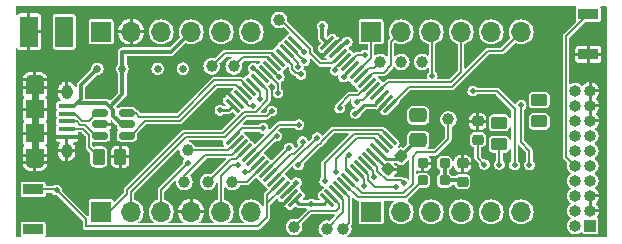
<source format=gbr>
%TF.GenerationSoftware,KiCad,Pcbnew,(7.0.0)*%
%TF.CreationDate,2023-04-02T12:15:27-04:00*%
%TF.ProjectId,H503,48353033-2e6b-4696-9361-645f70636258,rev?*%
%TF.SameCoordinates,Original*%
%TF.FileFunction,Copper,L1,Top*%
%TF.FilePolarity,Positive*%
%FSLAX46Y46*%
G04 Gerber Fmt 4.6, Leading zero omitted, Abs format (unit mm)*
G04 Created by KiCad (PCBNEW (7.0.0)) date 2023-04-02 12:15:27*
%MOMM*%
%LPD*%
G01*
G04 APERTURE LIST*
G04 Aperture macros list*
%AMRoundRect*
0 Rectangle with rounded corners*
0 $1 Rounding radius*
0 $2 $3 $4 $5 $6 $7 $8 $9 X,Y pos of 4 corners*
0 Add a 4 corners polygon primitive as box body*
4,1,4,$2,$3,$4,$5,$6,$7,$8,$9,$2,$3,0*
0 Add four circle primitives for the rounded corners*
1,1,$1+$1,$2,$3*
1,1,$1+$1,$4,$5*
1,1,$1+$1,$6,$7*
1,1,$1+$1,$8,$9*
0 Add four rect primitives between the rounded corners*
20,1,$1+$1,$2,$3,$4,$5,0*
20,1,$1+$1,$4,$5,$6,$7,0*
20,1,$1+$1,$6,$7,$8,$9,0*
20,1,$1+$1,$8,$9,$2,$3,0*%
G04 Aperture macros list end*
%TA.AperFunction,ComponentPad*%
%ADD10R,1.700000X1.700000*%
%TD*%
%TA.AperFunction,ComponentPad*%
%ADD11O,1.700000X1.700000*%
%TD*%
%TA.AperFunction,ComponentPad*%
%ADD12C,1.000000*%
%TD*%
%TA.AperFunction,SMDPad,CuDef*%
%ADD13R,1.700000X0.900000*%
%TD*%
%TA.AperFunction,ComponentPad*%
%ADD14R,1.000000X1.000000*%
%TD*%
%TA.AperFunction,ComponentPad*%
%ADD15O,1.000000X1.000000*%
%TD*%
%TA.AperFunction,SMDPad,CuDef*%
%ADD16RoundRect,0.250000X0.262500X0.450000X-0.262500X0.450000X-0.262500X-0.450000X0.262500X-0.450000X0*%
%TD*%
%TA.AperFunction,SMDPad,CuDef*%
%ADD17RoundRect,0.150000X-0.512500X-0.150000X0.512500X-0.150000X0.512500X0.150000X-0.512500X0.150000X0*%
%TD*%
%TA.AperFunction,SMDPad,CuDef*%
%ADD18R,1.350000X0.400000*%
%TD*%
%TA.AperFunction,ComponentPad*%
%ADD19O,1.550000X0.890000*%
%TD*%
%TA.AperFunction,SMDPad,CuDef*%
%ADD20R,1.550000X1.200000*%
%TD*%
%TA.AperFunction,ComponentPad*%
%ADD21O,0.950000X1.250000*%
%TD*%
%TA.AperFunction,SMDPad,CuDef*%
%ADD22R,1.550000X1.500000*%
%TD*%
%TA.AperFunction,SMDPad,CuDef*%
%ADD23RoundRect,0.200000X-0.250000X0.200000X-0.250000X-0.200000X0.250000X-0.200000X0.250000X0.200000X0*%
%TD*%
%TA.AperFunction,SMDPad,CuDef*%
%ADD24RoundRect,0.075000X0.548008X-0.441942X-0.441942X0.548008X-0.548008X0.441942X0.441942X-0.548008X0*%
%TD*%
%TA.AperFunction,SMDPad,CuDef*%
%ADD25RoundRect,0.075000X0.548008X0.441942X0.441942X0.548008X-0.548008X-0.441942X-0.441942X-0.548008X0*%
%TD*%
%TA.AperFunction,SMDPad,CuDef*%
%ADD26RoundRect,0.225000X-0.017678X0.335876X-0.335876X0.017678X0.017678X-0.335876X0.335876X-0.017678X0*%
%TD*%
%TA.AperFunction,SMDPad,CuDef*%
%ADD27RoundRect,0.225000X0.250000X-0.225000X0.250000X0.225000X-0.250000X0.225000X-0.250000X-0.225000X0*%
%TD*%
%TA.AperFunction,SMDPad,CuDef*%
%ADD28RoundRect,0.250000X-0.475000X0.337500X-0.475000X-0.337500X0.475000X-0.337500X0.475000X0.337500X0*%
%TD*%
%TA.AperFunction,SMDPad,CuDef*%
%ADD29RoundRect,0.250000X-0.450000X0.262500X-0.450000X-0.262500X0.450000X-0.262500X0.450000X0.262500X0*%
%TD*%
%TA.AperFunction,SMDPad,CuDef*%
%ADD30R,1.500000X2.600000*%
%TD*%
%TA.AperFunction,SMDPad,CuDef*%
%ADD31RoundRect,0.250000X0.450000X-0.262500X0.450000X0.262500X-0.450000X0.262500X-0.450000X-0.262500X0*%
%TD*%
%TA.AperFunction,ViaPad*%
%ADD32C,0.508000*%
%TD*%
%TA.AperFunction,ViaPad*%
%ADD33C,0.660400*%
%TD*%
%TA.AperFunction,Conductor*%
%ADD34C,0.152451*%
%TD*%
%TA.AperFunction,Conductor*%
%ADD35C,0.304800*%
%TD*%
%TA.AperFunction,Conductor*%
%ADD36C,0.279400*%
%TD*%
%TA.AperFunction,Conductor*%
%ADD37C,0.609600*%
%TD*%
G04 APERTURE END LIST*
D10*
%TO.P,J2,1,Pin_1*%
%TO.N,/PA1*%
X96519999Y-63499999D03*
D11*
%TO.P,J2,2,Pin_2*%
%TO.N,/PA0*%
X99059999Y-63499999D03*
%TO.P,J2,3,Pin_3*%
%TO.N,/SPI1_SCK*%
X101599999Y-63499999D03*
%TO.P,J2,4,Pin_4*%
%TO.N,/SPI1_NSS*%
X104139999Y-63499999D03*
%TO.P,J2,5,Pin_5*%
%TO.N,/SPI1_MOSI*%
X106679999Y-63499999D03*
%TO.P,J2,6,Pin_6*%
%TO.N,/SPI1_MISO*%
X109219999Y-63499999D03*
%TD*%
D12*
%TO.P,TP3,1,1*%
%TO.N,/I2C2_SCL*%
X83007200Y-51181000D03*
%TD*%
D13*
%TO.P,BOOT1,1,1*%
%TO.N,+3.3V*%
X67899999Y-64999999D03*
%TO.P,BOOT1,2,2*%
%TO.N,/SW1*%
X67899999Y-61599999D03*
%TD*%
D14*
%TO.P,J3,1,Pin_1*%
%TO.N,+3.3V*%
X115061999Y-64693799D03*
D15*
%TO.P,J3,2,Pin_2*%
%TO.N,/SWDIO*%
X113791999Y-64693799D03*
%TO.P,J3,3,Pin_3*%
%TO.N,GND*%
X115061999Y-63423799D03*
%TO.P,J3,4,Pin_4*%
%TO.N,/SWCLK*%
X113791999Y-63423799D03*
%TO.P,J3,5,Pin_5*%
%TO.N,GND*%
X115061999Y-62153799D03*
%TO.P,J3,6,Pin_6*%
%TO.N,unconnected-(J3-Pin_6-Pad6)*%
X113791999Y-62153799D03*
%TO.P,J3,7,Pin_7*%
%TO.N,unconnected-(J3-Pin_7-Pad7)*%
X115061999Y-60883799D03*
%TO.P,J3,8,Pin_8*%
%TO.N,unconnected-(J3-Pin_8-Pad8)*%
X113791999Y-60883799D03*
%TO.P,J3,9,Pin_9*%
%TO.N,unconnected-(J3-Pin_9-Pad9)*%
X115061999Y-59613799D03*
%TO.P,J3,10,Pin_10*%
%TO.N,/nRESET*%
X113791999Y-59613799D03*
%TO.P,J3,11,Pin_11*%
%TO.N,unconnected-(J3-Pin_11-Pad11)*%
X115061999Y-58343799D03*
%TO.P,J3,12,Pin_12*%
%TO.N,/TRACECK*%
X113791999Y-58343799D03*
%TO.P,J3,13,Pin_13*%
%TO.N,unconnected-(J3-Pin_13-Pad13)*%
X115061999Y-57073799D03*
%TO.P,J3,14,Pin_14*%
%TO.N,/TRACED0*%
X113791999Y-57073799D03*
%TO.P,J3,15,Pin_15*%
%TO.N,GND*%
X115061999Y-55803799D03*
%TO.P,J3,16,Pin_16*%
%TO.N,/TRACED1*%
X113791999Y-55803799D03*
%TO.P,J3,17,Pin_17*%
%TO.N,GND*%
X115061999Y-54533799D03*
%TO.P,J3,18,Pin_18*%
%TO.N,/TRACED2*%
X113791999Y-54533799D03*
%TO.P,J3,19,Pin_19*%
%TO.N,GND*%
X115061999Y-53263799D03*
%TO.P,J3,20,Pin_20*%
%TO.N,/TRACED3*%
X113791999Y-53263799D03*
%TD*%
D16*
%TO.P,R2,1*%
%TO.N,GND*%
X75283700Y-58851800D03*
%TO.P,R2,2*%
%TO.N,Net-(J4-ID)*%
X73458700Y-58851800D03*
%TD*%
D10*
%TO.P,J1,1,Pin_1*%
%TO.N,/PA9_TXD*%
X73659999Y-63499999D03*
D11*
%TO.P,J1,2,Pin_2*%
%TO.N,/PA10_RXD*%
X76199999Y-63499999D03*
%TO.P,J1,3,Pin_3*%
%TO.N,/I2C1_SCL*%
X78739999Y-63499999D03*
%TO.P,J1,4,Pin_4*%
%TO.N,GND*%
X81279999Y-63499999D03*
%TO.P,J1,5,Pin_5*%
%TO.N,/I2C1_SDA*%
X83819999Y-63499999D03*
%TO.P,J1,6,Pin_6*%
%TO.N,/PA2*%
X86359999Y-63499999D03*
%TD*%
D12*
%TO.P,TP7,1,1*%
%TO.N,/PC13*%
X89992200Y-64770000D03*
%TD*%
%TO.P,TP14,1,1*%
%TO.N,/I3C2_SCL*%
X88722200Y-47244000D03*
%TD*%
D17*
%TO.P,U4,1*%
%TO.N,Net-(J4-D-)*%
X73562500Y-55150000D03*
%TO.P,U4,2*%
%TO.N,GND*%
X73562500Y-56100000D03*
%TO.P,U4,3*%
%TO.N,Net-(J4-D+)*%
X73562500Y-57050000D03*
%TO.P,U4,4*%
%TO.N,/USB_P*%
X75837500Y-57050000D03*
%TO.P,U4,5*%
%TO.N,+5V*%
X75837500Y-56100000D03*
%TO.P,U4,6*%
%TO.N,/USB_N*%
X75837500Y-55150000D03*
%TD*%
D12*
%TO.P,TP9,1,1*%
%TO.N,/PC15*%
X94157800Y-64922400D03*
%TD*%
D18*
%TO.P,J4,1,VBUS*%
%TO.N,+5V*%
X70741999Y-54539999D03*
%TO.P,J4,2,D-*%
%TO.N,Net-(J4-D-)*%
X70741999Y-55189999D03*
%TO.P,J4,3,D+*%
%TO.N,Net-(J4-D+)*%
X70741999Y-55839999D03*
%TO.P,J4,4,ID*%
%TO.N,Net-(J4-ID)*%
X70741999Y-56489999D03*
%TO.P,J4,5,GND*%
%TO.N,GND*%
X70741999Y-57139999D03*
D19*
%TO.P,J4,6,Shield*%
X68041999Y-52339999D03*
D20*
X68041999Y-52939999D03*
D21*
X70741999Y-53339999D03*
D22*
X68041999Y-54839999D03*
X68041999Y-56839999D03*
D21*
X70741999Y-58339999D03*
D20*
X68041999Y-58739999D03*
D19*
X68041999Y-59339999D03*
%TD*%
D12*
%TO.P,TP6,1,1*%
%TO.N,/I3C2_SDA*%
X82702400Y-60960000D03*
%TD*%
D13*
%TO.P,RESET1,1,1*%
%TO.N,/nRESET*%
X114909599Y-46763199D03*
%TO.P,RESET1,2,2*%
%TO.N,GND*%
X114909599Y-50163199D03*
%TD*%
D10*
%TO.P,J6,1,Pin_1*%
%TO.N,/OPAMP_VINM*%
X96519999Y-48259999D03*
D11*
%TO.P,J6,2,Pin_2*%
%TO.N,/OPAMP_VOUT*%
X99059999Y-48259999D03*
%TO.P,J6,3,Pin_3*%
%TO.N,/OPAMP_VINP*%
X101599999Y-48259999D03*
%TO.P,J6,4,Pin_4*%
%TO.N,/DAC_OUT1*%
X104139999Y-48259999D03*
%TO.P,J6,5,Pin_5*%
%TO.N,+3.3V*%
X106679999Y-48259999D03*
%TO.P,J6,6,Pin_6*%
%TO.N,/PA3*%
X109219999Y-48259999D03*
%TD*%
D23*
%TO.P,X1,1,Tri-State*%
%TO.N,+3.3V*%
X102725000Y-59395000D03*
%TO.P,X1,2,GND*%
%TO.N,GND*%
X100875000Y-59395000D03*
%TO.P,X1,3,OUT*%
%TO.N,/CLK_8*%
X100875000Y-60845000D03*
%TO.P,X1,4,VDD*%
%TO.N,+3.3V*%
X102725000Y-60845000D03*
%TD*%
D10*
%TO.P,J5,1,Pin_1*%
%TO.N,/VIN*%
X73659999Y-48259999D03*
D11*
%TO.P,J5,2,Pin_2*%
%TO.N,GND*%
X76199999Y-48259999D03*
%TO.P,J5,3,Pin_3*%
%TO.N,/PA8*%
X78739999Y-48259999D03*
%TO.P,J5,4,Pin_4*%
%TO.N,+5V*%
X81279999Y-48259999D03*
%TO.P,J5,5,Pin_5*%
%TO.N,/ADC_INP3*%
X83819999Y-48259999D03*
%TO.P,J5,6,Pin_6*%
%TO.N,/DAC_OUT2*%
X86359999Y-48259999D03*
%TD*%
D12*
%TO.P,TP11,1,1*%
%TO.N,/ADC_INP5*%
X100838000Y-50800000D03*
%TD*%
D24*
%TO.P,U2,1,VBAT*%
%TO.N,+3.3V*%
X92801181Y-62544481D03*
%TO.P,U2,2,PC13*%
%TO.N,/PC13*%
X93154734Y-62190928D03*
%TO.P,U2,3,PC14*%
%TO.N,/PC14*%
X93508287Y-61837375D03*
%TO.P,U2,4,PC15*%
%TO.N,/PC15*%
X93861841Y-61483821D03*
%TO.P,U2,5,PH0*%
%TO.N,/CLK_8*%
X94215394Y-61130268D03*
%TO.P,U2,6,PH1*%
%TO.N,/PH1*%
X94568948Y-60776714D03*
%TO.P,U2,7,NRST*%
%TO.N,/nRESET*%
X94922501Y-60423161D03*
%TO.P,U2,8,PC0*%
%TO.N,/SPI1_SCK*%
X95276054Y-60069608D03*
%TO.P,U2,9,PC1*%
%TO.N,/SPI1_NSS*%
X95629608Y-59716054D03*
%TO.P,U2,10,PC2*%
%TO.N,/SPI1_MISO*%
X95983161Y-59362501D03*
%TO.P,U2,11,PC3*%
%TO.N,/SPI1_MOSI*%
X96336714Y-59008948D03*
%TO.P,U2,12,VSSA*%
%TO.N,GND*%
X96690268Y-58655394D03*
%TO.P,U2,13,VDDA*%
%TO.N,/VDDA*%
X97043821Y-58301841D03*
%TO.P,U2,14,PA0*%
%TO.N,/PA0*%
X97397375Y-57948287D03*
%TO.P,U2,15,PA1*%
%TO.N,/PA1*%
X97750928Y-57594734D03*
%TO.P,U2,16,PA2*%
%TO.N,/PA2*%
X98104481Y-57241181D03*
D25*
%TO.P,U2,17,PA3*%
%TO.N,/PA3*%
X98104481Y-54518819D03*
%TO.P,U2,18,VSS*%
%TO.N,GND*%
X97750928Y-54165266D03*
%TO.P,U2,19,VDD*%
%TO.N,+3.3V*%
X97397375Y-53811713D03*
%TO.P,U2,20,PA4*%
%TO.N,/DAC_OUT1*%
X97043821Y-53458159D03*
%TO.P,U2,21,PA5*%
%TO.N,/DAC_OUT2*%
X96690268Y-53104606D03*
%TO.P,U2,22,PA6*%
%TO.N,/ADC_INP3*%
X96336714Y-52751052D03*
%TO.P,U2,23,PA7*%
%TO.N,/OPAMP_VOUT*%
X95983161Y-52397499D03*
%TO.P,U2,24,PC4*%
%TO.N,/ADC_INP4*%
X95629608Y-52043946D03*
%TO.P,U2,25,PC5*%
%TO.N,/OPAMP_VINM*%
X95276054Y-51690392D03*
%TO.P,U2,26,PB0*%
%TO.N,/OPAMP_VINP*%
X94922501Y-51336839D03*
%TO.P,U2,27,PB1*%
%TO.N,/ADC_INP5*%
X94568948Y-50983286D03*
%TO.P,U2,28,PB2*%
%TO.N,/PB2*%
X94215394Y-50629732D03*
%TO.P,U2,29,PB10*%
%TO.N,/I3C2_SCL*%
X93861841Y-50276179D03*
%TO.P,U2,30,VCAP*%
%TO.N,Net-(C11-Pad1)*%
X93508287Y-49922625D03*
%TO.P,U2,31,VSS*%
%TO.N,GND*%
X93154734Y-49569072D03*
%TO.P,U2,32,VDD*%
%TO.N,+3.3V*%
X92801181Y-49215519D03*
D24*
%TO.P,U2,33,PB12*%
%TO.N,/SPI2_NSS*%
X90078819Y-49215519D03*
%TO.P,U2,34,PB13*%
%TO.N,/SPI2_SCK*%
X89725266Y-49569072D03*
%TO.P,U2,35,PB14*%
%TO.N,/SPI2_MISO*%
X89371713Y-49922625D03*
%TO.P,U2,36,PB15*%
%TO.N,/SPI2_MOSI*%
X89018159Y-50276179D03*
%TO.P,U2,37,PC6*%
%TO.N,/I2C2_SCL*%
X88664606Y-50629732D03*
%TO.P,U2,38,PC7*%
%TO.N,/I2C2_SDA*%
X88311052Y-50983286D03*
%TO.P,U2,39,PC8*%
%TO.N,/I2C1_SCL*%
X87957499Y-51336839D03*
%TO.P,U2,40,PC9*%
%TO.N,/I2C1_SDA*%
X87603946Y-51690392D03*
%TO.P,U2,41,PA8*%
%TO.N,/PA8*%
X87250392Y-52043946D03*
%TO.P,U2,42,PA9*%
%TO.N,/PA9_TXD*%
X86896839Y-52397499D03*
%TO.P,U2,43,PA10*%
%TO.N,/PA10_RXD*%
X86543286Y-52751052D03*
%TO.P,U2,44,PA11*%
%TO.N,/USB_N*%
X86189732Y-53104606D03*
%TO.P,U2,45,PA12*%
%TO.N,/USB_P*%
X85836179Y-53458159D03*
%TO.P,U2,46,PA13*%
%TO.N,/SWDIO*%
X85482625Y-53811713D03*
%TO.P,U2,47,VSS*%
%TO.N,GND*%
X85129072Y-54165266D03*
%TO.P,U2,48,VDD*%
%TO.N,+3.3V*%
X84775519Y-54518819D03*
D25*
%TO.P,U2,49,PA14*%
%TO.N,/SWCLK*%
X84775519Y-57241181D03*
%TO.P,U2,50,PA15*%
%TO.N,/PA15_RXD2*%
X85129072Y-57594734D03*
%TO.P,U2,51,PC10*%
%TO.N,/PC10*%
X85482625Y-57948287D03*
%TO.P,U2,52,PC11*%
%TO.N,/I3C2_SDA*%
X85836179Y-58301841D03*
%TO.P,U2,53,PC12*%
%TO.N,/TRACED3*%
X86189732Y-58655394D03*
%TO.P,U2,54,PD2*%
%TO.N,/TRACED2*%
X86543286Y-59008948D03*
%TO.P,U2,55,PB3*%
%TO.N,/LED*%
X86896839Y-59362501D03*
%TO.P,U2,56,PB4*%
%TO.N,/PB4_TXD2*%
X87250392Y-59716054D03*
%TO.P,U2,57,PB5*%
%TO.N,/TRACECK*%
X87603946Y-60069608D03*
%TO.P,U2,58,PB6*%
%TO.N,/TRACED0*%
X87957499Y-60423161D03*
%TO.P,U2,59,PB7*%
%TO.N,/TRACED1*%
X88311052Y-60776714D03*
%TO.P,U2,60,BOOT0*%
%TO.N,/SW1*%
X88664606Y-61130268D03*
%TO.P,U2,61,PB8*%
X89018159Y-61483821D03*
%TO.P,U2,62,VCAP*%
%TO.N,Net-(C12-Pad1)*%
X89371713Y-61837375D03*
%TO.P,U2,63,VSS*%
%TO.N,GND*%
X89725266Y-62190928D03*
%TO.P,U2,64,VDD*%
%TO.N,+3.3V*%
X90078819Y-62544481D03*
%TD*%
D12*
%TO.P,TP5,1,1*%
%TO.N,/PC10*%
X80695800Y-60960000D03*
%TD*%
D26*
%TO.P,C7,1*%
%TO.N,/VDDA*%
X99018008Y-58811992D03*
%TO.P,C7,2*%
%TO.N,GND*%
X97921992Y-59908008D03*
%TD*%
D12*
%TO.P,TP8,1,1*%
%TO.N,/PC14*%
X92760800Y-64922400D03*
%TD*%
%TO.P,TP12,1,1*%
%TO.N,/PB2*%
X99060000Y-50800000D03*
%TD*%
D27*
%TO.P,C13,1*%
%TO.N,+3.3V*%
X105537000Y-57391600D03*
%TO.P,C13,2*%
%TO.N,GND*%
X105537000Y-55841600D03*
%TD*%
D28*
%TO.P,FB1,1*%
%TO.N,+3.3V*%
X100500000Y-55342500D03*
%TO.P,FB1,2*%
%TO.N,/VDDA*%
X100500000Y-57417500D03*
%TD*%
D29*
%TO.P,R4,1*%
%TO.N,+3.3V*%
X107365800Y-55958100D03*
%TO.P,R4,2*%
%TO.N,/NHOLD*%
X107365800Y-57783100D03*
%TD*%
D12*
%TO.P,TP4,1,1*%
%TO.N,/I2C2_SDA*%
X84886800Y-51181000D03*
%TD*%
D30*
%TO.P,D1,1,K*%
%TO.N,GND*%
X67537199Y-48259999D03*
%TO.P,D1,2,A*%
%TO.N,Net-(D1-A)*%
X70537199Y-48259999D03*
%TD*%
D31*
%TO.P,R3,1*%
%TO.N,+3.3V*%
X110744000Y-55854600D03*
%TO.P,R3,2*%
%TO.N,/NWP*%
X110744000Y-54029600D03*
%TD*%
D27*
%TO.P,C2,1*%
%TO.N,+3.3V*%
X104250000Y-60945000D03*
%TO.P,C2,2*%
%TO.N,GND*%
X104250000Y-59395000D03*
%TD*%
D12*
%TO.P,TP1,1,1*%
%TO.N,/PH1*%
X103047800Y-55676800D03*
%TD*%
%TO.P,TP13,1,1*%
%TO.N,/PB4_TXD2*%
X84759800Y-60960000D03*
%TD*%
%TO.P,TP2,1,1*%
%TO.N,/ADC_INP4*%
X97282000Y-50800000D03*
%TD*%
%TO.P,TP10,1,1*%
%TO.N,/PA15_RXD2*%
X80975200Y-58293000D03*
%TD*%
D32*
%TO.N,GND*%
X91389200Y-60452000D03*
D33*
%TO.N,+5V*%
X75450000Y-51390000D03*
X73320000Y-51390000D03*
D32*
%TO.N,GND*%
X97921992Y-59908008D03*
X92379800Y-50344006D03*
X89916000Y-53467000D03*
X83515200Y-57759600D03*
X93942200Y-47777400D03*
X105537000Y-55841600D03*
X100875000Y-59395000D03*
X89000394Y-62915800D03*
X86563200Y-57200800D03*
D33*
X71932800Y-57150000D03*
D32*
X111658400Y-59385200D03*
X78206600Y-57251600D03*
X109905000Y-52300000D03*
X67537200Y-48260000D03*
X71702300Y-61645800D03*
D33*
X69529800Y-57140000D03*
D32*
X85115400Y-62255400D03*
X81864200Y-57708800D03*
X89814400Y-57277000D03*
X83718400Y-53352400D03*
X104250000Y-59395000D03*
X87934800Y-58623200D03*
X98679000Y-55575200D03*
D33*
X76936600Y-52933600D03*
D32*
X96735000Y-55180000D03*
X90881200Y-47726600D03*
X75283700Y-58851800D03*
X77825600Y-61239400D03*
D33*
X76950000Y-51477500D03*
X80580000Y-53290000D03*
D32*
X93243400Y-55702200D03*
X91440000Y-64402000D03*
X114909600Y-50163200D03*
X83464400Y-59359800D03*
D33*
X73320000Y-53290000D03*
D32*
X102844600Y-50647600D03*
X73562500Y-56100000D03*
X79781400Y-58978800D03*
D33*
X76936600Y-54330600D03*
D32*
%TO.N,+3.3V*%
X92392200Y-47777400D03*
X83718400Y-54902400D03*
X110744000Y-55854600D03*
X106095000Y-59500000D03*
X107365800Y-55958100D03*
D33*
X80580000Y-51390000D03*
D32*
X95185000Y-55180000D03*
X102725000Y-59395000D03*
X67900000Y-65000000D03*
D33*
X78450000Y-51390000D03*
D32*
X100500000Y-55342500D03*
X91440000Y-62852000D03*
%TO.N,/PA10_RXD*%
X88112600Y-54965600D03*
X87122353Y-53924553D03*
%TO.N,/nRESET*%
X94630053Y-58689053D03*
X114909600Y-46763200D03*
%TO.N,Net-(D1-A)*%
X70537200Y-48260000D03*
%TO.N,Net-(C11-Pad1)*%
X94488000Y-49123600D03*
%TO.N,Net-(C12-Pad1)*%
X90180200Y-61026000D03*
%TO.N,/SWDIO*%
X86512753Y-54529322D03*
%TO.N,/SWCLK*%
X87361653Y-56427747D03*
%TO.N,/TRACECK*%
X89564255Y-58112051D03*
%TO.N,/TRACED0*%
X90703400Y-57556400D03*
%TO.N,/TRACED1*%
X91932703Y-57229875D03*
%TO.N,/TRACED2*%
X88513309Y-57080963D03*
%TO.N,/TRACED3*%
X90398600Y-56132403D03*
%TO.N,/SPI1_SCK*%
X95870990Y-61329610D03*
%TO.N,/SPI1_NSS*%
X98659593Y-61392300D03*
%TO.N,/SPI1_MISO*%
X96797531Y-60559730D03*
%TO.N,/SPI1_MOSI*%
X99299000Y-61089455D03*
%TO.N,/DAC_OUT2*%
X95275400Y-54190478D03*
%TO.N,/ADC_INP3*%
X93854243Y-54720203D03*
%TO.N,/OPAMP_VINP*%
X94186270Y-52073070D03*
X101676200Y-52022875D03*
%TO.N,/ADC_INP5*%
X95969900Y-50247401D03*
%TO.N,/PB2*%
X93487340Y-51510827D03*
%TO.N,/SPI2_NSS*%
X90797910Y-49947219D03*
%TO.N,/SPI2_SCK*%
X90867897Y-50711703D03*
X105119573Y-53279573D03*
X108661200Y-59537600D03*
%TO.N,/SPI2_MISO*%
X90358939Y-51203149D03*
%TO.N,/SPI2_MOSI*%
X109905800Y-59512200D03*
X109220000Y-54488700D03*
X90575823Y-51876588D03*
%TO.N,/SW1*%
X69877300Y-61645800D03*
%TO.N,/I2C1_SCL*%
X81000600Y-59385200D03*
X88729867Y-52067167D03*
%TO.N,/I2C1_SDA*%
X85231368Y-59566675D03*
X88620600Y-53452087D03*
%TO.N,/NWP*%
X110744000Y-54029600D03*
%TO.N,/NHOLD*%
X107365000Y-59500000D03*
%TO.N,/PA0*%
X93546730Y-60101454D03*
%TO.N,/PA1*%
X92583000Y-60909200D03*
%TO.N,/PA2*%
X90347800Y-59524452D03*
%TO.N,/PA8*%
X86533283Y-51326836D03*
%TO.N,/LED*%
X85852000Y-60096400D03*
%TD*%
D34*
%TO.N,/PA10_RXD*%
X80819625Y-57178575D02*
X76200000Y-61798200D01*
X84137465Y-57178575D02*
X80819625Y-57178575D01*
X76200000Y-61798200D02*
X76200000Y-63500000D01*
X87666702Y-55411498D02*
X85904542Y-55411498D01*
X88112600Y-54965600D02*
X87666702Y-55411498D01*
X85904542Y-55411498D02*
X84137465Y-57178575D01*
%TO.N,/I2C1_SDA*%
X83820000Y-60488069D02*
X83820000Y-63500000D01*
X84741394Y-59566675D02*
X83820000Y-60488069D01*
X85231368Y-59566675D02*
X84741394Y-59566675D01*
%TO.N,/PA9_TXD*%
X87725997Y-53226657D02*
X86896839Y-52397499D01*
X86737005Y-55059047D02*
X87725997Y-54070055D01*
X83991476Y-56826124D02*
X85758553Y-55059047D01*
X87725997Y-54070055D02*
X87725997Y-53226657D01*
X80673636Y-56826124D02*
X83991476Y-56826124D01*
X75847549Y-61652211D02*
X80673636Y-56826124D01*
X75847549Y-61998251D02*
X75847549Y-61652211D01*
X85758553Y-55059047D02*
X86737005Y-55059047D01*
X74345800Y-63500000D02*
X75847549Y-61998251D01*
%TO.N,/SPI1_SCK*%
X95914855Y-60708409D02*
X95276054Y-60069608D01*
X95870990Y-61329610D02*
X95914855Y-61285745D01*
X95914855Y-61285745D02*
X95914855Y-60708409D01*
%TO.N,/SPI1_NSS*%
X96267306Y-60353752D02*
X95629608Y-59716054D01*
X96880249Y-61392300D02*
X96267306Y-60779357D01*
X96267306Y-60779357D02*
X96267306Y-60353752D01*
X98659593Y-61392300D02*
X96880249Y-61392300D01*
%TO.N,/SPI2_MOSI*%
X90139312Y-51733374D02*
X89828714Y-51422776D01*
X90432609Y-51733374D02*
X90139312Y-51733374D01*
X90575823Y-51876588D02*
X90432609Y-51733374D01*
X89828714Y-51422776D02*
X89828714Y-51086734D01*
X89828714Y-51086734D02*
X89018159Y-50276179D01*
%TO.N,/I3C2_SCL*%
X91338400Y-49737857D02*
X88844543Y-47244000D01*
X91338400Y-50052458D02*
X91338400Y-49737857D01*
X92212942Y-50927000D02*
X91338400Y-50052458D01*
X93211020Y-50927000D02*
X92212942Y-50927000D01*
X93861841Y-50276179D02*
X93211020Y-50927000D01*
%TO.N,/I3C2_SDA*%
X85101570Y-59036450D02*
X85836179Y-58301841D01*
X84625950Y-59036450D02*
X85101570Y-59036450D01*
X82702400Y-60960000D02*
X84625950Y-59036450D01*
%TO.N,/PA2*%
X93306452Y-56565800D02*
X97429100Y-56565800D01*
X97429100Y-56565800D02*
X98104481Y-57241181D01*
X92152330Y-57760100D02*
X92462928Y-57449502D01*
X92462928Y-57449502D02*
X92462928Y-57409324D01*
X92462928Y-57409324D02*
X93306452Y-56565800D01*
X92112152Y-57760100D02*
X92152330Y-57760100D01*
X90347800Y-59524452D02*
X92112152Y-57760100D01*
%TO.N,/SPI1_MOSI*%
X97028000Y-60041054D02*
X97028000Y-59700234D01*
X97028000Y-59700234D02*
X96336714Y-59008948D01*
X99042545Y-60833000D02*
X97819946Y-60833000D01*
X99299000Y-61089455D02*
X99042545Y-60833000D01*
X97819946Y-60833000D02*
X97028000Y-60041054D01*
%TO.N,/PA1*%
X95049949Y-56918251D02*
X97074445Y-56918251D01*
X92583000Y-60909200D02*
X92583000Y-59385200D01*
X92583000Y-59385200D02*
X95049949Y-56918251D01*
X97074445Y-56918251D02*
X97750928Y-57594734D01*
%TO.N,/PA0*%
X93546730Y-59022524D02*
X95298552Y-57270702D01*
X93546730Y-60101454D02*
X93546730Y-59022524D01*
X96719790Y-57270702D02*
X97397375Y-57948287D01*
X95298552Y-57270702D02*
X96719790Y-57270702D01*
%TO.N,/PH1*%
X100025200Y-58877200D02*
X100431600Y-58470800D01*
X103047800Y-57353200D02*
X103047800Y-55676800D01*
X100025200Y-61112400D02*
X100025200Y-58877200D01*
X99215575Y-61922025D02*
X100025200Y-61112400D01*
X101930200Y-58470800D02*
X103047800Y-57353200D01*
X95714259Y-61922025D02*
X99215575Y-61922025D01*
X94568948Y-60776714D02*
X95714259Y-61922025D01*
X100431600Y-58470800D02*
X101930200Y-58470800D01*
%TO.N,/I2C1_SDA*%
X88620600Y-52707046D02*
X87603946Y-51690392D01*
X88620600Y-53452087D02*
X88620600Y-52707046D01*
%TO.N,/SWCLK*%
X85588953Y-56427747D02*
X84775519Y-57241181D01*
X87361653Y-56427747D02*
X85588953Y-56427747D01*
%TO.N,/TRACED3*%
X88712723Y-56132403D02*
X86189732Y-58655394D01*
X90398600Y-56132403D02*
X88712723Y-56132403D01*
D35*
%TO.N,+5V*%
X71370000Y-54540000D02*
X70742000Y-54540000D01*
X74396050Y-54610550D02*
X75450000Y-53556600D01*
X74319850Y-54534350D02*
X74396050Y-54610550D01*
X71591000Y-54319000D02*
X71920000Y-53990000D01*
X74319850Y-54534350D02*
X74104501Y-54319000D01*
X74676000Y-54890499D02*
X74319850Y-54534350D01*
X75450000Y-53556600D02*
X75450000Y-51390000D01*
X71920000Y-53990000D02*
X71370000Y-54540000D01*
X79603600Y-49936400D02*
X81280000Y-48260000D01*
X74104501Y-54319000D02*
X71591000Y-54319000D01*
X75414499Y-56100000D02*
X74676000Y-55361501D01*
X71920000Y-52790000D02*
X71920000Y-53990000D01*
X75450000Y-49936400D02*
X79603600Y-49936400D01*
X74676000Y-55361501D02*
X74676000Y-54890499D01*
X75450000Y-51390000D02*
X75450000Y-49936400D01*
X73320000Y-51390000D02*
X71920000Y-52790000D01*
D36*
%TO.N,GND*%
X93942200Y-47777400D02*
X93942200Y-48781606D01*
X89000394Y-62915800D02*
X89006385Y-62909809D01*
X89000394Y-62915800D02*
X89725266Y-62190928D01*
X96736194Y-55180000D02*
X97750928Y-54165266D01*
D35*
X69529800Y-57140000D02*
X70742000Y-57140000D01*
D36*
X83718400Y-53352400D02*
X84316206Y-53352400D01*
X84316206Y-53352400D02*
X85129072Y-54165266D01*
X92379800Y-50344006D02*
X93154734Y-49569072D01*
D35*
X71932800Y-57150000D02*
X71922800Y-57140000D01*
X71922800Y-57140000D02*
X70742000Y-57140000D01*
D36*
X93942200Y-48781606D02*
X93154734Y-49569072D01*
D34*
X96735000Y-55180000D02*
X96736194Y-55180000D01*
D36*
X97921992Y-59887118D02*
X96690268Y-58655394D01*
D37*
X68042000Y-52340000D02*
X68042000Y-59340000D01*
D36*
%TO.N,/VDDA*%
X97043821Y-58301841D02*
X97749412Y-59007432D01*
X97749412Y-59007432D02*
X98822568Y-59007432D01*
D35*
X100412500Y-57417500D02*
X99018008Y-58811992D01*
D36*
%TO.N,+3.3V*%
X84391938Y-54902400D02*
X83718400Y-54902400D01*
X95944133Y-54420867D02*
X96798333Y-54420867D01*
X90078819Y-62544481D02*
X90386338Y-62852000D01*
X90386338Y-62852000D02*
X92493662Y-62852000D01*
D35*
X92392200Y-47777400D02*
X92392200Y-48806538D01*
D36*
X92392200Y-48806538D02*
X92801181Y-49215519D01*
D35*
X102725000Y-60845000D02*
X104150000Y-60845000D01*
D36*
X96798333Y-54420867D02*
X97397375Y-53821825D01*
X95185000Y-55180000D02*
X95944133Y-54420867D01*
X92493662Y-62852000D02*
X92801181Y-62544481D01*
X84775519Y-54518819D02*
X84391938Y-54902400D01*
D34*
X105537000Y-58942000D02*
X105537000Y-57391600D01*
D35*
X102725000Y-59395000D02*
X102725000Y-60845000D01*
D34*
X106095000Y-59500000D02*
X105537000Y-58942000D01*
%TO.N,/PA10_RXD*%
X87122353Y-53924553D02*
X87122353Y-53822953D01*
X87122353Y-53822953D02*
X87096600Y-53797200D01*
X87096600Y-53304366D02*
X86543286Y-52751052D01*
X87096600Y-53797200D02*
X87096600Y-53304366D01*
%TO.N,/nRESET*%
X94376821Y-59877481D02*
X94922501Y-60423161D01*
X113015775Y-58837575D02*
X113792000Y-59613800D01*
X113015775Y-48657025D02*
X113015775Y-58837575D01*
X94376821Y-58942285D02*
X94376821Y-59877481D01*
X94630053Y-58689053D02*
X94376821Y-58942285D01*
X114909600Y-46763200D02*
X113015775Y-48657025D01*
D36*
%TO.N,Net-(C11-Pad1)*%
X94310200Y-49123600D02*
X93511175Y-49922625D01*
X94488000Y-49123600D02*
X94310200Y-49123600D01*
%TO.N,Net-(C12-Pad1)*%
X90180200Y-61026000D02*
X89371713Y-61834487D01*
D34*
%TO.N,/SWDIO*%
X86512753Y-54529322D02*
X86200234Y-54529322D01*
X86200234Y-54529322D02*
X85482625Y-53811713D01*
%TO.N,/TRACECK*%
X89561503Y-58112051D02*
X87603946Y-60069608D01*
X89564255Y-58112051D02*
X89561503Y-58112051D01*
%TO.N,/TRACED0*%
X90703400Y-57885926D02*
X89947050Y-58642276D01*
X89947050Y-58642276D02*
X89738384Y-58642276D01*
X90703400Y-57556400D02*
X90703400Y-57885926D01*
X89738384Y-58642276D02*
X87957499Y-60423161D01*
%TO.N,/TRACED1*%
X91932703Y-57229875D02*
X91932703Y-57230228D01*
X90975215Y-58112551D02*
X88311052Y-60776714D01*
X91932703Y-57230228D02*
X91050380Y-58112551D01*
X91050380Y-58112551D02*
X90975215Y-58112551D01*
%TO.N,/TRACED2*%
X88513309Y-57080963D02*
X88471271Y-57080963D01*
X88471271Y-57080963D02*
X86543286Y-59008948D01*
%TO.N,Net-(J4-ID)*%
X72623775Y-56983360D02*
X72623775Y-58016875D01*
X72130415Y-56490000D02*
X72623775Y-56983360D01*
X70742000Y-56490000D02*
X72130415Y-56490000D01*
X72623775Y-58016875D02*
X73458700Y-58851800D01*
%TO.N,/PC13*%
X93528286Y-63443714D02*
X93779949Y-63192051D01*
X93779949Y-62816143D02*
X93154734Y-62190928D01*
X89992200Y-64770000D02*
X91318486Y-63443714D01*
X93779949Y-63192051D02*
X93779949Y-62816143D01*
X91318486Y-63443714D02*
X93528286Y-63443714D01*
%TO.N,/SPI1_MISO*%
X96672400Y-60434599D02*
X96672400Y-60051740D01*
X96797531Y-60559730D02*
X96672400Y-60434599D01*
X96672400Y-60051740D02*
X95983161Y-59362501D01*
%TO.N,/CLK_8*%
X100875000Y-60845000D02*
X99445524Y-62274476D01*
X95359602Y-62274476D02*
X94215394Y-61130268D01*
X99445524Y-62274476D02*
X95359602Y-62274476D01*
%TO.N,/DAC_OUT1*%
X103235160Y-52552600D02*
X97949380Y-52552600D01*
X104140000Y-48260000D02*
X104140000Y-51647760D01*
X97949380Y-52552600D02*
X97043821Y-53458159D01*
X104140000Y-51647760D02*
X103235160Y-52552600D01*
%TO.N,/DAC_OUT2*%
X95460936Y-54004942D02*
X95789932Y-54004942D01*
X95789932Y-54004942D02*
X96690268Y-53104606D01*
X95275400Y-54190478D02*
X95460936Y-54004942D01*
%TO.N,/ADC_INP3*%
X93766566Y-54546520D02*
X94660595Y-53652491D01*
X93766566Y-54632526D02*
X93766566Y-54546520D01*
X95435275Y-53652491D02*
X96336714Y-52751052D01*
X94660595Y-53652491D02*
X95435275Y-53652491D01*
X93854243Y-54720203D02*
X93766566Y-54632526D01*
%TO.N,/OPAMP_VOUT*%
X99060000Y-48260000D02*
X98196400Y-49123600D01*
X97561400Y-51714400D02*
X96666260Y-51714400D01*
X98196400Y-51079400D02*
X97561400Y-51714400D01*
X96666260Y-51714400D02*
X95983161Y-52397499D01*
X98196400Y-49123600D02*
X98196400Y-51079400D01*
%TO.N,/ADC_INP4*%
X96723200Y-51358800D02*
X96314754Y-51358800D01*
X97282000Y-50800000D02*
X96723200Y-51358800D01*
X96314754Y-51358800D02*
X95629608Y-52043946D01*
%TO.N,/OPAMP_VINM*%
X96520000Y-48260000D02*
X96520000Y-50446446D01*
X96520000Y-50446446D02*
X95276054Y-51690392D01*
%TO.N,/OPAMP_VINP*%
X101676200Y-52022875D02*
X101676200Y-48336200D01*
X94186270Y-52073070D02*
X94922501Y-51336839D01*
%TO.N,/ADC_INP5*%
X95969900Y-50247401D02*
X95304833Y-50247401D01*
X95304833Y-50247401D02*
X94568948Y-50983286D01*
%TO.N,/PB2*%
X93487340Y-51343460D02*
X93487340Y-51510827D01*
X94201068Y-50629732D02*
X93487340Y-51343460D01*
%TO.N,/SPI2_NSS*%
X90797910Y-49947219D02*
X90790419Y-49947219D01*
X90790419Y-49947219D02*
X90078819Y-49235619D01*
%TO.N,/SPI2_SCK*%
X90267685Y-50111491D02*
X89725266Y-49569072D01*
X107178373Y-53279573D02*
X108661200Y-54762400D01*
X105119573Y-53279573D02*
X107178373Y-53279573D01*
X90578283Y-50477444D02*
X90267685Y-50166846D01*
X90867897Y-50711703D02*
X90633638Y-50477444D01*
X90267685Y-50166846D02*
X90267685Y-50111491D01*
X108661200Y-54762400D02*
X108661200Y-59537600D01*
X90633638Y-50477444D02*
X90578283Y-50477444D01*
%TO.N,/SPI2_MISO*%
X90358939Y-51203149D02*
X90358939Y-50909851D01*
X90358939Y-50909851D02*
X89371713Y-49922625D01*
%TO.N,/SPI2_MOSI*%
X109220000Y-54488700D02*
X109220000Y-57632600D01*
X109220000Y-57632600D02*
X109905800Y-58318400D01*
X109905800Y-58318400D02*
X109905800Y-59512200D01*
%TO.N,/PA15_RXD2*%
X84412201Y-58310399D02*
X85127866Y-57594734D01*
X80992599Y-58310399D02*
X84412201Y-58310399D01*
%TO.N,/PC10*%
X82484950Y-58662850D02*
X84768062Y-58662850D01*
X80695800Y-60934600D02*
X80695800Y-60452000D01*
X84768062Y-58662850D02*
X85482625Y-57948287D01*
X80695800Y-60452000D02*
X82484950Y-58662850D01*
%TO.N,/PB4_TXD2*%
X86006446Y-60960000D02*
X87250392Y-59716054D01*
X84759800Y-60960000D02*
X86006446Y-60960000D01*
%TO.N,/SW1*%
X72364600Y-64744600D02*
X72364600Y-64133100D01*
X87706200Y-62795780D02*
X87706200Y-63957200D01*
X69831500Y-61600000D02*
X69877300Y-61645800D01*
X86918800Y-64744600D02*
X72364600Y-64744600D01*
X67900000Y-61600000D02*
X69831500Y-61600000D01*
X87706200Y-62088674D02*
X88664606Y-61130268D01*
X72364600Y-64133100D02*
X69877300Y-61645800D01*
X87706200Y-63957200D02*
X86918800Y-64744600D01*
X87706200Y-62795780D02*
X87706200Y-62088674D01*
X87706200Y-62795780D02*
X89018159Y-61483821D01*
%TO.N,/I2C1_SCL*%
X81000600Y-59385200D02*
X78740000Y-61645800D01*
X88687827Y-52067167D02*
X87957499Y-51336839D01*
X88729867Y-52067167D02*
X88687827Y-52067167D01*
X78740000Y-61645800D02*
X78740000Y-63500000D01*
%TO.N,/NHOLD*%
X107365800Y-59499200D02*
X107365000Y-59500000D01*
X107365800Y-57783100D02*
X107365800Y-59499200D01*
%TO.N,/PC14*%
X92760800Y-64922400D02*
X94132400Y-63550800D01*
X94132400Y-62461488D02*
X93508287Y-61837375D01*
X94132400Y-63550800D02*
X94132400Y-62461488D01*
%TO.N,/PC15*%
X94157800Y-64922400D02*
X94632399Y-64447801D01*
X94632399Y-62254379D02*
X93861841Y-61483821D01*
X94632399Y-64447801D02*
X94632399Y-62254379D01*
%TO.N,/I2C2_SCL*%
X84104147Y-50084053D02*
X88118927Y-50084053D01*
X83007200Y-51181000D02*
X84104147Y-50084053D01*
X88118927Y-50084053D02*
X88664606Y-50629732D01*
%TO.N,/I2C2_SDA*%
X85630194Y-50437606D02*
X87765372Y-50437606D01*
X84886800Y-51181000D02*
X85630194Y-50437606D01*
X87765372Y-50437606D02*
X88311052Y-50983286D01*
%TO.N,Net-(J4-D-)*%
X72618827Y-55778400D02*
X73247227Y-55150000D01*
X70742000Y-55190000D02*
X71417891Y-55190000D01*
X72006291Y-55778400D02*
X72618827Y-55778400D01*
X71417891Y-55190000D02*
X72006291Y-55778400D01*
%TO.N,Net-(J4-D+)*%
X71569451Y-55840000D02*
X71860302Y-56130851D01*
X71860302Y-56130851D02*
X72328078Y-56130851D01*
X72328078Y-56130851D02*
X73247227Y-57050000D01*
X70742000Y-55840000D02*
X71569451Y-55840000D01*
%TO.N,/PA3*%
X99718249Y-52905051D02*
X103381150Y-52905051D01*
X103381150Y-52905051D02*
X106403749Y-49882451D01*
X98104481Y-54518819D02*
X99718249Y-52905051D01*
X107597549Y-49882451D02*
X109220000Y-48260000D01*
X106403749Y-49882451D02*
X107597549Y-49882451D01*
%TO.N,/PA8*%
X86533283Y-51326836D02*
X86533283Y-51326837D01*
X86533283Y-51326837D02*
X87250392Y-52043946D01*
%TO.N,/USB_N*%
X83242211Y-52377949D02*
X80171960Y-55448200D01*
X86189732Y-53104606D02*
X85463075Y-52377949D01*
X76885800Y-55448200D02*
X76587600Y-55150000D01*
X85463075Y-52377949D02*
X83242211Y-52377949D01*
X80171960Y-55448200D02*
X76885800Y-55448200D01*
X76587600Y-55150000D02*
X75837500Y-55150000D01*
%TO.N,/USB_P*%
X85108420Y-52730400D02*
X85836179Y-53458159D01*
X76152773Y-57050000D02*
X77402122Y-55800651D01*
X77402122Y-55800651D02*
X80317949Y-55800651D01*
X80317949Y-55800651D02*
X83388200Y-52730400D01*
X83388200Y-52730400D02*
X85108420Y-52730400D01*
%TO.N,/LED*%
X86162940Y-60096400D02*
X85852000Y-60096400D01*
X86896839Y-59362501D02*
X86162940Y-60096400D01*
%TD*%
%TA.AperFunction,Conductor*%
%TO.N,GND*%
G36*
X113857713Y-46112217D02*
G01*
X113885420Y-46141318D01*
X113894223Y-46180523D01*
X113881619Y-46218677D01*
X113874854Y-46228800D01*
X113874852Y-46228804D01*
X113870733Y-46234969D01*
X113869286Y-46242239D01*
X113869285Y-46242244D01*
X113859820Y-46289830D01*
X113859100Y-46293452D01*
X113859100Y-47232948D01*
X113859819Y-47236566D01*
X113859820Y-47236569D01*
X113869285Y-47284155D01*
X113869286Y-47284158D01*
X113870733Y-47291431D01*
X113879406Y-47304412D01*
X113884168Y-47311538D01*
X113896499Y-47360771D01*
X113874799Y-47406651D01*
X112855345Y-48426105D01*
X112850855Y-48430011D01*
X112846123Y-48432369D01*
X112841425Y-48437521D01*
X112841425Y-48437522D01*
X112816765Y-48464572D01*
X112814368Y-48467083D01*
X112801970Y-48479482D01*
X112800004Y-48482351D01*
X112797775Y-48485036D01*
X112797716Y-48484987D01*
X112794805Y-48488660D01*
X112776424Y-48508825D01*
X112773903Y-48515331D01*
X112773901Y-48515335D01*
X112772489Y-48518979D01*
X112764402Y-48534323D01*
X112762188Y-48537554D01*
X112762185Y-48537559D01*
X112758244Y-48543314D01*
X112756646Y-48550105D01*
X112756644Y-48550111D01*
X112751993Y-48569883D01*
X112748910Y-48579841D01*
X112741571Y-48598786D01*
X112741570Y-48598790D01*
X112739050Y-48605296D01*
X112739050Y-48612277D01*
X112739050Y-48616186D01*
X112737049Y-48633432D01*
X112736156Y-48637225D01*
X112736155Y-48637229D01*
X112734558Y-48644023D01*
X112735522Y-48650934D01*
X112735522Y-48650937D01*
X112738328Y-48671050D01*
X112739050Y-48681457D01*
X112739050Y-58787732D01*
X112738637Y-58793665D01*
X112736957Y-58798681D01*
X112737279Y-58805648D01*
X112737279Y-58805650D01*
X112738970Y-58842222D01*
X112739050Y-58845701D01*
X112739050Y-58863216D01*
X112739690Y-58866640D01*
X112740011Y-58870105D01*
X112739934Y-58870112D01*
X112740474Y-58874763D01*
X112741412Y-58895059D01*
X112741412Y-58895062D01*
X112741735Y-58902028D01*
X112744552Y-58908408D01*
X112746132Y-58911987D01*
X112751265Y-58928567D01*
X112753267Y-58939271D01*
X112759988Y-58950126D01*
X112767635Y-58962476D01*
X112772498Y-58971703D01*
X112780701Y-58990281D01*
X112780702Y-58990283D01*
X112783523Y-58996671D01*
X112788460Y-59001608D01*
X112788461Y-59001609D01*
X112791220Y-59004368D01*
X112801999Y-59017975D01*
X112807731Y-59027232D01*
X112827763Y-59042360D01*
X112829509Y-59043678D01*
X112837378Y-59050526D01*
X113106770Y-59319918D01*
X113127155Y-59357371D01*
X113123939Y-59399891D01*
X113110440Y-59435485D01*
X113106860Y-59444928D01*
X113106311Y-59449448D01*
X113106310Y-59449453D01*
X113089819Y-59585268D01*
X113086355Y-59613800D01*
X113086904Y-59618321D01*
X113106310Y-59778149D01*
X113106311Y-59778155D01*
X113106860Y-59782672D01*
X113108476Y-59786933D01*
X113165138Y-59936342D01*
X113167182Y-59941730D01*
X113169764Y-59945471D01*
X113169767Y-59945476D01*
X113232876Y-60036904D01*
X113263817Y-60081729D01*
X113267226Y-60084749D01*
X113388758Y-60192417D01*
X113411160Y-60227843D01*
X113411160Y-60269757D01*
X113388758Y-60305183D01*
X113267226Y-60412850D01*
X113267222Y-60412854D01*
X113263817Y-60415871D01*
X113261232Y-60419614D01*
X113261230Y-60419618D01*
X113169767Y-60552123D01*
X113169762Y-60552131D01*
X113167182Y-60555870D01*
X113165568Y-60560123D01*
X113165567Y-60560127D01*
X113108476Y-60710666D01*
X113106860Y-60714928D01*
X113106311Y-60719442D01*
X113106310Y-60719450D01*
X113088485Y-60866257D01*
X113086355Y-60883800D01*
X113087468Y-60892969D01*
X113106310Y-61048149D01*
X113106311Y-61048155D01*
X113106860Y-61052672D01*
X113108476Y-61056933D01*
X113165050Y-61206110D01*
X113167182Y-61211730D01*
X113169764Y-61215471D01*
X113169767Y-61215476D01*
X113231477Y-61304877D01*
X113263817Y-61351729D01*
X113294216Y-61378660D01*
X113388758Y-61462417D01*
X113411160Y-61497843D01*
X113411160Y-61539757D01*
X113388758Y-61575183D01*
X113267226Y-61682850D01*
X113267222Y-61682854D01*
X113263817Y-61685871D01*
X113261232Y-61689614D01*
X113261230Y-61689618D01*
X113169767Y-61822123D01*
X113169762Y-61822131D01*
X113167182Y-61825870D01*
X113165568Y-61830123D01*
X113165567Y-61830127D01*
X113110639Y-61974963D01*
X113106860Y-61984928D01*
X113106311Y-61989442D01*
X113106310Y-61989450D01*
X113093035Y-62098783D01*
X113086355Y-62153800D01*
X113086904Y-62158321D01*
X113106310Y-62318149D01*
X113106311Y-62318155D01*
X113106860Y-62322672D01*
X113108476Y-62326933D01*
X113164697Y-62475179D01*
X113167182Y-62481730D01*
X113169764Y-62485471D01*
X113169767Y-62485476D01*
X113229332Y-62571769D01*
X113263817Y-62621729D01*
X113290359Y-62645243D01*
X113388758Y-62732417D01*
X113411160Y-62767843D01*
X113411160Y-62809757D01*
X113388758Y-62845183D01*
X113267226Y-62952850D01*
X113267222Y-62952854D01*
X113263817Y-62955871D01*
X113261232Y-62959614D01*
X113261230Y-62959618D01*
X113169767Y-63092123D01*
X113169762Y-63092131D01*
X113167182Y-63095870D01*
X113165568Y-63100123D01*
X113165567Y-63100127D01*
X113113014Y-63238701D01*
X113106860Y-63254928D01*
X113106311Y-63259442D01*
X113106310Y-63259450D01*
X113093727Y-63363084D01*
X113086355Y-63423800D01*
X113086904Y-63428321D01*
X113106310Y-63588149D01*
X113106311Y-63588155D01*
X113106860Y-63592672D01*
X113108476Y-63596933D01*
X113160129Y-63733134D01*
X113167182Y-63751730D01*
X113169764Y-63755471D01*
X113169767Y-63755476D01*
X113232664Y-63846597D01*
X113263817Y-63891729D01*
X113388758Y-64002417D01*
X113411160Y-64037841D01*
X113411160Y-64079756D01*
X113388758Y-64115182D01*
X113267226Y-64222850D01*
X113267222Y-64222854D01*
X113263817Y-64225871D01*
X113261232Y-64229614D01*
X113261230Y-64229618D01*
X113169767Y-64362123D01*
X113169762Y-64362131D01*
X113167182Y-64365870D01*
X113165568Y-64370123D01*
X113165567Y-64370127D01*
X113111166Y-64513573D01*
X113106860Y-64524928D01*
X113106311Y-64529442D01*
X113106310Y-64529450D01*
X113094042Y-64630490D01*
X113086355Y-64693800D01*
X113086904Y-64698321D01*
X113106310Y-64858149D01*
X113106311Y-64858155D01*
X113106860Y-64862672D01*
X113108476Y-64866933D01*
X113155143Y-64989987D01*
X113167182Y-65021730D01*
X113169764Y-65025471D01*
X113169767Y-65025476D01*
X113252269Y-65144999D01*
X113263817Y-65161729D01*
X113267226Y-65164749D01*
X113368055Y-65254076D01*
X113391148Y-65274534D01*
X113541775Y-65353590D01*
X113706944Y-65394300D01*
X113872497Y-65394300D01*
X113877056Y-65394300D01*
X114042225Y-65353590D01*
X114192852Y-65274534D01*
X114248319Y-65225394D01*
X114283291Y-65207955D01*
X114322297Y-65210386D01*
X114354835Y-65232035D01*
X114367822Y-65258323D01*
X114368846Y-65257900D01*
X114371686Y-65264756D01*
X114373133Y-65272031D01*
X114417448Y-65338352D01*
X114483769Y-65382667D01*
X114542252Y-65394300D01*
X115578054Y-65394300D01*
X115581748Y-65394300D01*
X115640231Y-65382667D01*
X115706552Y-65338352D01*
X115750867Y-65272031D01*
X115762500Y-65213548D01*
X115762500Y-64174052D01*
X115750867Y-64115569D01*
X115706552Y-64049248D01*
X115700385Y-64045127D01*
X115700384Y-64045126D01*
X115660769Y-64018655D01*
X115633026Y-63984847D01*
X115628741Y-63941324D01*
X115649360Y-63902755D01*
X115652246Y-63899869D01*
X115657481Y-63893304D01*
X115743378Y-63756598D01*
X115747025Y-63749028D01*
X115800349Y-63596635D01*
X115802220Y-63588435D01*
X115805270Y-63561369D01*
X115803867Y-63553117D01*
X115795826Y-63550800D01*
X115010327Y-63550800D01*
X114972664Y-63540708D01*
X114945092Y-63513137D01*
X114935000Y-63475473D01*
X114935000Y-63286884D01*
X115189000Y-63286884D01*
X115191095Y-63294704D01*
X115198916Y-63296800D01*
X115795826Y-63296800D01*
X115803867Y-63294482D01*
X115805270Y-63286230D01*
X115802220Y-63259164D01*
X115800349Y-63250964D01*
X115747025Y-63098571D01*
X115743378Y-63091001D01*
X115657481Y-62954295D01*
X115652240Y-62947723D01*
X115546581Y-62842064D01*
X115527085Y-62808296D01*
X115527085Y-62769304D01*
X115546581Y-62735536D01*
X115652240Y-62629876D01*
X115657481Y-62623304D01*
X115743378Y-62486598D01*
X115747025Y-62479028D01*
X115800349Y-62326635D01*
X115802220Y-62318435D01*
X115805270Y-62291369D01*
X115803867Y-62283117D01*
X115795826Y-62280800D01*
X115198916Y-62280800D01*
X115191095Y-62282895D01*
X115189000Y-62290716D01*
X115189000Y-63286884D01*
X114935000Y-63286884D01*
X114935000Y-62102127D01*
X114945092Y-62064464D01*
X114972664Y-62036892D01*
X115010327Y-62026800D01*
X115795826Y-62026800D01*
X115803867Y-62024482D01*
X115805270Y-62016230D01*
X115802220Y-61989164D01*
X115800349Y-61980964D01*
X115747025Y-61828571D01*
X115743378Y-61821001D01*
X115657481Y-61684295D01*
X115652240Y-61677723D01*
X115538076Y-61563559D01*
X115531507Y-61558321D01*
X115514536Y-61547657D01*
X115484978Y-61512602D01*
X115481223Y-61466902D01*
X115504661Y-61427494D01*
X115590183Y-61351729D01*
X115686818Y-61211730D01*
X115747140Y-61052672D01*
X115767645Y-60883800D01*
X115747140Y-60714928D01*
X115686818Y-60555870D01*
X115683387Y-60550900D01*
X115624878Y-60466135D01*
X115590183Y-60415871D01*
X115465240Y-60305181D01*
X115442839Y-60269757D01*
X115442839Y-60227843D01*
X115465240Y-60192418D01*
X115590183Y-60081729D01*
X115686818Y-59941730D01*
X115747140Y-59782672D01*
X115767645Y-59613800D01*
X115747140Y-59444928D01*
X115686818Y-59285870D01*
X115681449Y-59278092D01*
X115630963Y-59204951D01*
X115590183Y-59145871D01*
X115465240Y-59035181D01*
X115442839Y-58999757D01*
X115442839Y-58957843D01*
X115465240Y-58922418D01*
X115590183Y-58811729D01*
X115686818Y-58671730D01*
X115747140Y-58512672D01*
X115767645Y-58343800D01*
X115747140Y-58174928D01*
X115686818Y-58015870D01*
X115682788Y-58010032D01*
X115633408Y-57938493D01*
X115590183Y-57875871D01*
X115465240Y-57765181D01*
X115442839Y-57729757D01*
X115442839Y-57687843D01*
X115465240Y-57652418D01*
X115590183Y-57541729D01*
X115686818Y-57401730D01*
X115747140Y-57242672D01*
X115767645Y-57073800D01*
X115747140Y-56904928D01*
X115686818Y-56745870D01*
X115683844Y-56741562D01*
X115628485Y-56661361D01*
X115590183Y-56605871D01*
X115504661Y-56530105D01*
X115481223Y-56490697D01*
X115484979Y-56444997D01*
X115514538Y-56409942D01*
X115531503Y-56399282D01*
X115538077Y-56394039D01*
X115652240Y-56279876D01*
X115657481Y-56273304D01*
X115743378Y-56136598D01*
X115747025Y-56129028D01*
X115800349Y-55976635D01*
X115802220Y-55968435D01*
X115805270Y-55941369D01*
X115803867Y-55933117D01*
X115795826Y-55930800D01*
X115010327Y-55930800D01*
X114972664Y-55920708D01*
X114945092Y-55893137D01*
X114935000Y-55855473D01*
X114935000Y-55666884D01*
X115189000Y-55666884D01*
X115191095Y-55674704D01*
X115198916Y-55676800D01*
X115795826Y-55676800D01*
X115803867Y-55674482D01*
X115805270Y-55666230D01*
X115802220Y-55639164D01*
X115800349Y-55630964D01*
X115747025Y-55478571D01*
X115743378Y-55471001D01*
X115657481Y-55334295D01*
X115652240Y-55327723D01*
X115546581Y-55222064D01*
X115527085Y-55188296D01*
X115527085Y-55149304D01*
X115546581Y-55115536D01*
X115652240Y-55009876D01*
X115657481Y-55003304D01*
X115743378Y-54866598D01*
X115747025Y-54859028D01*
X115800349Y-54706635D01*
X115802220Y-54698435D01*
X115805270Y-54671369D01*
X115803867Y-54663117D01*
X115795826Y-54660800D01*
X115198916Y-54660800D01*
X115191095Y-54662895D01*
X115189000Y-54670716D01*
X115189000Y-55666884D01*
X114935000Y-55666884D01*
X114935000Y-54396884D01*
X115189000Y-54396884D01*
X115191095Y-54404704D01*
X115198916Y-54406800D01*
X115795826Y-54406800D01*
X115803867Y-54404482D01*
X115805270Y-54396230D01*
X115802220Y-54369164D01*
X115800349Y-54360964D01*
X115747025Y-54208571D01*
X115743378Y-54201001D01*
X115657481Y-54064295D01*
X115652240Y-54057723D01*
X115546581Y-53952064D01*
X115527085Y-53918296D01*
X115527085Y-53879304D01*
X115546581Y-53845536D01*
X115652240Y-53739876D01*
X115657481Y-53733304D01*
X115743378Y-53596598D01*
X115747025Y-53589028D01*
X115800349Y-53436635D01*
X115802220Y-53428435D01*
X115805270Y-53401369D01*
X115803867Y-53393117D01*
X115795826Y-53390800D01*
X115198916Y-53390800D01*
X115191095Y-53392895D01*
X115189000Y-53400716D01*
X115189000Y-54396884D01*
X114935000Y-54396884D01*
X114935000Y-53126884D01*
X115189000Y-53126884D01*
X115191095Y-53134704D01*
X115198916Y-53136800D01*
X115795826Y-53136800D01*
X115803867Y-53134482D01*
X115805270Y-53126230D01*
X115802220Y-53099164D01*
X115800349Y-53090964D01*
X115747025Y-52938571D01*
X115743378Y-52931001D01*
X115657481Y-52794295D01*
X115652240Y-52787723D01*
X115538076Y-52673559D01*
X115531504Y-52668318D01*
X115394798Y-52582421D01*
X115387228Y-52578774D01*
X115234835Y-52525450D01*
X115226635Y-52523579D01*
X115199569Y-52520529D01*
X115191317Y-52521932D01*
X115189000Y-52529974D01*
X115189000Y-53126884D01*
X114935000Y-53126884D01*
X114935000Y-52529974D01*
X114932682Y-52521932D01*
X114924430Y-52520529D01*
X114897364Y-52523579D01*
X114889164Y-52525450D01*
X114736771Y-52578774D01*
X114729201Y-52582421D01*
X114592495Y-52668318D01*
X114585923Y-52673559D01*
X114471760Y-52787722D01*
X114466517Y-52794297D01*
X114457092Y-52809295D01*
X114419209Y-52839951D01*
X114370488Y-52841001D01*
X114331320Y-52812005D01*
X114322772Y-52799621D01*
X114322769Y-52799618D01*
X114320183Y-52795871D01*
X114264432Y-52746480D01*
X114196259Y-52686084D01*
X114196257Y-52686082D01*
X114192852Y-52683066D01*
X114188823Y-52680951D01*
X114188821Y-52680950D01*
X114046255Y-52606125D01*
X114046254Y-52606124D01*
X114042225Y-52604010D01*
X114037806Y-52602920D01*
X114037804Y-52602920D01*
X113881482Y-52564391D01*
X113877056Y-52563300D01*
X113706944Y-52563300D01*
X113702518Y-52564390D01*
X113702517Y-52564391D01*
X113546195Y-52602920D01*
X113546190Y-52602921D01*
X113541775Y-52604010D01*
X113537748Y-52606123D01*
X113537744Y-52606125D01*
X113402833Y-52676933D01*
X113352760Y-52684039D01*
X113309478Y-52657874D01*
X113292500Y-52610234D01*
X113292500Y-50634520D01*
X113805601Y-50634520D01*
X113806321Y-50641840D01*
X113818889Y-50705029D01*
X113824458Y-50718474D01*
X113872354Y-50790155D01*
X113882644Y-50800445D01*
X113954323Y-50848340D01*
X113967771Y-50853910D01*
X114030959Y-50866479D01*
X114038279Y-50867200D01*
X114772684Y-50867200D01*
X114780504Y-50865104D01*
X114782600Y-50857284D01*
X114782600Y-50857283D01*
X115036600Y-50857283D01*
X115038695Y-50865103D01*
X115046516Y-50867199D01*
X115780920Y-50867199D01*
X115788240Y-50866478D01*
X115851429Y-50853910D01*
X115864874Y-50848341D01*
X115936555Y-50800445D01*
X115946845Y-50790155D01*
X115994740Y-50718476D01*
X116000310Y-50705028D01*
X116012879Y-50641840D01*
X116013600Y-50634521D01*
X116013600Y-50300116D01*
X116011504Y-50292295D01*
X116003684Y-50290200D01*
X115046516Y-50290200D01*
X115038695Y-50292295D01*
X115036600Y-50300116D01*
X115036600Y-50857283D01*
X114782600Y-50857283D01*
X114782600Y-50300116D01*
X114780504Y-50292295D01*
X114772684Y-50290200D01*
X113815517Y-50290200D01*
X113807696Y-50292295D01*
X113805601Y-50300116D01*
X113805601Y-50634520D01*
X113292500Y-50634520D01*
X113292500Y-50026284D01*
X113805600Y-50026284D01*
X113807695Y-50034104D01*
X113815516Y-50036200D01*
X114772684Y-50036200D01*
X114780504Y-50034104D01*
X114782600Y-50026284D01*
X115036600Y-50026284D01*
X115038695Y-50034104D01*
X115046516Y-50036200D01*
X116003683Y-50036200D01*
X116011503Y-50034104D01*
X116013599Y-50026284D01*
X116013599Y-49691880D01*
X116012878Y-49684559D01*
X116000310Y-49621370D01*
X115994741Y-49607925D01*
X115946845Y-49536244D01*
X115936555Y-49525954D01*
X115864876Y-49478059D01*
X115851428Y-49472489D01*
X115788240Y-49459920D01*
X115780921Y-49459200D01*
X115046516Y-49459200D01*
X115038695Y-49461295D01*
X115036600Y-49469116D01*
X115036600Y-50026284D01*
X114782600Y-50026284D01*
X114782600Y-49469117D01*
X114780504Y-49461296D01*
X114772684Y-49459201D01*
X114038280Y-49459201D01*
X114030959Y-49459921D01*
X113967770Y-49472489D01*
X113954325Y-49478058D01*
X113882644Y-49525954D01*
X113872354Y-49536244D01*
X113824459Y-49607923D01*
X113818889Y-49621371D01*
X113806320Y-49684559D01*
X113805600Y-49691879D01*
X113805600Y-50026284D01*
X113292500Y-50026284D01*
X113292500Y-48802849D01*
X113298234Y-48774023D01*
X113314563Y-48749585D01*
X114628385Y-47435763D01*
X114652823Y-47419434D01*
X114681649Y-47413700D01*
X115775654Y-47413700D01*
X115779348Y-47413700D01*
X115837831Y-47402067D01*
X115904152Y-47357752D01*
X115948467Y-47291431D01*
X115960100Y-47232948D01*
X115960100Y-46293452D01*
X115948467Y-46234969D01*
X115937581Y-46218677D01*
X115924977Y-46180523D01*
X115933780Y-46141318D01*
X115961487Y-46112217D01*
X116000213Y-46101500D01*
X116383173Y-46101500D01*
X116420837Y-46111592D01*
X116448408Y-46139164D01*
X116458500Y-46176827D01*
X116458500Y-65583173D01*
X116448408Y-65620837D01*
X116420837Y-65648408D01*
X116383173Y-65658500D01*
X94568241Y-65658500D01*
X94521785Y-65642469D01*
X94495103Y-65601200D01*
X94499550Y-65552258D01*
X94533235Y-65516474D01*
X94558652Y-65503134D01*
X94685983Y-65390329D01*
X94782618Y-65250330D01*
X94842940Y-65091272D01*
X94863445Y-64922400D01*
X94842940Y-64753528D01*
X94825859Y-64708490D01*
X94822645Y-64665961D01*
X94841821Y-64630747D01*
X94841512Y-64630490D01*
X94842819Y-64628915D01*
X94843042Y-64628504D01*
X94846204Y-64625344D01*
X94848176Y-64622463D01*
X94850403Y-64619782D01*
X94850463Y-64619832D01*
X94853365Y-64616166D01*
X94871750Y-64596001D01*
X94875681Y-64585850D01*
X94883775Y-64570496D01*
X94889930Y-64561512D01*
X94896180Y-64534936D01*
X94899263Y-64524983D01*
X94906603Y-64506038D01*
X94906603Y-64506036D01*
X94909124Y-64499530D01*
X94909124Y-64488640D01*
X94911125Y-64471394D01*
X94913616Y-64460803D01*
X94909845Y-64433775D01*
X94909124Y-64423369D01*
X94909124Y-62397202D01*
X94921819Y-62355353D01*
X94955625Y-62327609D01*
X94999147Y-62323322D01*
X95037715Y-62343938D01*
X95128685Y-62434908D01*
X95132588Y-62439392D01*
X95134946Y-62444128D01*
X95140103Y-62448829D01*
X95140106Y-62448833D01*
X95167147Y-62473484D01*
X95169664Y-62475886D01*
X95182058Y-62488281D01*
X95184927Y-62490246D01*
X95187616Y-62492479D01*
X95187567Y-62492537D01*
X95191241Y-62495447D01*
X95211402Y-62513827D01*
X95221545Y-62517756D01*
X95236904Y-62525851D01*
X95245890Y-62532007D01*
X95252682Y-62533604D01*
X95252686Y-62533606D01*
X95272457Y-62538256D01*
X95282424Y-62541342D01*
X95301365Y-62548680D01*
X95301366Y-62548680D01*
X95307873Y-62551201D01*
X95318763Y-62551201D01*
X95336008Y-62553201D01*
X95346600Y-62555693D01*
X95373627Y-62551922D01*
X95384034Y-62551201D01*
X95394540Y-62551201D01*
X95434319Y-62562561D01*
X95462100Y-62593214D01*
X95468837Y-62630252D01*
X95469500Y-62630252D01*
X95469500Y-64369748D01*
X95470219Y-64373366D01*
X95470220Y-64373369D01*
X95479685Y-64420955D01*
X95479686Y-64420958D01*
X95481133Y-64428231D01*
X95485253Y-64434397D01*
X95485254Y-64434399D01*
X95515659Y-64479902D01*
X95525448Y-64494552D01*
X95591769Y-64538867D01*
X95650252Y-64550500D01*
X97386054Y-64550500D01*
X97389748Y-64550500D01*
X97448231Y-64538867D01*
X97514552Y-64494552D01*
X97558867Y-64428231D01*
X97570500Y-64369748D01*
X97570500Y-62630252D01*
X97571163Y-62630252D01*
X97577900Y-62593214D01*
X97605681Y-62562561D01*
X97645460Y-62551201D01*
X98349677Y-62551201D01*
X98393051Y-62564942D01*
X98420601Y-62601151D01*
X98422275Y-62646619D01*
X98397464Y-62684757D01*
X98316445Y-62751246D01*
X98316439Y-62751251D01*
X98313590Y-62753590D01*
X98311251Y-62756439D01*
X98311246Y-62756445D01*
X98184659Y-62910693D01*
X98184656Y-62910697D01*
X98182315Y-62913550D01*
X98180573Y-62916808D01*
X98180571Y-62916812D01*
X98086510Y-63092785D01*
X98086506Y-63092793D01*
X98084768Y-63096046D01*
X98083697Y-63099576D01*
X98083696Y-63099579D01*
X98025771Y-63290532D01*
X98025769Y-63290541D01*
X98024700Y-63294066D01*
X98024338Y-63297736D01*
X98024337Y-63297744D01*
X98012367Y-63419279D01*
X98004417Y-63500000D01*
X98004780Y-63503686D01*
X98024337Y-63702255D01*
X98024338Y-63702261D01*
X98024700Y-63705934D01*
X98025769Y-63709460D01*
X98025771Y-63709467D01*
X98045789Y-63775456D01*
X98084768Y-63903954D01*
X98086508Y-63907209D01*
X98086510Y-63907214D01*
X98138743Y-64004933D01*
X98182315Y-64086450D01*
X98206212Y-64115569D01*
X98296215Y-64225239D01*
X98313590Y-64246410D01*
X98473550Y-64377685D01*
X98656046Y-64475232D01*
X98854066Y-64535300D01*
X99060000Y-64555583D01*
X99265934Y-64535300D01*
X99463954Y-64475232D01*
X99646450Y-64377685D01*
X99806410Y-64246410D01*
X99937685Y-64086450D01*
X100035232Y-63903954D01*
X100095300Y-63705934D01*
X100115583Y-63500000D01*
X100544417Y-63500000D01*
X100544780Y-63503686D01*
X100564337Y-63702255D01*
X100564338Y-63702261D01*
X100564700Y-63705934D01*
X100565769Y-63709460D01*
X100565771Y-63709467D01*
X100585789Y-63775456D01*
X100624768Y-63903954D01*
X100626508Y-63907209D01*
X100626510Y-63907214D01*
X100678743Y-64004933D01*
X100722315Y-64086450D01*
X100746212Y-64115569D01*
X100836215Y-64225239D01*
X100853590Y-64246410D01*
X101013550Y-64377685D01*
X101196046Y-64475232D01*
X101394066Y-64535300D01*
X101600000Y-64555583D01*
X101805934Y-64535300D01*
X102003954Y-64475232D01*
X102186450Y-64377685D01*
X102346410Y-64246410D01*
X102477685Y-64086450D01*
X102575232Y-63903954D01*
X102635300Y-63705934D01*
X102655583Y-63500000D01*
X103084417Y-63500000D01*
X103084780Y-63503686D01*
X103104337Y-63702255D01*
X103104338Y-63702261D01*
X103104700Y-63705934D01*
X103105769Y-63709460D01*
X103105771Y-63709467D01*
X103125789Y-63775456D01*
X103164768Y-63903954D01*
X103166508Y-63907209D01*
X103166510Y-63907214D01*
X103218743Y-64004933D01*
X103262315Y-64086450D01*
X103286212Y-64115569D01*
X103376215Y-64225239D01*
X103393590Y-64246410D01*
X103553550Y-64377685D01*
X103736046Y-64475232D01*
X103934066Y-64535300D01*
X104140000Y-64555583D01*
X104345934Y-64535300D01*
X104543954Y-64475232D01*
X104726450Y-64377685D01*
X104886410Y-64246410D01*
X105017685Y-64086450D01*
X105115232Y-63903954D01*
X105175300Y-63705934D01*
X105195583Y-63500000D01*
X105624417Y-63500000D01*
X105624780Y-63503686D01*
X105644337Y-63702255D01*
X105644338Y-63702261D01*
X105644700Y-63705934D01*
X105645769Y-63709460D01*
X105645771Y-63709467D01*
X105665789Y-63775456D01*
X105704768Y-63903954D01*
X105706508Y-63907209D01*
X105706510Y-63907214D01*
X105758743Y-64004933D01*
X105802315Y-64086450D01*
X105826212Y-64115569D01*
X105916215Y-64225239D01*
X105933590Y-64246410D01*
X106093550Y-64377685D01*
X106276046Y-64475232D01*
X106474066Y-64535300D01*
X106680000Y-64555583D01*
X106885934Y-64535300D01*
X107083954Y-64475232D01*
X107266450Y-64377685D01*
X107426410Y-64246410D01*
X107557685Y-64086450D01*
X107655232Y-63903954D01*
X107715300Y-63705934D01*
X107735583Y-63500000D01*
X108164417Y-63500000D01*
X108164780Y-63503686D01*
X108184337Y-63702255D01*
X108184338Y-63702261D01*
X108184700Y-63705934D01*
X108185769Y-63709460D01*
X108185771Y-63709467D01*
X108205789Y-63775456D01*
X108244768Y-63903954D01*
X108246508Y-63907209D01*
X108246510Y-63907214D01*
X108298743Y-64004933D01*
X108342315Y-64086450D01*
X108366212Y-64115569D01*
X108456215Y-64225239D01*
X108473590Y-64246410D01*
X108633550Y-64377685D01*
X108816046Y-64475232D01*
X109014066Y-64535300D01*
X109220000Y-64555583D01*
X109425934Y-64535300D01*
X109623954Y-64475232D01*
X109806450Y-64377685D01*
X109966410Y-64246410D01*
X110097685Y-64086450D01*
X110195232Y-63903954D01*
X110255300Y-63705934D01*
X110275583Y-63500000D01*
X110255300Y-63294066D01*
X110195232Y-63096046D01*
X110097685Y-62913550D01*
X109966410Y-62753590D01*
X109940610Y-62732417D01*
X109834388Y-62645243D01*
X109806450Y-62622315D01*
X109740130Y-62586866D01*
X109627214Y-62526510D01*
X109627209Y-62526508D01*
X109623954Y-62524768D01*
X109580591Y-62511614D01*
X109429467Y-62465771D01*
X109429460Y-62465769D01*
X109425934Y-62464700D01*
X109422261Y-62464338D01*
X109422255Y-62464337D01*
X109223686Y-62444780D01*
X109220000Y-62444417D01*
X109216314Y-62444780D01*
X109017744Y-62464337D01*
X109017736Y-62464338D01*
X109014066Y-62464700D01*
X109010541Y-62465769D01*
X109010532Y-62465771D01*
X108819579Y-62523696D01*
X108819576Y-62523697D01*
X108816046Y-62524768D01*
X108812793Y-62526506D01*
X108812785Y-62526510D01*
X108636812Y-62620571D01*
X108636808Y-62620573D01*
X108633550Y-62622315D01*
X108630697Y-62624656D01*
X108630693Y-62624659D01*
X108476445Y-62751246D01*
X108476439Y-62751251D01*
X108473590Y-62753590D01*
X108471251Y-62756439D01*
X108471246Y-62756445D01*
X108344659Y-62910693D01*
X108344656Y-62910697D01*
X108342315Y-62913550D01*
X108340573Y-62916808D01*
X108340571Y-62916812D01*
X108246510Y-63092785D01*
X108246506Y-63092793D01*
X108244768Y-63096046D01*
X108243697Y-63099576D01*
X108243696Y-63099579D01*
X108185771Y-63290532D01*
X108185769Y-63290541D01*
X108184700Y-63294066D01*
X108184338Y-63297736D01*
X108184337Y-63297744D01*
X108172367Y-63419279D01*
X108164417Y-63500000D01*
X107735583Y-63500000D01*
X107715300Y-63294066D01*
X107655232Y-63096046D01*
X107557685Y-62913550D01*
X107426410Y-62753590D01*
X107400610Y-62732417D01*
X107294388Y-62645243D01*
X107266450Y-62622315D01*
X107200130Y-62586866D01*
X107087214Y-62526510D01*
X107087209Y-62526508D01*
X107083954Y-62524768D01*
X107040591Y-62511614D01*
X106889467Y-62465771D01*
X106889460Y-62465769D01*
X106885934Y-62464700D01*
X106882261Y-62464338D01*
X106882255Y-62464337D01*
X106683686Y-62444780D01*
X106680000Y-62444417D01*
X106676314Y-62444780D01*
X106477744Y-62464337D01*
X106477736Y-62464338D01*
X106474066Y-62464700D01*
X106470541Y-62465769D01*
X106470532Y-62465771D01*
X106279579Y-62523696D01*
X106279576Y-62523697D01*
X106276046Y-62524768D01*
X106272793Y-62526506D01*
X106272785Y-62526510D01*
X106096812Y-62620571D01*
X106096808Y-62620573D01*
X106093550Y-62622315D01*
X106090697Y-62624656D01*
X106090693Y-62624659D01*
X105936445Y-62751246D01*
X105936439Y-62751251D01*
X105933590Y-62753590D01*
X105931251Y-62756439D01*
X105931246Y-62756445D01*
X105804659Y-62910693D01*
X105804656Y-62910697D01*
X105802315Y-62913550D01*
X105800573Y-62916808D01*
X105800571Y-62916812D01*
X105706510Y-63092785D01*
X105706506Y-63092793D01*
X105704768Y-63096046D01*
X105703697Y-63099576D01*
X105703696Y-63099579D01*
X105645771Y-63290532D01*
X105645769Y-63290541D01*
X105644700Y-63294066D01*
X105644338Y-63297736D01*
X105644337Y-63297744D01*
X105632367Y-63419279D01*
X105624417Y-63500000D01*
X105195583Y-63500000D01*
X105175300Y-63294066D01*
X105115232Y-63096046D01*
X105017685Y-62913550D01*
X104886410Y-62753590D01*
X104860610Y-62732417D01*
X104754388Y-62645243D01*
X104726450Y-62622315D01*
X104660130Y-62586866D01*
X104547214Y-62526510D01*
X104547209Y-62526508D01*
X104543954Y-62524768D01*
X104500591Y-62511614D01*
X104349467Y-62465771D01*
X104349460Y-62465769D01*
X104345934Y-62464700D01*
X104342261Y-62464338D01*
X104342255Y-62464337D01*
X104143686Y-62444780D01*
X104140000Y-62444417D01*
X104136314Y-62444780D01*
X103937744Y-62464337D01*
X103937736Y-62464338D01*
X103934066Y-62464700D01*
X103930541Y-62465769D01*
X103930532Y-62465771D01*
X103739579Y-62523696D01*
X103739576Y-62523697D01*
X103736046Y-62524768D01*
X103732793Y-62526506D01*
X103732785Y-62526510D01*
X103556812Y-62620571D01*
X103556808Y-62620573D01*
X103553550Y-62622315D01*
X103550697Y-62624656D01*
X103550693Y-62624659D01*
X103396445Y-62751246D01*
X103396439Y-62751251D01*
X103393590Y-62753590D01*
X103391251Y-62756439D01*
X103391246Y-62756445D01*
X103264659Y-62910693D01*
X103264656Y-62910697D01*
X103262315Y-62913550D01*
X103260573Y-62916808D01*
X103260571Y-62916812D01*
X103166510Y-63092785D01*
X103166506Y-63092793D01*
X103164768Y-63096046D01*
X103163697Y-63099576D01*
X103163696Y-63099579D01*
X103105771Y-63290532D01*
X103105769Y-63290541D01*
X103104700Y-63294066D01*
X103104338Y-63297736D01*
X103104337Y-63297744D01*
X103092367Y-63419279D01*
X103084417Y-63500000D01*
X102655583Y-63500000D01*
X102635300Y-63294066D01*
X102575232Y-63096046D01*
X102477685Y-62913550D01*
X102346410Y-62753590D01*
X102320610Y-62732417D01*
X102214388Y-62645243D01*
X102186450Y-62622315D01*
X102120130Y-62586866D01*
X102007214Y-62526510D01*
X102007209Y-62526508D01*
X102003954Y-62524768D01*
X101960591Y-62511614D01*
X101809467Y-62465771D01*
X101809460Y-62465769D01*
X101805934Y-62464700D01*
X101802261Y-62464338D01*
X101802255Y-62464337D01*
X101603686Y-62444780D01*
X101600000Y-62444417D01*
X101596314Y-62444780D01*
X101397744Y-62464337D01*
X101397736Y-62464338D01*
X101394066Y-62464700D01*
X101390541Y-62465769D01*
X101390532Y-62465771D01*
X101199579Y-62523696D01*
X101199576Y-62523697D01*
X101196046Y-62524768D01*
X101192793Y-62526506D01*
X101192785Y-62526510D01*
X101016812Y-62620571D01*
X101016808Y-62620573D01*
X101013550Y-62622315D01*
X101010697Y-62624656D01*
X101010693Y-62624659D01*
X100856445Y-62751246D01*
X100856439Y-62751251D01*
X100853590Y-62753590D01*
X100851251Y-62756439D01*
X100851246Y-62756445D01*
X100724659Y-62910693D01*
X100724656Y-62910697D01*
X100722315Y-62913550D01*
X100720573Y-62916808D01*
X100720571Y-62916812D01*
X100626510Y-63092785D01*
X100626506Y-63092793D01*
X100624768Y-63096046D01*
X100623697Y-63099576D01*
X100623696Y-63099579D01*
X100565771Y-63290532D01*
X100565769Y-63290541D01*
X100564700Y-63294066D01*
X100564338Y-63297736D01*
X100564337Y-63297744D01*
X100552367Y-63419279D01*
X100544417Y-63500000D01*
X100115583Y-63500000D01*
X100095300Y-63294066D01*
X100035232Y-63096046D01*
X99937685Y-62913550D01*
X99806410Y-62753590D01*
X99780610Y-62732417D01*
X99674388Y-62645243D01*
X99646450Y-62622315D01*
X99634546Y-62615952D01*
X99606068Y-62589263D01*
X99594769Y-62551905D01*
X99603682Y-62513907D01*
X99624691Y-62491558D01*
X99624088Y-62490897D01*
X99629245Y-62486194D01*
X99635181Y-62482520D01*
X99651629Y-62460738D01*
X99658470Y-62452876D01*
X100643785Y-61467562D01*
X100668223Y-61451233D01*
X100697049Y-61445499D01*
X101153559Y-61445499D01*
X101156518Y-61445499D01*
X101250304Y-61430646D01*
X101363342Y-61373050D01*
X101453050Y-61283342D01*
X101510646Y-61170304D01*
X101525500Y-61076519D01*
X101525500Y-61073570D01*
X102074500Y-61073570D01*
X102074501Y-61076518D01*
X102074962Y-61079432D01*
X102074963Y-61079438D01*
X102082076Y-61124349D01*
X102089354Y-61170304D01*
X102092041Y-61175578D01*
X102092043Y-61175583D01*
X102142316Y-61274248D01*
X102146950Y-61283342D01*
X102236658Y-61373050D01*
X102349696Y-61430646D01*
X102443481Y-61445500D01*
X103006518Y-61445499D01*
X103100304Y-61430646D01*
X103213342Y-61373050D01*
X103303050Y-61283342D01*
X103325628Y-61239029D01*
X103353388Y-61209000D01*
X103392746Y-61197900D01*
X103509279Y-61197900D01*
X103543477Y-61206110D01*
X103570220Y-61228951D01*
X103583679Y-61261443D01*
X103589353Y-61297273D01*
X103589354Y-61297278D01*
X103590281Y-61303126D01*
X103592970Y-61308404D01*
X103592971Y-61308406D01*
X103648779Y-61417935D01*
X103651472Y-61423220D01*
X103746780Y-61518528D01*
X103866874Y-61579719D01*
X103966512Y-61595500D01*
X104530530Y-61595500D01*
X104533488Y-61595500D01*
X104633126Y-61579719D01*
X104753220Y-61518528D01*
X104848528Y-61423220D01*
X104909719Y-61303126D01*
X104925500Y-61203488D01*
X104925500Y-60686512D01*
X104909719Y-60586874D01*
X104848528Y-60466780D01*
X104753220Y-60371472D01*
X104708571Y-60348722D01*
X104638406Y-60312971D01*
X104638404Y-60312970D01*
X104633126Y-60310281D01*
X104587572Y-60303066D01*
X104536406Y-60294962D01*
X104536403Y-60294961D01*
X104533488Y-60294500D01*
X103966512Y-60294500D01*
X103963597Y-60294961D01*
X103963593Y-60294962D01*
X103872726Y-60309354D01*
X103872725Y-60309354D01*
X103866874Y-60310281D01*
X103861597Y-60312969D01*
X103861593Y-60312971D01*
X103752064Y-60368779D01*
X103752060Y-60368781D01*
X103746780Y-60371472D01*
X103742588Y-60375663D01*
X103742585Y-60375666D01*
X103651472Y-60466780D01*
X103650827Y-60466135D01*
X103630042Y-60483889D01*
X103595842Y-60492100D01*
X103392746Y-60492100D01*
X103353388Y-60481000D01*
X103325629Y-60450971D01*
X103305742Y-60411942D01*
X103303050Y-60406658D01*
X103213342Y-60316950D01*
X103200253Y-60310281D01*
X103119029Y-60268895D01*
X103089000Y-60241136D01*
X103077900Y-60201778D01*
X103077900Y-60038222D01*
X103089000Y-59998864D01*
X103119029Y-59971105D01*
X103213342Y-59923050D01*
X103303050Y-59833342D01*
X103360646Y-59720304D01*
X103371273Y-59653206D01*
X103390762Y-59613426D01*
X103429241Y-59591478D01*
X103473403Y-59594954D01*
X103507974Y-59622651D01*
X103520027Y-59661830D01*
X103520892Y-59661784D01*
X103521216Y-59667835D01*
X103526628Y-59718177D01*
X103528779Y-59727281D01*
X103573385Y-59846874D01*
X103578496Y-59856234D01*
X103654585Y-59957875D01*
X103662124Y-59965414D01*
X103763765Y-60041503D01*
X103773125Y-60046614D01*
X103892718Y-60091220D01*
X103901822Y-60093371D01*
X103952164Y-60098783D01*
X103956203Y-60099000D01*
X104113084Y-60099000D01*
X104120904Y-60096904D01*
X104123000Y-60089084D01*
X104377000Y-60089084D01*
X104379095Y-60096904D01*
X104386916Y-60099000D01*
X104543797Y-60099000D01*
X104547835Y-60098783D01*
X104598177Y-60093371D01*
X104607281Y-60091220D01*
X104726874Y-60046614D01*
X104736234Y-60041503D01*
X104837875Y-59965414D01*
X104845414Y-59957875D01*
X104921503Y-59856234D01*
X104926614Y-59846874D01*
X104971220Y-59727281D01*
X104973371Y-59718177D01*
X104978783Y-59667835D01*
X104979000Y-59663797D01*
X104979000Y-59531916D01*
X104976904Y-59524095D01*
X104969084Y-59522000D01*
X104386916Y-59522000D01*
X104379095Y-59524095D01*
X104377000Y-59531916D01*
X104377000Y-60089084D01*
X104123000Y-60089084D01*
X104123000Y-59258084D01*
X104377000Y-59258084D01*
X104379095Y-59265904D01*
X104386916Y-59268000D01*
X104969084Y-59268000D01*
X104976904Y-59265904D01*
X104979000Y-59258084D01*
X104979000Y-59126203D01*
X104978783Y-59122164D01*
X104973371Y-59071822D01*
X104971220Y-59062718D01*
X104926614Y-58943125D01*
X104921503Y-58933765D01*
X104845414Y-58832124D01*
X104837875Y-58824585D01*
X104736234Y-58748496D01*
X104726874Y-58743385D01*
X104607281Y-58698779D01*
X104598177Y-58696628D01*
X104547835Y-58691216D01*
X104543797Y-58691000D01*
X104386916Y-58691000D01*
X104379095Y-58693095D01*
X104377000Y-58700916D01*
X104377000Y-59258084D01*
X104123000Y-59258084D01*
X104123000Y-58700916D01*
X104120904Y-58693095D01*
X104113084Y-58691000D01*
X103956203Y-58691000D01*
X103952164Y-58691216D01*
X103901822Y-58696628D01*
X103892718Y-58698779D01*
X103773125Y-58743385D01*
X103763765Y-58748496D01*
X103662124Y-58824585D01*
X103654585Y-58832124D01*
X103578496Y-58933765D01*
X103573385Y-58943125D01*
X103528779Y-59062718D01*
X103526628Y-59071822D01*
X103521216Y-59122164D01*
X103520892Y-59128216D01*
X103520029Y-59128169D01*
X103507974Y-59167355D01*
X103473402Y-59195052D01*
X103429240Y-59198528D01*
X103390761Y-59176579D01*
X103371273Y-59136798D01*
X103367834Y-59115084D01*
X103360646Y-59069696D01*
X103350878Y-59050526D01*
X103328422Y-59006453D01*
X103303050Y-58956658D01*
X103213342Y-58866950D01*
X103206014Y-58863216D01*
X103105584Y-58812044D01*
X103105582Y-58812043D01*
X103100304Y-58809354D01*
X103076918Y-58805650D01*
X103009437Y-58794962D01*
X103009434Y-58794961D01*
X103006519Y-58794500D01*
X103003561Y-58794500D01*
X102446441Y-58794500D01*
X102446428Y-58794500D01*
X102443482Y-58794501D01*
X102440568Y-58794962D01*
X102440561Y-58794963D01*
X102355547Y-58808427D01*
X102355544Y-58808427D01*
X102349696Y-58809354D01*
X102344423Y-58812040D01*
X102344416Y-58812043D01*
X102241942Y-58864257D01*
X102241938Y-58864259D01*
X102236658Y-58866950D01*
X102232466Y-58871141D01*
X102232463Y-58871144D01*
X102151144Y-58952463D01*
X102151141Y-58952466D01*
X102146950Y-58956658D01*
X102144259Y-58961938D01*
X102144257Y-58961942D01*
X102092044Y-59064415D01*
X102092044Y-59064416D01*
X102089354Y-59069696D01*
X102088427Y-59075547D01*
X102088427Y-59075548D01*
X102075519Y-59157050D01*
X102074500Y-59163481D01*
X102074500Y-59166437D01*
X102074500Y-59166438D01*
X102074500Y-59623558D01*
X102074500Y-59623570D01*
X102074501Y-59626518D01*
X102074962Y-59629432D01*
X102074963Y-59629438D01*
X102085165Y-59693856D01*
X102089354Y-59720304D01*
X102092041Y-59725578D01*
X102092043Y-59725583D01*
X102137134Y-59814078D01*
X102146950Y-59833342D01*
X102236658Y-59923050D01*
X102330971Y-59971105D01*
X102361000Y-59998864D01*
X102372100Y-60038222D01*
X102372100Y-60201778D01*
X102361000Y-60241136D01*
X102330971Y-60268895D01*
X102241942Y-60314257D01*
X102241938Y-60314259D01*
X102236658Y-60316950D01*
X102232466Y-60321141D01*
X102232463Y-60321144D01*
X102151144Y-60402463D01*
X102151141Y-60402466D01*
X102146950Y-60406658D01*
X102144259Y-60411938D01*
X102144257Y-60411942D01*
X102092044Y-60514415D01*
X102092044Y-60514416D01*
X102089354Y-60519696D01*
X102088427Y-60525547D01*
X102088427Y-60525548D01*
X102075558Y-60606804D01*
X102074500Y-60613481D01*
X102074500Y-60616437D01*
X102074500Y-60616438D01*
X102074500Y-61073558D01*
X102074500Y-61073570D01*
X101525500Y-61073570D01*
X101525499Y-60613482D01*
X101510646Y-60519696D01*
X101507083Y-60512704D01*
X101474357Y-60448475D01*
X101453050Y-60406658D01*
X101363342Y-60316950D01*
X101351433Y-60310882D01*
X101255584Y-60262044D01*
X101255582Y-60262043D01*
X101250304Y-60259354D01*
X101227903Y-60255806D01*
X101159437Y-60244962D01*
X101159434Y-60244961D01*
X101156519Y-60244500D01*
X101153561Y-60244500D01*
X100596441Y-60244500D01*
X100596428Y-60244500D01*
X100593482Y-60244501D01*
X100590568Y-60244962D01*
X100590561Y-60244963D01*
X100505547Y-60258427D01*
X100505544Y-60258427D01*
X100499696Y-60259354D01*
X100494423Y-60262040D01*
X100494416Y-60262043D01*
X100411450Y-60304318D01*
X100361591Y-60310882D01*
X100318712Y-60284606D01*
X100301925Y-60237201D01*
X100301925Y-60067618D01*
X100318949Y-60019922D01*
X100362326Y-59993785D01*
X100412449Y-60001020D01*
X100415789Y-60002785D01*
X100535317Y-60044610D01*
X100544205Y-60046551D01*
X100568554Y-60048835D01*
X100572081Y-60049000D01*
X100738084Y-60049000D01*
X100745904Y-60046904D01*
X100748000Y-60039084D01*
X101002000Y-60039084D01*
X101004095Y-60046904D01*
X101011916Y-60049000D01*
X101177919Y-60049000D01*
X101181445Y-60048835D01*
X101205794Y-60046551D01*
X101214682Y-60044610D01*
X101334209Y-60002786D01*
X101344078Y-59997569D01*
X101445110Y-59923005D01*
X101453005Y-59915110D01*
X101527569Y-59814078D01*
X101532786Y-59804209D01*
X101574610Y-59684682D01*
X101576551Y-59675794D01*
X101578835Y-59651445D01*
X101579000Y-59647919D01*
X101579000Y-59531916D01*
X101576904Y-59524095D01*
X101569084Y-59522000D01*
X101011916Y-59522000D01*
X101004095Y-59524095D01*
X101002000Y-59531916D01*
X101002000Y-60039084D01*
X100748000Y-60039084D01*
X100748000Y-59343327D01*
X100758092Y-59305664D01*
X100785664Y-59278092D01*
X100823327Y-59268000D01*
X101569084Y-59268000D01*
X101576904Y-59265904D01*
X101579000Y-59258084D01*
X101579000Y-59142081D01*
X101578835Y-59138554D01*
X101576551Y-59114205D01*
X101574610Y-59105317D01*
X101532786Y-58985790D01*
X101527569Y-58975921D01*
X101449653Y-58870347D01*
X101450725Y-58869555D01*
X101433616Y-58837548D01*
X101437903Y-58794026D01*
X101465647Y-58760220D01*
X101507496Y-58747525D01*
X101880357Y-58747525D01*
X101886290Y-58747937D01*
X101891306Y-58749618D01*
X101934846Y-58747605D01*
X101938326Y-58747525D01*
X101952360Y-58747525D01*
X101955841Y-58747525D01*
X101959262Y-58746885D01*
X101962736Y-58746563D01*
X101962743Y-58746640D01*
X101967391Y-58746099D01*
X101994653Y-58744840D01*
X102004611Y-58740442D01*
X102021196Y-58735308D01*
X102021746Y-58735204D01*
X102031896Y-58733308D01*
X102055106Y-58718935D01*
X102064319Y-58714079D01*
X102089296Y-58703052D01*
X102096993Y-58695353D01*
X102110602Y-58684573D01*
X102119857Y-58678844D01*
X102136305Y-58657062D01*
X102143146Y-58649200D01*
X103142258Y-57650088D01*
X104861500Y-57650088D01*
X104861961Y-57653003D01*
X104861962Y-57653006D01*
X104868514Y-57694372D01*
X104877281Y-57749726D01*
X104879970Y-57755004D01*
X104879971Y-57755006D01*
X104930480Y-57854135D01*
X104938472Y-57869820D01*
X105033780Y-57965128D01*
X105153874Y-58026319D01*
X105196454Y-58033063D01*
X105196732Y-58033107D01*
X105229224Y-58046566D01*
X105252065Y-58073309D01*
X105260275Y-58107507D01*
X105260275Y-58892157D01*
X105259862Y-58898090D01*
X105258182Y-58903106D01*
X105258504Y-58910073D01*
X105258504Y-58910075D01*
X105260195Y-58946647D01*
X105260275Y-58950126D01*
X105260275Y-58967641D01*
X105260915Y-58971065D01*
X105261236Y-58974530D01*
X105261159Y-58974537D01*
X105261699Y-58979188D01*
X105262637Y-58999484D01*
X105262637Y-58999487D01*
X105262960Y-59006453D01*
X105265777Y-59012833D01*
X105267357Y-59016412D01*
X105272490Y-59032992D01*
X105274492Y-59043696D01*
X105278166Y-59049629D01*
X105288860Y-59066901D01*
X105293723Y-59076128D01*
X105301926Y-59094706D01*
X105301927Y-59094708D01*
X105304748Y-59101096D01*
X105309686Y-59106033D01*
X105309686Y-59106034D01*
X105312445Y-59108793D01*
X105323224Y-59122400D01*
X105328956Y-59131657D01*
X105342759Y-59142081D01*
X105350734Y-59148103D01*
X105358603Y-59154951D01*
X105617689Y-59414037D01*
X105635897Y-59443511D01*
X105638986Y-59478017D01*
X105638880Y-59478756D01*
X105635826Y-59500000D01*
X105636593Y-59505335D01*
X105653647Y-59623950D01*
X105654426Y-59629364D01*
X105656661Y-59634259D01*
X105656663Y-59634264D01*
X105704553Y-59739128D01*
X105708718Y-59748248D01*
X105712247Y-59752321D01*
X105712248Y-59752322D01*
X105719289Y-59760448D01*
X105794305Y-59847021D01*
X105798835Y-59849932D01*
X105798836Y-59849933D01*
X105808641Y-59856234D01*
X105904252Y-59917679D01*
X106029653Y-59954500D01*
X106154963Y-59954500D01*
X106160347Y-59954500D01*
X106285748Y-59917679D01*
X106395695Y-59847021D01*
X106481282Y-59748248D01*
X106535574Y-59629364D01*
X106554174Y-59500000D01*
X106535574Y-59370636D01*
X106518601Y-59333471D01*
X106490557Y-59272061D01*
X106481282Y-59251752D01*
X106395695Y-59152979D01*
X106391165Y-59150067D01*
X106391163Y-59150066D01*
X106290278Y-59085232D01*
X106290276Y-59085231D01*
X106285748Y-59082321D01*
X106264657Y-59076128D01*
X106165511Y-59047016D01*
X106165509Y-59047015D01*
X106160347Y-59045500D01*
X106154963Y-59045500D01*
X106063049Y-59045500D01*
X106034223Y-59039766D01*
X106009785Y-59023437D01*
X105835788Y-58849440D01*
X105819459Y-58825002D01*
X105813725Y-58796176D01*
X105813725Y-58107507D01*
X105821935Y-58073309D01*
X105844776Y-58046566D01*
X105877268Y-58033107D01*
X105877502Y-58033069D01*
X105920126Y-58026319D01*
X106040220Y-57965128D01*
X106135528Y-57869820D01*
X106196719Y-57749726D01*
X106212500Y-57650088D01*
X106212500Y-57133112D01*
X106196719Y-57033474D01*
X106135528Y-56913380D01*
X106040220Y-56818072D01*
X106034401Y-56815107D01*
X105925406Y-56759571D01*
X105925404Y-56759570D01*
X105920126Y-56756881D01*
X105850605Y-56745870D01*
X105823406Y-56741562D01*
X105823403Y-56741561D01*
X105820488Y-56741100D01*
X105253512Y-56741100D01*
X105250597Y-56741561D01*
X105250593Y-56741562D01*
X105159726Y-56755954D01*
X105159725Y-56755954D01*
X105153874Y-56756881D01*
X105148597Y-56759569D01*
X105148593Y-56759571D01*
X105039064Y-56815379D01*
X105039060Y-56815381D01*
X105033780Y-56818072D01*
X105029588Y-56822263D01*
X105029585Y-56822266D01*
X104942666Y-56909185D01*
X104942663Y-56909188D01*
X104938472Y-56913380D01*
X104935781Y-56918660D01*
X104935779Y-56918664D01*
X104879971Y-57028193D01*
X104879969Y-57028197D01*
X104877281Y-57033474D01*
X104876354Y-57039325D01*
X104876354Y-57039326D01*
X104862797Y-57124925D01*
X104861500Y-57133112D01*
X104861500Y-57650088D01*
X103142258Y-57650088D01*
X103208235Y-57584111D01*
X103212714Y-57580214D01*
X103217452Y-57577856D01*
X103246841Y-57545616D01*
X103249180Y-57543166D01*
X103261605Y-57530743D01*
X103263577Y-57527862D01*
X103265804Y-57525181D01*
X103265864Y-57525231D01*
X103268766Y-57521565D01*
X103287151Y-57501400D01*
X103291082Y-57491249D01*
X103299176Y-57475895D01*
X103305331Y-57466911D01*
X103311581Y-57440335D01*
X103314664Y-57430382D01*
X103322004Y-57411437D01*
X103322004Y-57411435D01*
X103324525Y-57404929D01*
X103324525Y-57394039D01*
X103326526Y-57376793D01*
X103327418Y-57372999D01*
X103329017Y-57366202D01*
X103325246Y-57339174D01*
X103324525Y-57328768D01*
X103324525Y-56368218D01*
X103335388Y-56329249D01*
X103364842Y-56301521D01*
X103448652Y-56257534D01*
X103575983Y-56144729D01*
X103599681Y-56110397D01*
X104808000Y-56110397D01*
X104808216Y-56114435D01*
X104813628Y-56164777D01*
X104815779Y-56173881D01*
X104860385Y-56293474D01*
X104865496Y-56302834D01*
X104941585Y-56404475D01*
X104949124Y-56412014D01*
X105050765Y-56488103D01*
X105060125Y-56493214D01*
X105179718Y-56537820D01*
X105188822Y-56539971D01*
X105239164Y-56545383D01*
X105243203Y-56545600D01*
X105400084Y-56545600D01*
X105407904Y-56543504D01*
X105410000Y-56535684D01*
X105664000Y-56535684D01*
X105666095Y-56543504D01*
X105673916Y-56545600D01*
X105830797Y-56545600D01*
X105834835Y-56545383D01*
X105885177Y-56539971D01*
X105894281Y-56537820D01*
X106013874Y-56493214D01*
X106023234Y-56488103D01*
X106124875Y-56412014D01*
X106132414Y-56404475D01*
X106208503Y-56302834D01*
X106213614Y-56293474D01*
X106258220Y-56173881D01*
X106260371Y-56164777D01*
X106265783Y-56114435D01*
X106266000Y-56110397D01*
X106266000Y-55978516D01*
X106263904Y-55970695D01*
X106256084Y-55968600D01*
X105673916Y-55968600D01*
X105666095Y-55970695D01*
X105664000Y-55978516D01*
X105664000Y-56535684D01*
X105410000Y-56535684D01*
X105410000Y-55978516D01*
X105407904Y-55970695D01*
X105400084Y-55968600D01*
X104817916Y-55968600D01*
X104810095Y-55970695D01*
X104808000Y-55978516D01*
X104808000Y-56110397D01*
X103599681Y-56110397D01*
X103672618Y-56004730D01*
X103732940Y-55845672D01*
X103750059Y-55704684D01*
X104808000Y-55704684D01*
X104810095Y-55712504D01*
X104817916Y-55714600D01*
X105400084Y-55714600D01*
X105407904Y-55712504D01*
X105410000Y-55704684D01*
X105664000Y-55704684D01*
X105666095Y-55712504D01*
X105673916Y-55714600D01*
X106256084Y-55714600D01*
X106263904Y-55712504D01*
X106266000Y-55704684D01*
X106266000Y-55572803D01*
X106265783Y-55568764D01*
X106260371Y-55518422D01*
X106258220Y-55509318D01*
X106213614Y-55389725D01*
X106208503Y-55380365D01*
X106132414Y-55278724D01*
X106124875Y-55271185D01*
X106023234Y-55195096D01*
X106013874Y-55189985D01*
X105894281Y-55145379D01*
X105885177Y-55143228D01*
X105834835Y-55137816D01*
X105830797Y-55137600D01*
X105673916Y-55137600D01*
X105666095Y-55139695D01*
X105664000Y-55147516D01*
X105664000Y-55704684D01*
X105410000Y-55704684D01*
X105410000Y-55147516D01*
X105407904Y-55139695D01*
X105400084Y-55137600D01*
X105243203Y-55137600D01*
X105239164Y-55137816D01*
X105188822Y-55143228D01*
X105179718Y-55145379D01*
X105060125Y-55189985D01*
X105050765Y-55195096D01*
X104949124Y-55271185D01*
X104941585Y-55278724D01*
X104865496Y-55380365D01*
X104860385Y-55389725D01*
X104815779Y-55509318D01*
X104813628Y-55518422D01*
X104808216Y-55568764D01*
X104808000Y-55572803D01*
X104808000Y-55704684D01*
X103750059Y-55704684D01*
X103753445Y-55676800D01*
X103732940Y-55507928D01*
X103672618Y-55348870D01*
X103663645Y-55335871D01*
X103605983Y-55252333D01*
X103575983Y-55208871D01*
X103535703Y-55173186D01*
X103452059Y-55099084D01*
X103452057Y-55099082D01*
X103448652Y-55096066D01*
X103444623Y-55093951D01*
X103444621Y-55093950D01*
X103302055Y-55019125D01*
X103302054Y-55019124D01*
X103298025Y-55017010D01*
X103293606Y-55015920D01*
X103293604Y-55015920D01*
X103154765Y-54981700D01*
X103132856Y-54976300D01*
X102962744Y-54976300D01*
X102958318Y-54977390D01*
X102958317Y-54977391D01*
X102801995Y-55015920D01*
X102801990Y-55015921D01*
X102797575Y-55017010D01*
X102793548Y-55019123D01*
X102793544Y-55019125D01*
X102650978Y-55093950D01*
X102650972Y-55093953D01*
X102646948Y-55096066D01*
X102643546Y-55099079D01*
X102643540Y-55099084D01*
X102523026Y-55205850D01*
X102523022Y-55205854D01*
X102519617Y-55208871D01*
X102517032Y-55212614D01*
X102517030Y-55212618D01*
X102425567Y-55345123D01*
X102425562Y-55345131D01*
X102422982Y-55348870D01*
X102421368Y-55353123D01*
X102421367Y-55353127D01*
X102370200Y-55488046D01*
X102362660Y-55507928D01*
X102362111Y-55512442D01*
X102362110Y-55512450D01*
X102345348Y-55650500D01*
X102342155Y-55676800D01*
X102342704Y-55681321D01*
X102362110Y-55841149D01*
X102362111Y-55841155D01*
X102362660Y-55845672D01*
X102364276Y-55849933D01*
X102420494Y-55998171D01*
X102422982Y-56004730D01*
X102425564Y-56008471D01*
X102425567Y-56008476D01*
X102488355Y-56099439D01*
X102519617Y-56144729D01*
X102646948Y-56257534D01*
X102730757Y-56301521D01*
X102760212Y-56329249D01*
X102771075Y-56368218D01*
X102771075Y-57207376D01*
X102765341Y-57236202D01*
X102749012Y-57260640D01*
X101837640Y-58172012D01*
X101813202Y-58188341D01*
X101784376Y-58194075D01*
X101360070Y-58194075D01*
X101320592Y-58182901D01*
X101292826Y-58152695D01*
X101285010Y-58112417D01*
X101299462Y-58074017D01*
X101306455Y-58064542D01*
X101377793Y-57967882D01*
X101422646Y-57839699D01*
X101425500Y-57809266D01*
X101425500Y-57025734D01*
X101422646Y-56995301D01*
X101377793Y-56867118D01*
X101297150Y-56757850D01*
X101275841Y-56742123D01*
X101192424Y-56680559D01*
X101192423Y-56680558D01*
X101187882Y-56677207D01*
X101182554Y-56675342D01*
X101182553Y-56675342D01*
X101064024Y-56633867D01*
X101064021Y-56633866D01*
X101059699Y-56632354D01*
X101054834Y-56631897D01*
X101031024Y-56629664D01*
X101031005Y-56629663D01*
X101029266Y-56629500D01*
X99970734Y-56629500D01*
X99968995Y-56629663D01*
X99968975Y-56629664D01*
X99944864Y-56631926D01*
X99944863Y-56631926D01*
X99940301Y-56632354D01*
X99935980Y-56633865D01*
X99935975Y-56633867D01*
X99817446Y-56675342D01*
X99817442Y-56675343D01*
X99812118Y-56677207D01*
X99807579Y-56680556D01*
X99807575Y-56680559D01*
X99707388Y-56754500D01*
X99707384Y-56754503D01*
X99702850Y-56757850D01*
X99699503Y-56762384D01*
X99699500Y-56762388D01*
X99625559Y-56862575D01*
X99625556Y-56862579D01*
X99622207Y-56867118D01*
X99620343Y-56872442D01*
X99620342Y-56872446D01*
X99578867Y-56990975D01*
X99578865Y-56990980D01*
X99577354Y-56995301D01*
X99576926Y-56999863D01*
X99576926Y-56999864D01*
X99574664Y-57023975D01*
X99574663Y-57023995D01*
X99574500Y-57025734D01*
X99574500Y-57027501D01*
X99574500Y-57725223D01*
X99568766Y-57754050D01*
X99552437Y-57778487D01*
X99260813Y-58070109D01*
X99225134Y-58090091D01*
X99184272Y-58088485D01*
X99073360Y-58052447D01*
X99073356Y-58052446D01*
X99067723Y-58050616D01*
X98932937Y-58050616D01*
X98927298Y-58052448D01*
X98927293Y-58052449D01*
X98848680Y-58077992D01*
X98799331Y-58077023D01*
X98761176Y-58045710D01*
X98750598Y-57997498D01*
X98772139Y-57953088D01*
X98819326Y-57905901D01*
X98866481Y-57858745D01*
X98912004Y-57790617D01*
X98928010Y-57710150D01*
X98931939Y-57690398D01*
X98933386Y-57683123D01*
X98912004Y-57575628D01*
X98899182Y-57556439D01*
X98868543Y-57510584D01*
X98868542Y-57510583D01*
X98866483Y-57507501D01*
X97838161Y-56479181D01*
X97770034Y-56433658D01*
X97762758Y-56432210D01*
X97762754Y-56432209D01*
X97692773Y-56418288D01*
X97667444Y-56408222D01*
X97653993Y-56395887D01*
X97653756Y-56396148D01*
X97621541Y-56366780D01*
X97619025Y-56364377D01*
X97609110Y-56354462D01*
X97606643Y-56351995D01*
X97603764Y-56350023D01*
X97601088Y-56347801D01*
X97601137Y-56347741D01*
X97597463Y-56344830D01*
X97582461Y-56331154D01*
X97582460Y-56331153D01*
X97577300Y-56326449D01*
X97567164Y-56322522D01*
X97567149Y-56322516D01*
X97551796Y-56314423D01*
X97548571Y-56312214D01*
X97548568Y-56312212D01*
X97542811Y-56308269D01*
X97536015Y-56306670D01*
X97536012Y-56306669D01*
X97516245Y-56302019D01*
X97506285Y-56298935D01*
X97487342Y-56291597D01*
X97487336Y-56291595D01*
X97480829Y-56289075D01*
X97473848Y-56289075D01*
X97469939Y-56289075D01*
X97452693Y-56287074D01*
X97448899Y-56286181D01*
X97448895Y-56286180D01*
X97442102Y-56284583D01*
X97435190Y-56285547D01*
X97435187Y-56285547D01*
X97415075Y-56288353D01*
X97404668Y-56289075D01*
X93356295Y-56289075D01*
X93350361Y-56288662D01*
X93345346Y-56286982D01*
X93338377Y-56287304D01*
X93301804Y-56288995D01*
X93298325Y-56289075D01*
X93280811Y-56289075D01*
X93277386Y-56289715D01*
X93273922Y-56290036D01*
X93273914Y-56289959D01*
X93269263Y-56290499D01*
X93248967Y-56291437D01*
X93248962Y-56291437D01*
X93241998Y-56291760D01*
X93235617Y-56294577D01*
X93235613Y-56294578D01*
X93232033Y-56296159D01*
X93215469Y-56301288D01*
X93211614Y-56302009D01*
X93211610Y-56302010D01*
X93204756Y-56303292D01*
X93198831Y-56306960D01*
X93198824Y-56306963D01*
X93181544Y-56317662D01*
X93172323Y-56322522D01*
X93153742Y-56330727D01*
X93153737Y-56330730D01*
X93147356Y-56333548D01*
X93139652Y-56341251D01*
X93126053Y-56352022D01*
X93122731Y-56354078D01*
X93122723Y-56354085D01*
X93116795Y-56357756D01*
X93112589Y-56363324D01*
X93112589Y-56363325D01*
X93100346Y-56379536D01*
X93093500Y-56387402D01*
X92452223Y-57028679D01*
X92409679Y-57049975D01*
X92362859Y-57041528D01*
X92330440Y-57006708D01*
X92321226Y-56986533D01*
X92321224Y-56986530D01*
X92318985Y-56981627D01*
X92233398Y-56882854D01*
X92228868Y-56879942D01*
X92228866Y-56879941D01*
X92127981Y-56815107D01*
X92127979Y-56815106D01*
X92123451Y-56812196D01*
X92096880Y-56804394D01*
X92003214Y-56776891D01*
X92003212Y-56776890D01*
X91998050Y-56775375D01*
X91867356Y-56775375D01*
X91862194Y-56776890D01*
X91862191Y-56776891D01*
X91747120Y-56810679D01*
X91747117Y-56810680D01*
X91741955Y-56812196D01*
X91737428Y-56815104D01*
X91737424Y-56815107D01*
X91636539Y-56879941D01*
X91636533Y-56879945D01*
X91632008Y-56882854D01*
X91628481Y-56886923D01*
X91628480Y-56886925D01*
X91549951Y-56977552D01*
X91549948Y-56977556D01*
X91546421Y-56981627D01*
X91544184Y-56986525D01*
X91544181Y-56986530D01*
X91494366Y-57095610D01*
X91494363Y-57095617D01*
X91492129Y-57100511D01*
X91491362Y-57105842D01*
X91491362Y-57105844D01*
X91476895Y-57206466D01*
X91473529Y-57229875D01*
X91474296Y-57235210D01*
X91476733Y-57252160D01*
X91473645Y-57286668D01*
X91455437Y-57316144D01*
X91275594Y-57495987D01*
X91239653Y-57516031D01*
X91198541Y-57514195D01*
X91164529Y-57491027D01*
X91147771Y-57453446D01*
X91143974Y-57427036D01*
X91134424Y-57406125D01*
X91091921Y-57313055D01*
X91089682Y-57308152D01*
X91004095Y-57209379D01*
X90999565Y-57206467D01*
X90999563Y-57206466D01*
X90898678Y-57141632D01*
X90898676Y-57141631D01*
X90894148Y-57138721D01*
X90885120Y-57136070D01*
X90773911Y-57103416D01*
X90773909Y-57103415D01*
X90768747Y-57101900D01*
X90638053Y-57101900D01*
X90632891Y-57103415D01*
X90632888Y-57103416D01*
X90517817Y-57137204D01*
X90517814Y-57137205D01*
X90512652Y-57138721D01*
X90508125Y-57141629D01*
X90508121Y-57141632D01*
X90407236Y-57206466D01*
X90407230Y-57206470D01*
X90402705Y-57209379D01*
X90399178Y-57213448D01*
X90399177Y-57213450D01*
X90320648Y-57304077D01*
X90320645Y-57304081D01*
X90317118Y-57308152D01*
X90314881Y-57313050D01*
X90314878Y-57313055D01*
X90265063Y-57422135D01*
X90265060Y-57422142D01*
X90262826Y-57427036D01*
X90262059Y-57432367D01*
X90262059Y-57432369D01*
X90252530Y-57498642D01*
X90244226Y-57556400D01*
X90244993Y-57561735D01*
X90258769Y-57657551D01*
X90262826Y-57685764D01*
X90265061Y-57690659D01*
X90265063Y-57690664D01*
X90317118Y-57804648D01*
X90316025Y-57805146D01*
X90326196Y-57848203D01*
X90304565Y-57893411D01*
X90137692Y-58060284D01*
X90101751Y-58080328D01*
X90060639Y-58078492D01*
X90026627Y-58055324D01*
X90009869Y-58017743D01*
X90004829Y-57982687D01*
X89998187Y-57968144D01*
X89967020Y-57899896D01*
X89950537Y-57863803D01*
X89864950Y-57765030D01*
X89860420Y-57762118D01*
X89860418Y-57762117D01*
X89759533Y-57697283D01*
X89759531Y-57697282D01*
X89755003Y-57694372D01*
X89741469Y-57690398D01*
X89634766Y-57659067D01*
X89634764Y-57659066D01*
X89629602Y-57657551D01*
X89498908Y-57657551D01*
X89493746Y-57659066D01*
X89493743Y-57659067D01*
X89378672Y-57692855D01*
X89378669Y-57692856D01*
X89373507Y-57694372D01*
X89368980Y-57697280D01*
X89368976Y-57697283D01*
X89268091Y-57762117D01*
X89268085Y-57762121D01*
X89263560Y-57765030D01*
X89260033Y-57769099D01*
X89260032Y-57769101D01*
X89181503Y-57859728D01*
X89181500Y-57859732D01*
X89177973Y-57863803D01*
X89175736Y-57868701D01*
X89175733Y-57868706D01*
X89125918Y-57977786D01*
X89125915Y-57977793D01*
X89123681Y-57982687D01*
X89122915Y-57988015D01*
X89122914Y-57988020D01*
X89105848Y-58106716D01*
X89105081Y-58112051D01*
X89106876Y-58124537D01*
X89107895Y-58131625D01*
X89104806Y-58166132D01*
X89086598Y-58195606D01*
X88145917Y-59136287D01*
X88107348Y-59156903D01*
X88063826Y-59152616D01*
X88030022Y-59124872D01*
X88012394Y-59098490D01*
X87867956Y-58954054D01*
X87864887Y-58952003D01*
X87864883Y-58952000D01*
X87805996Y-58912652D01*
X87805994Y-58912651D01*
X87799828Y-58908531D01*
X87792554Y-58907084D01*
X87792547Y-58907081D01*
X87769565Y-58902510D01*
X87730996Y-58881895D01*
X87710381Y-58843326D01*
X87705809Y-58820341D01*
X87704362Y-58813065D01*
X87691957Y-58794500D01*
X87669526Y-58760929D01*
X87658841Y-58744937D01*
X87514403Y-58600501D01*
X87511322Y-58598442D01*
X87488018Y-58582870D01*
X87460276Y-58549064D01*
X87455989Y-58505543D01*
X87476603Y-58466977D01*
X88387143Y-57556437D01*
X88416619Y-57538230D01*
X88447866Y-57535434D01*
X88447962Y-57535463D01*
X88573272Y-57535463D01*
X88578656Y-57535463D01*
X88704057Y-57498642D01*
X88814004Y-57427984D01*
X88899591Y-57329211D01*
X88953883Y-57210327D01*
X88972483Y-57080963D01*
X88971331Y-57072954D01*
X88968401Y-57052574D01*
X88953883Y-56951599D01*
X88943447Y-56928748D01*
X88901830Y-56837618D01*
X88899591Y-56832715D01*
X88814004Y-56733942D01*
X88809474Y-56731030D01*
X88809472Y-56731029D01*
X88704057Y-56663284D01*
X88705292Y-56661361D01*
X88677498Y-56635470D01*
X88669059Y-56588655D01*
X88690354Y-56546119D01*
X88716581Y-56519893D01*
X88805282Y-56431191D01*
X88829721Y-56414862D01*
X88858547Y-56409128D01*
X90002592Y-56409128D01*
X90033884Y-56415935D01*
X90059520Y-56435126D01*
X90068073Y-56444996D01*
X90097905Y-56479424D01*
X90102435Y-56482335D01*
X90102436Y-56482336D01*
X90119363Y-56493214D01*
X90207852Y-56550082D01*
X90333253Y-56586903D01*
X90458563Y-56586903D01*
X90463947Y-56586903D01*
X90589348Y-56550082D01*
X90699295Y-56479424D01*
X90784882Y-56380651D01*
X90839174Y-56261767D01*
X90857774Y-56132403D01*
X90839174Y-56003039D01*
X90836312Y-55996773D01*
X90793375Y-55902752D01*
X90784882Y-55884155D01*
X90699295Y-55785382D01*
X90694765Y-55782470D01*
X90694763Y-55782469D01*
X90619757Y-55734266D01*
X99574500Y-55734266D01*
X99574663Y-55736005D01*
X99574664Y-55736024D01*
X99576768Y-55758452D01*
X99577354Y-55764699D01*
X99578866Y-55769021D01*
X99578867Y-55769024D01*
X99620342Y-55887553D01*
X99622207Y-55892882D01*
X99625558Y-55897423D01*
X99625559Y-55897424D01*
X99691607Y-55986916D01*
X99702850Y-56002150D01*
X99812118Y-56082793D01*
X99940301Y-56127646D01*
X99970734Y-56130500D01*
X101027499Y-56130500D01*
X101029266Y-56130500D01*
X101059699Y-56127646D01*
X101187882Y-56082793D01*
X101297150Y-56002150D01*
X101377793Y-55892882D01*
X101422646Y-55764699D01*
X101425500Y-55734266D01*
X101425500Y-54950734D01*
X101422646Y-54920301D01*
X101377793Y-54792118D01*
X101297150Y-54682850D01*
X101287740Y-54675905D01*
X101192424Y-54605559D01*
X101192423Y-54605558D01*
X101187882Y-54602207D01*
X101182554Y-54600342D01*
X101182553Y-54600342D01*
X101064024Y-54558867D01*
X101064021Y-54558866D01*
X101059699Y-54557354D01*
X101054834Y-54556897D01*
X101031024Y-54554664D01*
X101031005Y-54554663D01*
X101029266Y-54554500D01*
X99970734Y-54554500D01*
X99968995Y-54554663D01*
X99968975Y-54554664D01*
X99944864Y-54556926D01*
X99944863Y-54556926D01*
X99940301Y-54557354D01*
X99935980Y-54558865D01*
X99935975Y-54558867D01*
X99817446Y-54600342D01*
X99817442Y-54600343D01*
X99812118Y-54602207D01*
X99807579Y-54605556D01*
X99807575Y-54605559D01*
X99707388Y-54679500D01*
X99707384Y-54679503D01*
X99702850Y-54682850D01*
X99699503Y-54687384D01*
X99699500Y-54687388D01*
X99625559Y-54787575D01*
X99625556Y-54787579D01*
X99622207Y-54792118D01*
X99620343Y-54797442D01*
X99620342Y-54797446D01*
X99578867Y-54915975D01*
X99578865Y-54915980D01*
X99577354Y-54920301D01*
X99576926Y-54924863D01*
X99576926Y-54924864D01*
X99574664Y-54948975D01*
X99574663Y-54948995D01*
X99574500Y-54950734D01*
X99574500Y-55734266D01*
X90619757Y-55734266D01*
X90593878Y-55717635D01*
X90593876Y-55717634D01*
X90589348Y-55714724D01*
X90584076Y-55713176D01*
X90469111Y-55679419D01*
X90469109Y-55679418D01*
X90463947Y-55677903D01*
X90333253Y-55677903D01*
X90328091Y-55679418D01*
X90328088Y-55679419D01*
X90213017Y-55713207D01*
X90213014Y-55713208D01*
X90207852Y-55714724D01*
X90203325Y-55717632D01*
X90203321Y-55717635D01*
X90102436Y-55782469D01*
X90102430Y-55782473D01*
X90097905Y-55785382D01*
X90094378Y-55789451D01*
X90094377Y-55789453D01*
X90059520Y-55829680D01*
X90033884Y-55848871D01*
X90002592Y-55855678D01*
X88762566Y-55855678D01*
X88756632Y-55855265D01*
X88751617Y-55853585D01*
X88744648Y-55853907D01*
X88708075Y-55855598D01*
X88704596Y-55855678D01*
X88687082Y-55855678D01*
X88683657Y-55856318D01*
X88680193Y-55856639D01*
X88680185Y-55856562D01*
X88675534Y-55857102D01*
X88655238Y-55858040D01*
X88655233Y-55858040D01*
X88648269Y-55858363D01*
X88641888Y-55861180D01*
X88641884Y-55861181D01*
X88638304Y-55862762D01*
X88621740Y-55867891D01*
X88617885Y-55868612D01*
X88617881Y-55868613D01*
X88611027Y-55869895D01*
X88605102Y-55873563D01*
X88605095Y-55873566D01*
X88587815Y-55884265D01*
X88578594Y-55889125D01*
X88560013Y-55897330D01*
X88560008Y-55897333D01*
X88553627Y-55900151D01*
X88545923Y-55907854D01*
X88532324Y-55918625D01*
X88529002Y-55920681D01*
X88528994Y-55920688D01*
X88523066Y-55924359D01*
X88518860Y-55929927D01*
X88518860Y-55929928D01*
X88506617Y-55946139D01*
X88499771Y-55954005D01*
X87946401Y-56507375D01*
X87905185Y-56528468D01*
X87859418Y-56521470D01*
X87826389Y-56489023D01*
X87818577Y-56443391D01*
X87820827Y-56427747D01*
X87802227Y-56298383D01*
X87799202Y-56291760D01*
X87756726Y-56198748D01*
X87747935Y-56179499D01*
X87662348Y-56080726D01*
X87657818Y-56077814D01*
X87657816Y-56077813D01*
X87556931Y-56012979D01*
X87556929Y-56012978D01*
X87552401Y-56010068D01*
X87547235Y-56008551D01*
X87432164Y-55974763D01*
X87432162Y-55974762D01*
X87427000Y-55973247D01*
X87296306Y-55973247D01*
X87291144Y-55974762D01*
X87291141Y-55974763D01*
X87176070Y-56008551D01*
X87176067Y-56008552D01*
X87170905Y-56010068D01*
X87166378Y-56012976D01*
X87166374Y-56012979D01*
X87065489Y-56077813D01*
X87065483Y-56077817D01*
X87060958Y-56080726D01*
X87057431Y-56084795D01*
X87057430Y-56084797D01*
X87022573Y-56125024D01*
X86996937Y-56144215D01*
X86965645Y-56151022D01*
X85738220Y-56151022D01*
X85696371Y-56138327D01*
X85668627Y-56104521D01*
X85664340Y-56060999D01*
X85684956Y-56022431D01*
X85787921Y-55919467D01*
X85997101Y-55710286D01*
X86021540Y-55693957D01*
X86050366Y-55688223D01*
X87616859Y-55688223D01*
X87622792Y-55688635D01*
X87627808Y-55690316D01*
X87671348Y-55688303D01*
X87674828Y-55688223D01*
X87688862Y-55688223D01*
X87692343Y-55688223D01*
X87695764Y-55687583D01*
X87699238Y-55687261D01*
X87699245Y-55687338D01*
X87703893Y-55686797D01*
X87731155Y-55685538D01*
X87741113Y-55681140D01*
X87757698Y-55676006D01*
X87758248Y-55675902D01*
X87768398Y-55674006D01*
X87791608Y-55659633D01*
X87800821Y-55654777D01*
X87825798Y-55643750D01*
X87833495Y-55636051D01*
X87847104Y-55625271D01*
X87856359Y-55619542D01*
X87872807Y-55597760D01*
X87879641Y-55589905D01*
X88027387Y-55442160D01*
X88051823Y-55425834D01*
X88080649Y-55420100D01*
X88172563Y-55420100D01*
X88177947Y-55420100D01*
X88303348Y-55383279D01*
X88413295Y-55312621D01*
X88498882Y-55213848D01*
X88553174Y-55094964D01*
X88571774Y-54965600D01*
X88553174Y-54836236D01*
X88548862Y-54826795D01*
X88507831Y-54736948D01*
X88498882Y-54717352D01*
X88413295Y-54618579D01*
X88408765Y-54615667D01*
X88408763Y-54615666D01*
X88307878Y-54550832D01*
X88307876Y-54550831D01*
X88303348Y-54547921D01*
X88298182Y-54546404D01*
X88183111Y-54512616D01*
X88183109Y-54512615D01*
X88177947Y-54511100D01*
X88047253Y-54511100D01*
X88042091Y-54512615D01*
X88042088Y-54512616D01*
X87927017Y-54546404D01*
X87927014Y-54546405D01*
X87921852Y-54547921D01*
X87917325Y-54550829D01*
X87917321Y-54550832D01*
X87816436Y-54615666D01*
X87816430Y-54615670D01*
X87811905Y-54618579D01*
X87808378Y-54622648D01*
X87808377Y-54622650D01*
X87729848Y-54713277D01*
X87729845Y-54713281D01*
X87726318Y-54717352D01*
X87724081Y-54722250D01*
X87724078Y-54722255D01*
X87674263Y-54831335D01*
X87674260Y-54831342D01*
X87672026Y-54836236D01*
X87671259Y-54841567D01*
X87671259Y-54841569D01*
X87655563Y-54950734D01*
X87653426Y-54965600D01*
X87655053Y-54976916D01*
X87656586Y-54987580D01*
X87653497Y-55022086D01*
X87635290Y-55051560D01*
X87574143Y-55112709D01*
X87549705Y-55129039D01*
X87520878Y-55134773D01*
X87234482Y-55134773D01*
X87192633Y-55122078D01*
X87164889Y-55088272D01*
X87160602Y-55044751D01*
X87181218Y-55006182D01*
X87357334Y-54830066D01*
X87886432Y-54300966D01*
X87890911Y-54297069D01*
X87895649Y-54294711D01*
X87925038Y-54262471D01*
X87927377Y-54260021D01*
X87939802Y-54247598D01*
X87941774Y-54244717D01*
X87944001Y-54242036D01*
X87944061Y-54242086D01*
X87946963Y-54238420D01*
X87965348Y-54218255D01*
X87969279Y-54208104D01*
X87977373Y-54192750D01*
X87983528Y-54183766D01*
X87989778Y-54157190D01*
X87992861Y-54147237D01*
X88000201Y-54128292D01*
X88000201Y-54128290D01*
X88002722Y-54121784D01*
X88002722Y-54110894D01*
X88004723Y-54093648D01*
X88005615Y-54089854D01*
X88007214Y-54083057D01*
X88003443Y-54056029D01*
X88002722Y-54045623D01*
X88002722Y-53276499D01*
X88003134Y-53270565D01*
X88004815Y-53265550D01*
X88002802Y-53222009D01*
X88002722Y-53218530D01*
X88002722Y-53204497D01*
X88002722Y-53201016D01*
X88002082Y-53197594D01*
X88001760Y-53194121D01*
X88001837Y-53194113D01*
X88001296Y-53189458D01*
X88001023Y-53183546D01*
X88000037Y-53162203D01*
X87997096Y-53155542D01*
X87995640Y-53152244D01*
X87990505Y-53135660D01*
X87988505Y-53124961D01*
X87974132Y-53101749D01*
X87969274Y-53092529D01*
X87961070Y-53073948D01*
X87961068Y-53073946D01*
X87958249Y-53067560D01*
X87950549Y-53059859D01*
X87939768Y-53046249D01*
X87937716Y-53042935D01*
X87937715Y-53042934D01*
X87934041Y-53037000D01*
X87912258Y-53020550D01*
X87904403Y-53013714D01*
X87830157Y-52939468D01*
X87809543Y-52900902D01*
X87813830Y-52857380D01*
X87841573Y-52823576D01*
X87867956Y-52805948D01*
X88012392Y-52661510D01*
X88030022Y-52635125D01*
X88063826Y-52607382D01*
X88107348Y-52603095D01*
X88145917Y-52623711D01*
X88321812Y-52799606D01*
X88338141Y-52824044D01*
X88343875Y-52852870D01*
X88343875Y-53050910D01*
X88337067Y-53082203D01*
X88319994Y-53105008D01*
X88319905Y-53105066D01*
X88316377Y-53109136D01*
X88316375Y-53109139D01*
X88237848Y-53199764D01*
X88237845Y-53199768D01*
X88234318Y-53203839D01*
X88232081Y-53208737D01*
X88232078Y-53208742D01*
X88182263Y-53317822D01*
X88182260Y-53317829D01*
X88180026Y-53322723D01*
X88179259Y-53328054D01*
X88179259Y-53328056D01*
X88164898Y-53427940D01*
X88161426Y-53452087D01*
X88162193Y-53457422D01*
X88177131Y-53561320D01*
X88180026Y-53581451D01*
X88182261Y-53586346D01*
X88182263Y-53586351D01*
X88231097Y-53693283D01*
X88234318Y-53700335D01*
X88237847Y-53704408D01*
X88237848Y-53704409D01*
X88246809Y-53714750D01*
X88319905Y-53799108D01*
X88429852Y-53869766D01*
X88555253Y-53906587D01*
X88680563Y-53906587D01*
X88685947Y-53906587D01*
X88811348Y-53869766D01*
X88921295Y-53799108D01*
X89006882Y-53700335D01*
X89061174Y-53581451D01*
X89079774Y-53452087D01*
X89061174Y-53322723D01*
X89046463Y-53290511D01*
X89009121Y-53208742D01*
X89006882Y-53203839D01*
X88921295Y-53105066D01*
X88921205Y-53105008D01*
X88904133Y-53082203D01*
X88897325Y-53050910D01*
X88897325Y-52756889D01*
X88897737Y-52750955D01*
X88899418Y-52745940D01*
X88897405Y-52702399D01*
X88897325Y-52698920D01*
X88897325Y-52684887D01*
X88897325Y-52681405D01*
X88896684Y-52677980D01*
X88896363Y-52674513D01*
X88896440Y-52674505D01*
X88895899Y-52669858D01*
X88894640Y-52642593D01*
X88890243Y-52632636D01*
X88885108Y-52616050D01*
X88884872Y-52614790D01*
X88883108Y-52605350D01*
X88877798Y-52596775D01*
X88866519Y-52556277D01*
X88878701Y-52516039D01*
X88910552Y-52488598D01*
X88915442Y-52486364D01*
X88920615Y-52484846D01*
X89030562Y-52414188D01*
X89116149Y-52315415D01*
X89170441Y-52196531D01*
X89189041Y-52067167D01*
X89170441Y-51937803D01*
X89167965Y-51932382D01*
X89132783Y-51855342D01*
X89116149Y-51818919D01*
X89040829Y-51731995D01*
X89024154Y-51698680D01*
X89025485Y-51661446D01*
X89044495Y-51629406D01*
X89073052Y-51600850D01*
X89118575Y-51532722D01*
X89124594Y-51502460D01*
X89145210Y-51463890D01*
X89183780Y-51443274D01*
X89214042Y-51437255D01*
X89282170Y-51391734D01*
X89423397Y-51250504D01*
X89461966Y-51229889D01*
X89505488Y-51234176D01*
X89539294Y-51261919D01*
X89551989Y-51303769D01*
X89551989Y-51372933D01*
X89551576Y-51378866D01*
X89549896Y-51383882D01*
X89550218Y-51390849D01*
X89550218Y-51390851D01*
X89551909Y-51427423D01*
X89551989Y-51430902D01*
X89551989Y-51448417D01*
X89552629Y-51451841D01*
X89552950Y-51455306D01*
X89552873Y-51455313D01*
X89553413Y-51459964D01*
X89554351Y-51480260D01*
X89554351Y-51480263D01*
X89554674Y-51487229D01*
X89557491Y-51493609D01*
X89559071Y-51497188D01*
X89564204Y-51513768D01*
X89566206Y-51524472D01*
X89575431Y-51539371D01*
X89580574Y-51547677D01*
X89585437Y-51556904D01*
X89593640Y-51575482D01*
X89593641Y-51575484D01*
X89596462Y-51581872D01*
X89601399Y-51586809D01*
X89601400Y-51586810D01*
X89604159Y-51589569D01*
X89614938Y-51603176D01*
X89620670Y-51612433D01*
X89626237Y-51616637D01*
X89642448Y-51628879D01*
X89650317Y-51635727D01*
X89908393Y-51893803D01*
X89912297Y-51898289D01*
X89914656Y-51903026D01*
X89919815Y-51907729D01*
X89946858Y-51932382D01*
X89949375Y-51934785D01*
X89961769Y-51947179D01*
X89964643Y-51949147D01*
X89967327Y-51951376D01*
X89967277Y-51951435D01*
X89970946Y-51954341D01*
X89991112Y-51972725D01*
X90001260Y-51976656D01*
X90016617Y-51984751D01*
X90025601Y-51990905D01*
X90052178Y-51997155D01*
X90062118Y-52000233D01*
X90087583Y-52010099D01*
X90094562Y-52010099D01*
X90101425Y-52011382D01*
X90100991Y-52013698D01*
X90129457Y-52022057D01*
X90157252Y-52054134D01*
X90187301Y-52119932D01*
X90189541Y-52124836D01*
X90275128Y-52223609D01*
X90385075Y-52294267D01*
X90510476Y-52331088D01*
X90635786Y-52331088D01*
X90641170Y-52331088D01*
X90766571Y-52294267D01*
X90876518Y-52223609D01*
X90962105Y-52124836D01*
X91016397Y-52005952D01*
X91034997Y-51876588D01*
X91016397Y-51747224D01*
X90962105Y-51628340D01*
X90876518Y-51529567D01*
X90871988Y-51526655D01*
X90871986Y-51526654D01*
X90802322Y-51481884D01*
X90777812Y-51456178D01*
X90767805Y-51422099D01*
X90774528Y-51387222D01*
X90775494Y-51385108D01*
X90793651Y-51345349D01*
X90797274Y-51337416D01*
X90797274Y-51337415D01*
X90799513Y-51332513D01*
X90814135Y-51230810D01*
X90827337Y-51197836D01*
X90854179Y-51174577D01*
X90888696Y-51166203D01*
X90927860Y-51166203D01*
X90933244Y-51166203D01*
X91058645Y-51129382D01*
X91168592Y-51058724D01*
X91254179Y-50959951D01*
X91308471Y-50841067D01*
X91326097Y-50718476D01*
X91326304Y-50717038D01*
X91327071Y-50711703D01*
X91312391Y-50609604D01*
X91320204Y-50563971D01*
X91353233Y-50531526D01*
X91399000Y-50524528D01*
X91440215Y-50545621D01*
X91982023Y-51087429D01*
X91985927Y-51091915D01*
X91988286Y-51096652D01*
X91993445Y-51101355D01*
X92020488Y-51126008D01*
X92023005Y-51128411D01*
X92035399Y-51140805D01*
X92038273Y-51142773D01*
X92040957Y-51145002D01*
X92040907Y-51145061D01*
X92044576Y-51147967D01*
X92064742Y-51166351D01*
X92074890Y-51170282D01*
X92090247Y-51178377D01*
X92099231Y-51184531D01*
X92125808Y-51190781D01*
X92135748Y-51193859D01*
X92161213Y-51203725D01*
X92172103Y-51203725D01*
X92189348Y-51205725D01*
X92199940Y-51208217D01*
X92226967Y-51204446D01*
X92237374Y-51203725D01*
X93010725Y-51203725D01*
X93057289Y-51219841D01*
X93083929Y-51261293D01*
X93079245Y-51310343D01*
X93072494Y-51325125D01*
X93049003Y-51376562D01*
X93049000Y-51376569D01*
X93046766Y-51381463D01*
X93045999Y-51386794D01*
X93045999Y-51386796D01*
X93032867Y-51478128D01*
X93028166Y-51510827D01*
X93028933Y-51516162D01*
X93045139Y-51628879D01*
X93046766Y-51640191D01*
X93049001Y-51645086D01*
X93049003Y-51645091D01*
X93098081Y-51752557D01*
X93101058Y-51759075D01*
X93186645Y-51857848D01*
X93191175Y-51860759D01*
X93191176Y-51860760D01*
X93224107Y-51881923D01*
X93296592Y-51928506D01*
X93421993Y-51965327D01*
X93547303Y-51965327D01*
X93552687Y-51965327D01*
X93638496Y-51940131D01*
X93687711Y-51942476D01*
X93724951Y-51974743D01*
X93734276Y-52023126D01*
X93727945Y-52067167D01*
X93727096Y-52073070D01*
X93727863Y-52078405D01*
X93744691Y-52195448D01*
X93745696Y-52202434D01*
X93747931Y-52207329D01*
X93747933Y-52207334D01*
X93797292Y-52315415D01*
X93799988Y-52321318D01*
X93885575Y-52420091D01*
X93995522Y-52490749D01*
X94120923Y-52527570D01*
X94246233Y-52527570D01*
X94251617Y-52527570D01*
X94377018Y-52490749D01*
X94486965Y-52420091D01*
X94498614Y-52406646D01*
X94532604Y-52384225D01*
X94573300Y-52382770D01*
X94608805Y-52402708D01*
X94658490Y-52452392D01*
X94661567Y-52454448D01*
X94715893Y-52490749D01*
X94726618Y-52497915D01*
X94756880Y-52503934D01*
X94795448Y-52524548D01*
X94816064Y-52563116D01*
X94819904Y-52582421D01*
X94822085Y-52593382D01*
X94867606Y-52661510D01*
X94870220Y-52664124D01*
X94870221Y-52664125D01*
X94906766Y-52700669D01*
X95012044Y-52805946D01*
X95015114Y-52807997D01*
X95015116Y-52807999D01*
X95047032Y-52829325D01*
X95080172Y-52851469D01*
X95107648Y-52856934D01*
X95110433Y-52857488D01*
X95149002Y-52878103D01*
X95169617Y-52916672D01*
X95174189Y-52939657D01*
X95174191Y-52939663D01*
X95175638Y-52946935D01*
X95221159Y-53015063D01*
X95223773Y-53017677D01*
X95223774Y-53017678D01*
X95259722Y-53053625D01*
X95365597Y-53159499D01*
X95391979Y-53177127D01*
X95419722Y-53210932D01*
X95424009Y-53254454D01*
X95403394Y-53293022D01*
X95342716Y-53353702D01*
X95318278Y-53370032D01*
X95289451Y-53375766D01*
X94710438Y-53375766D01*
X94704504Y-53375353D01*
X94699489Y-53373673D01*
X94692520Y-53373995D01*
X94655948Y-53375686D01*
X94652469Y-53375766D01*
X94634954Y-53375766D01*
X94631525Y-53376406D01*
X94628068Y-53376727D01*
X94628060Y-53376650D01*
X94623409Y-53377190D01*
X94603112Y-53378128D01*
X94603108Y-53378128D01*
X94596142Y-53378451D01*
X94589759Y-53381268D01*
X94589758Y-53381269D01*
X94587716Y-53382170D01*
X94586180Y-53382848D01*
X94569607Y-53387981D01*
X94565757Y-53388700D01*
X94565753Y-53388701D01*
X94558899Y-53389983D01*
X94552968Y-53393655D01*
X94552966Y-53393656D01*
X94535696Y-53404349D01*
X94526473Y-53409210D01*
X94507889Y-53417416D01*
X94507882Y-53417420D01*
X94501499Y-53420239D01*
X94496565Y-53425172D01*
X94496563Y-53425174D01*
X94495077Y-53426660D01*
X94493795Y-53427942D01*
X94480196Y-53438713D01*
X94476874Y-53440769D01*
X94476866Y-53440776D01*
X94470938Y-53444447D01*
X94466732Y-53450015D01*
X94466732Y-53450016D01*
X94454489Y-53466227D01*
X94447643Y-53474093D01*
X93606136Y-54315600D01*
X93601646Y-54319506D01*
X93596914Y-54321864D01*
X93592216Y-54327016D01*
X93592216Y-54327017D01*
X93567556Y-54354067D01*
X93565159Y-54356578D01*
X93552761Y-54368977D01*
X93550795Y-54371846D01*
X93548566Y-54374531D01*
X93548507Y-54374482D01*
X93545596Y-54378155D01*
X93527215Y-54398320D01*
X93524695Y-54404820D01*
X93524270Y-54405508D01*
X93517161Y-54415172D01*
X93471488Y-54467883D01*
X93471484Y-54467888D01*
X93467961Y-54471955D01*
X93465725Y-54476850D01*
X93465723Y-54476854D01*
X93415906Y-54585938D01*
X93415903Y-54585945D01*
X93413669Y-54590839D01*
X93412902Y-54596170D01*
X93412902Y-54596172D01*
X93401078Y-54678409D01*
X93395069Y-54720203D01*
X93395836Y-54725538D01*
X93404405Y-54785139D01*
X93413669Y-54849567D01*
X93415904Y-54854462D01*
X93415906Y-54854467D01*
X93464449Y-54960761D01*
X93467961Y-54968451D01*
X93471490Y-54972524D01*
X93471491Y-54972525D01*
X93490791Y-54994799D01*
X93553548Y-55067224D01*
X93663495Y-55137882D01*
X93788896Y-55174703D01*
X93914206Y-55174703D01*
X93919590Y-55174703D01*
X94044991Y-55137882D01*
X94154938Y-55067224D01*
X94240525Y-54968451D01*
X94294817Y-54849567D01*
X94311478Y-54733684D01*
X94312650Y-54725538D01*
X94313417Y-54720203D01*
X94294817Y-54590839D01*
X94274524Y-54546404D01*
X94259728Y-54514004D01*
X94254118Y-54469337D01*
X94274982Y-54429450D01*
X94706952Y-53997481D01*
X94748166Y-53976389D01*
X94793933Y-53983387D01*
X94826962Y-54015831D01*
X94834775Y-54061466D01*
X94821010Y-54157207D01*
X94816226Y-54190478D01*
X94834826Y-54319842D01*
X94837061Y-54324737D01*
X94837063Y-54324742D01*
X94886781Y-54433609D01*
X94889118Y-54438726D01*
X94974705Y-54537499D01*
X94979238Y-54540412D01*
X94979239Y-54540413D01*
X95082196Y-54606579D01*
X95109992Y-54638656D01*
X95116032Y-54680668D01*
X95098401Y-54719276D01*
X95062695Y-54742224D01*
X94999416Y-54760804D01*
X94999411Y-54760806D01*
X94994252Y-54762321D01*
X94989725Y-54765229D01*
X94989721Y-54765232D01*
X94888836Y-54830066D01*
X94888830Y-54830070D01*
X94884305Y-54832979D01*
X94880778Y-54837048D01*
X94880777Y-54837050D01*
X94802248Y-54927677D01*
X94802245Y-54927681D01*
X94798718Y-54931752D01*
X94796481Y-54936650D01*
X94796478Y-54936655D01*
X94746663Y-55045735D01*
X94746660Y-55045742D01*
X94744426Y-55050636D01*
X94743659Y-55055967D01*
X94743659Y-55055969D01*
X94730239Y-55149304D01*
X94725826Y-55180000D01*
X94726593Y-55185335D01*
X94740020Y-55278724D01*
X94744426Y-55309364D01*
X94746661Y-55314259D01*
X94746663Y-55314264D01*
X94781125Y-55389725D01*
X94798718Y-55428248D01*
X94802247Y-55432321D01*
X94802248Y-55432322D01*
X94821548Y-55454596D01*
X94884305Y-55527021D01*
X94888835Y-55529932D01*
X94888836Y-55529933D01*
X94918110Y-55548746D01*
X94994252Y-55597679D01*
X95119653Y-55634500D01*
X95244963Y-55634500D01*
X95250347Y-55634500D01*
X95375748Y-55597679D01*
X95485695Y-55527021D01*
X95571282Y-55428248D01*
X95625574Y-55309364D01*
X95636921Y-55230439D01*
X95658215Y-55187898D01*
X96062984Y-54783130D01*
X96087423Y-54766801D01*
X96116249Y-54761067D01*
X96780192Y-54761067D01*
X96786758Y-54761354D01*
X96828441Y-54765001D01*
X96844576Y-54760677D01*
X96888286Y-54762107D01*
X96923835Y-54787581D01*
X96941517Y-54810624D01*
X96944771Y-54814335D01*
X97101858Y-54971422D01*
X97105566Y-54974674D01*
X97137375Y-54999081D01*
X97147366Y-55004562D01*
X97244780Y-55040019D01*
X97250859Y-55041091D01*
X97278943Y-55052189D01*
X97300412Y-55073425D01*
X97340421Y-55133304D01*
X97340424Y-55133308D01*
X97342479Y-55136383D01*
X97345093Y-55138997D01*
X97345094Y-55138998D01*
X97380762Y-55174665D01*
X97486917Y-55280819D01*
X97489987Y-55282870D01*
X97489989Y-55282872D01*
X97541314Y-55317167D01*
X97555045Y-55326342D01*
X97662539Y-55347724D01*
X97770034Y-55326342D01*
X97838161Y-55280821D01*
X98866481Y-54252499D01*
X98912004Y-54184372D01*
X98927839Y-54104758D01*
X98948453Y-54066193D01*
X99735074Y-53279573D01*
X104660399Y-53279573D01*
X104661166Y-53284908D01*
X104666071Y-53319026D01*
X104678999Y-53408937D01*
X104681234Y-53413832D01*
X104681236Y-53413837D01*
X104727982Y-53516196D01*
X104733291Y-53527821D01*
X104736820Y-53531894D01*
X104736821Y-53531895D01*
X104748184Y-53545009D01*
X104818878Y-53626594D01*
X104928825Y-53697252D01*
X105054226Y-53734073D01*
X105179536Y-53734073D01*
X105184920Y-53734073D01*
X105310321Y-53697252D01*
X105420268Y-53626594D01*
X105458651Y-53582296D01*
X105484289Y-53563105D01*
X105515581Y-53556298D01*
X107032549Y-53556298D01*
X107061375Y-53562032D01*
X107085813Y-53578361D01*
X108362412Y-54854960D01*
X108378741Y-54879398D01*
X108384475Y-54908224D01*
X108384475Y-55513438D01*
X108372929Y-55553514D01*
X108341831Y-55581305D01*
X108300714Y-55588291D01*
X108262182Y-55572331D01*
X108238048Y-55538317D01*
X108231086Y-55518422D01*
X108218593Y-55482718D01*
X108137950Y-55373450D01*
X108133411Y-55370100D01*
X108033224Y-55296159D01*
X108033223Y-55296158D01*
X108028682Y-55292807D01*
X108023354Y-55290942D01*
X108023353Y-55290942D01*
X107904824Y-55249467D01*
X107904821Y-55249466D01*
X107900499Y-55247954D01*
X107895634Y-55247497D01*
X107871824Y-55245264D01*
X107871805Y-55245263D01*
X107870066Y-55245100D01*
X106861534Y-55245100D01*
X106859795Y-55245263D01*
X106859775Y-55245264D01*
X106835664Y-55247526D01*
X106835663Y-55247526D01*
X106831101Y-55247954D01*
X106826780Y-55249465D01*
X106826775Y-55249467D01*
X106708246Y-55290942D01*
X106708242Y-55290943D01*
X106702918Y-55292807D01*
X106698379Y-55296156D01*
X106698375Y-55296159D01*
X106598188Y-55370100D01*
X106598184Y-55370103D01*
X106593650Y-55373450D01*
X106590303Y-55377984D01*
X106590300Y-55377988D01*
X106516359Y-55478175D01*
X106516356Y-55478179D01*
X106513007Y-55482718D01*
X106511143Y-55488042D01*
X106511142Y-55488046D01*
X106469667Y-55606575D01*
X106469665Y-55606580D01*
X106468154Y-55610901D01*
X106467726Y-55615463D01*
X106467726Y-55615464D01*
X106465464Y-55639575D01*
X106465463Y-55639595D01*
X106465300Y-55641334D01*
X106465300Y-56274866D01*
X106465463Y-56276605D01*
X106465464Y-56276624D01*
X106467697Y-56300434D01*
X106468154Y-56305299D01*
X106469666Y-56309621D01*
X106469667Y-56309624D01*
X106506867Y-56415935D01*
X106513007Y-56433482D01*
X106516358Y-56438023D01*
X106516359Y-56438024D01*
X106590300Y-56538211D01*
X106593650Y-56542750D01*
X106702918Y-56623393D01*
X106831101Y-56668246D01*
X106861534Y-56671100D01*
X107868299Y-56671100D01*
X107870066Y-56671100D01*
X107900499Y-56668246D01*
X108028682Y-56623393D01*
X108137950Y-56542750D01*
X108218593Y-56433482D01*
X108237079Y-56380651D01*
X108238048Y-56377883D01*
X108262182Y-56343869D01*
X108300714Y-56327909D01*
X108341831Y-56334895D01*
X108372929Y-56362686D01*
X108384475Y-56402762D01*
X108384475Y-57338438D01*
X108372929Y-57378514D01*
X108341831Y-57406305D01*
X108300714Y-57413291D01*
X108262182Y-57397331D01*
X108238048Y-57363317D01*
X108226114Y-57329211D01*
X108218593Y-57307718D01*
X108137950Y-57198450D01*
X108045465Y-57130193D01*
X108033224Y-57121159D01*
X108033223Y-57121158D01*
X108028682Y-57117807D01*
X108023354Y-57115942D01*
X108023353Y-57115942D01*
X107904824Y-57074467D01*
X107904821Y-57074466D01*
X107900499Y-57072954D01*
X107895634Y-57072497D01*
X107871824Y-57070264D01*
X107871805Y-57070263D01*
X107870066Y-57070100D01*
X106861534Y-57070100D01*
X106859795Y-57070263D01*
X106859775Y-57070264D01*
X106835664Y-57072526D01*
X106835663Y-57072526D01*
X106831101Y-57072954D01*
X106826780Y-57074465D01*
X106826775Y-57074467D01*
X106708246Y-57115942D01*
X106708242Y-57115943D01*
X106702918Y-57117807D01*
X106698379Y-57121156D01*
X106698375Y-57121159D01*
X106598188Y-57195100D01*
X106598184Y-57195103D01*
X106593650Y-57198450D01*
X106590303Y-57202984D01*
X106590300Y-57202988D01*
X106516359Y-57303175D01*
X106516356Y-57303179D01*
X106513007Y-57307718D01*
X106511143Y-57313042D01*
X106511142Y-57313046D01*
X106469667Y-57431575D01*
X106469665Y-57431580D01*
X106468154Y-57435901D01*
X106467726Y-57440463D01*
X106467726Y-57440464D01*
X106465464Y-57464575D01*
X106465463Y-57464595D01*
X106465300Y-57466334D01*
X106465300Y-58099866D01*
X106465463Y-58101605D01*
X106465464Y-58101624D01*
X106467054Y-58118571D01*
X106468154Y-58130299D01*
X106469666Y-58134621D01*
X106469667Y-58134624D01*
X106509351Y-58248034D01*
X106513007Y-58258482D01*
X106516358Y-58263023D01*
X106516359Y-58263024D01*
X106574669Y-58342032D01*
X106593650Y-58367750D01*
X106702918Y-58448393D01*
X106831101Y-58493246D01*
X106861534Y-58496100D01*
X107013748Y-58496100D01*
X107051412Y-58506192D01*
X107078983Y-58533764D01*
X107089075Y-58571427D01*
X107089075Y-59098129D01*
X107082269Y-59129419D01*
X107064937Y-59152572D01*
X107064305Y-59152979D01*
X107060783Y-59157043D01*
X107060779Y-59157047D01*
X106982248Y-59247677D01*
X106982245Y-59247681D01*
X106978718Y-59251752D01*
X106976481Y-59256650D01*
X106976478Y-59256655D01*
X106926663Y-59365735D01*
X106926660Y-59365742D01*
X106924426Y-59370636D01*
X106923659Y-59375967D01*
X106923659Y-59375969D01*
X106909245Y-59476223D01*
X106905826Y-59500000D01*
X106906593Y-59505335D01*
X106923647Y-59623950D01*
X106924426Y-59629364D01*
X106926661Y-59634259D01*
X106926663Y-59634264D01*
X106974553Y-59739128D01*
X106978718Y-59748248D01*
X106982247Y-59752321D01*
X106982248Y-59752322D01*
X106989289Y-59760448D01*
X107064305Y-59847021D01*
X107068835Y-59849932D01*
X107068836Y-59849933D01*
X107078641Y-59856234D01*
X107174252Y-59917679D01*
X107299653Y-59954500D01*
X107424963Y-59954500D01*
X107430347Y-59954500D01*
X107555748Y-59917679D01*
X107665695Y-59847021D01*
X107751282Y-59748248D01*
X107805574Y-59629364D01*
X107824174Y-59500000D01*
X107805574Y-59370636D01*
X107788601Y-59333471D01*
X107760557Y-59272061D01*
X107751282Y-59251752D01*
X107665695Y-59152979D01*
X107665694Y-59152979D01*
X107665837Y-59152855D01*
X107649332Y-59130808D01*
X107642525Y-59099516D01*
X107642525Y-58571427D01*
X107652617Y-58533764D01*
X107680189Y-58506192D01*
X107717852Y-58496100D01*
X107868299Y-58496100D01*
X107870066Y-58496100D01*
X107900499Y-58493246D01*
X108028682Y-58448393D01*
X108137950Y-58367750D01*
X108218593Y-58258482D01*
X108237132Y-58205500D01*
X108238048Y-58202883D01*
X108262182Y-58168869D01*
X108300714Y-58152909D01*
X108341831Y-58159895D01*
X108372929Y-58187686D01*
X108384475Y-58227762D01*
X108384475Y-59136423D01*
X108377667Y-59167716D01*
X108360594Y-59190521D01*
X108360505Y-59190579D01*
X108356977Y-59194649D01*
X108356975Y-59194652D01*
X108278448Y-59285277D01*
X108278445Y-59285281D01*
X108274918Y-59289352D01*
X108272681Y-59294250D01*
X108272678Y-59294255D01*
X108222863Y-59403335D01*
X108222860Y-59403342D01*
X108220626Y-59408236D01*
X108219859Y-59413567D01*
X108219859Y-59413569D01*
X108207432Y-59500000D01*
X108202026Y-59537600D01*
X108202793Y-59542935D01*
X108217678Y-59646464D01*
X108220626Y-59666964D01*
X108222861Y-59671859D01*
X108222863Y-59671864D01*
X108270774Y-59776774D01*
X108274918Y-59785848D01*
X108360505Y-59884621D01*
X108365035Y-59887532D01*
X108365036Y-59887533D01*
X108407591Y-59914881D01*
X108470452Y-59955279D01*
X108595853Y-59992100D01*
X108721163Y-59992100D01*
X108726547Y-59992100D01*
X108851948Y-59955279D01*
X108961895Y-59884621D01*
X109047482Y-59785848D01*
X109101774Y-59666964D01*
X109120374Y-59537600D01*
X109101774Y-59408236D01*
X109095333Y-59394133D01*
X109054931Y-59305664D01*
X109047482Y-59289352D01*
X108961895Y-59190579D01*
X108961805Y-59190521D01*
X108944733Y-59167716D01*
X108937925Y-59136423D01*
X108937925Y-57923728D01*
X108950620Y-57881879D01*
X108984426Y-57854135D01*
X109027948Y-57849848D01*
X109066516Y-57870464D01*
X109607012Y-58410960D01*
X109623341Y-58435398D01*
X109629075Y-58464224D01*
X109629075Y-59111023D01*
X109622267Y-59142316D01*
X109605194Y-59165121D01*
X109605105Y-59165179D01*
X109601577Y-59169249D01*
X109601575Y-59169252D01*
X109523048Y-59259877D01*
X109523045Y-59259881D01*
X109519518Y-59263952D01*
X109517281Y-59268850D01*
X109517278Y-59268855D01*
X109467463Y-59377935D01*
X109467460Y-59377942D01*
X109465226Y-59382836D01*
X109464459Y-59388167D01*
X109464459Y-59388169D01*
X109448380Y-59500000D01*
X109446626Y-59512200D01*
X109447393Y-59517535D01*
X109463482Y-59629438D01*
X109465226Y-59641564D01*
X109467461Y-59646459D01*
X109467463Y-59646464D01*
X109515797Y-59752300D01*
X109519518Y-59760448D01*
X109523047Y-59764521D01*
X109523048Y-59764522D01*
X109534856Y-59778149D01*
X109605105Y-59859221D01*
X109609635Y-59862132D01*
X109609636Y-59862133D01*
X109649160Y-59887533D01*
X109715052Y-59929879D01*
X109840453Y-59966700D01*
X109965763Y-59966700D01*
X109971147Y-59966700D01*
X110096548Y-59929879D01*
X110206495Y-59859221D01*
X110292082Y-59760448D01*
X110346374Y-59641564D01*
X110364974Y-59512200D01*
X110346374Y-59382836D01*
X110340802Y-59370636D01*
X110303682Y-59289352D01*
X110292082Y-59263952D01*
X110206495Y-59165179D01*
X110206405Y-59165121D01*
X110189333Y-59142316D01*
X110182525Y-59111023D01*
X110182525Y-58368243D01*
X110182937Y-58362309D01*
X110184618Y-58357294D01*
X110182605Y-58313753D01*
X110182525Y-58310274D01*
X110182525Y-58296241D01*
X110182525Y-58292759D01*
X110181884Y-58289334D01*
X110181563Y-58285867D01*
X110181640Y-58285859D01*
X110181099Y-58281212D01*
X110179840Y-58253947D01*
X110175443Y-58243990D01*
X110170308Y-58227404D01*
X110168308Y-58216704D01*
X110153933Y-58193489D01*
X110149078Y-58184278D01*
X110138052Y-58159304D01*
X110130351Y-58151602D01*
X110119573Y-58137996D01*
X110113844Y-58128743D01*
X110092057Y-58112290D01*
X110084195Y-58105447D01*
X109518788Y-57540040D01*
X109502459Y-57515602D01*
X109496725Y-57486776D01*
X109496725Y-56171366D01*
X109843500Y-56171366D01*
X109843663Y-56173105D01*
X109843664Y-56173124D01*
X109845897Y-56196934D01*
X109846354Y-56201799D01*
X109847866Y-56206121D01*
X109847867Y-56206124D01*
X109889088Y-56323926D01*
X109891207Y-56329982D01*
X109894558Y-56334523D01*
X109894559Y-56334524D01*
X109967293Y-56433076D01*
X109971850Y-56439250D01*
X110081118Y-56519893D01*
X110209301Y-56564746D01*
X110239734Y-56567600D01*
X111246499Y-56567600D01*
X111248266Y-56567600D01*
X111278699Y-56564746D01*
X111406882Y-56519893D01*
X111516150Y-56439250D01*
X111596793Y-56329982D01*
X111641646Y-56201799D01*
X111644500Y-56171366D01*
X111644500Y-55537834D01*
X111641646Y-55507401D01*
X111596793Y-55379218D01*
X111516150Y-55269950D01*
X111511611Y-55266600D01*
X111411424Y-55192659D01*
X111411423Y-55192658D01*
X111406882Y-55189307D01*
X111401554Y-55187442D01*
X111401553Y-55187442D01*
X111283024Y-55145967D01*
X111283021Y-55145966D01*
X111278699Y-55144454D01*
X111273834Y-55143997D01*
X111250024Y-55141764D01*
X111250005Y-55141763D01*
X111248266Y-55141600D01*
X110239734Y-55141600D01*
X110237995Y-55141763D01*
X110237975Y-55141764D01*
X110213864Y-55144026D01*
X110213863Y-55144026D01*
X110209301Y-55144454D01*
X110204980Y-55145965D01*
X110204975Y-55145967D01*
X110086446Y-55187442D01*
X110086442Y-55187443D01*
X110081118Y-55189307D01*
X110076579Y-55192656D01*
X110076575Y-55192659D01*
X109976388Y-55266600D01*
X109976384Y-55266603D01*
X109971850Y-55269950D01*
X109968503Y-55274484D01*
X109968500Y-55274488D01*
X109894559Y-55374675D01*
X109894556Y-55374679D01*
X109891207Y-55379218D01*
X109889343Y-55384542D01*
X109889342Y-55384546D01*
X109847867Y-55503075D01*
X109847865Y-55503080D01*
X109846354Y-55507401D01*
X109845926Y-55511963D01*
X109845926Y-55511964D01*
X109843664Y-55536075D01*
X109843663Y-55536095D01*
X109843500Y-55537834D01*
X109843500Y-56171366D01*
X109496725Y-56171366D01*
X109496725Y-54889877D01*
X109503533Y-54858584D01*
X109520605Y-54835778D01*
X109520695Y-54835721D01*
X109606282Y-54736948D01*
X109660574Y-54618064D01*
X109679174Y-54488700D01*
X109660574Y-54359336D01*
X109654651Y-54346366D01*
X109843500Y-54346366D01*
X109843663Y-54348105D01*
X109843664Y-54348124D01*
X109845390Y-54366517D01*
X109846354Y-54376799D01*
X109847866Y-54381121D01*
X109847867Y-54381124D01*
X109887376Y-54494035D01*
X109891207Y-54504982D01*
X109894558Y-54509523D01*
X109894559Y-54509524D01*
X109967353Y-54608157D01*
X109971850Y-54614250D01*
X110081118Y-54694893D01*
X110209301Y-54739746D01*
X110239734Y-54742600D01*
X111246499Y-54742600D01*
X111248266Y-54742600D01*
X111278699Y-54739746D01*
X111406882Y-54694893D01*
X111516150Y-54614250D01*
X111596793Y-54504982D01*
X111641646Y-54376799D01*
X111644500Y-54346366D01*
X111644500Y-53712834D01*
X111641646Y-53682401D01*
X111596793Y-53554218D01*
X111516150Y-53444950D01*
X111461137Y-53404349D01*
X111411424Y-53367659D01*
X111411423Y-53367658D01*
X111406882Y-53364307D01*
X111401554Y-53362442D01*
X111401553Y-53362442D01*
X111283024Y-53320967D01*
X111283021Y-53320966D01*
X111278699Y-53319454D01*
X111273834Y-53318997D01*
X111250024Y-53316764D01*
X111250005Y-53316763D01*
X111248266Y-53316600D01*
X110239734Y-53316600D01*
X110237995Y-53316763D01*
X110237975Y-53316764D01*
X110213864Y-53319026D01*
X110213863Y-53319026D01*
X110209301Y-53319454D01*
X110204980Y-53320965D01*
X110204975Y-53320967D01*
X110086446Y-53362442D01*
X110086442Y-53362443D01*
X110081118Y-53364307D01*
X110076579Y-53367656D01*
X110076575Y-53367659D01*
X109976388Y-53441600D01*
X109976384Y-53441603D01*
X109971850Y-53444950D01*
X109968503Y-53449484D01*
X109968500Y-53449488D01*
X109894559Y-53549675D01*
X109894556Y-53549679D01*
X109891207Y-53554218D01*
X109889343Y-53559542D01*
X109889342Y-53559546D01*
X109847867Y-53678075D01*
X109847865Y-53678080D01*
X109846354Y-53682401D01*
X109845926Y-53686963D01*
X109845926Y-53686964D01*
X109843664Y-53711075D01*
X109843663Y-53711095D01*
X109843500Y-53712834D01*
X109843500Y-54346366D01*
X109654651Y-54346366D01*
X109642120Y-54318928D01*
X109610670Y-54250060D01*
X109606282Y-54240452D01*
X109520695Y-54141679D01*
X109516165Y-54138767D01*
X109516163Y-54138766D01*
X109415278Y-54073932D01*
X109415276Y-54073931D01*
X109410748Y-54071021D01*
X109405582Y-54069504D01*
X109290511Y-54035716D01*
X109290509Y-54035715D01*
X109285347Y-54034200D01*
X109154653Y-54034200D01*
X109149491Y-54035715D01*
X109149488Y-54035716D01*
X109034417Y-54069504D01*
X109034414Y-54069505D01*
X109029252Y-54071021D01*
X109024725Y-54073929D01*
X109024721Y-54073932D01*
X108923836Y-54138766D01*
X108923830Y-54138770D01*
X108919305Y-54141679D01*
X108915778Y-54145748D01*
X108915777Y-54145750D01*
X108837248Y-54236377D01*
X108837245Y-54236381D01*
X108833718Y-54240452D01*
X108831481Y-54245350D01*
X108831478Y-54245355D01*
X108783756Y-54349852D01*
X108751336Y-54384673D01*
X108704516Y-54393120D01*
X108661972Y-54371824D01*
X107409292Y-53119144D01*
X107405386Y-53114656D01*
X107403029Y-53109921D01*
X107370814Y-53080553D01*
X107368298Y-53078150D01*
X107358383Y-53068235D01*
X107355916Y-53065768D01*
X107353037Y-53063796D01*
X107350361Y-53061574D01*
X107350410Y-53061514D01*
X107346736Y-53058603D01*
X107331734Y-53044927D01*
X107331733Y-53044926D01*
X107326573Y-53040222D01*
X107320061Y-53037699D01*
X107316422Y-53036289D01*
X107301069Y-53028196D01*
X107297844Y-53025987D01*
X107297841Y-53025985D01*
X107292084Y-53022042D01*
X107285288Y-53020443D01*
X107285285Y-53020442D01*
X107265518Y-53015792D01*
X107255558Y-53012708D01*
X107236615Y-53005370D01*
X107236609Y-53005368D01*
X107230102Y-53002848D01*
X107223121Y-53002848D01*
X107219212Y-53002848D01*
X107201966Y-53000847D01*
X107198172Y-52999954D01*
X107198168Y-52999953D01*
X107191375Y-52998356D01*
X107184463Y-52999320D01*
X107184460Y-52999320D01*
X107164348Y-53002126D01*
X107153941Y-53002848D01*
X105515581Y-53002848D01*
X105484289Y-52996041D01*
X105458653Y-52976850D01*
X105429530Y-52943241D01*
X105420268Y-52932552D01*
X105415738Y-52929640D01*
X105415736Y-52929639D01*
X105314851Y-52864805D01*
X105314849Y-52864804D01*
X105310321Y-52861894D01*
X105293429Y-52856934D01*
X105190084Y-52826589D01*
X105190082Y-52826588D01*
X105184920Y-52825073D01*
X105054226Y-52825073D01*
X105049064Y-52826588D01*
X105049061Y-52826589D01*
X104933990Y-52860377D01*
X104933987Y-52860378D01*
X104928825Y-52861894D01*
X104924298Y-52864802D01*
X104924294Y-52864805D01*
X104823409Y-52929639D01*
X104823403Y-52929643D01*
X104818878Y-52932552D01*
X104815351Y-52936621D01*
X104815350Y-52936623D01*
X104736821Y-53027250D01*
X104736818Y-53027254D01*
X104733291Y-53031325D01*
X104731054Y-53036223D01*
X104731051Y-53036228D01*
X104681236Y-53145308D01*
X104681233Y-53145315D01*
X104678999Y-53150209D01*
X104678232Y-53155540D01*
X104678232Y-53155542D01*
X104664011Y-53254454D01*
X104660399Y-53279573D01*
X99735074Y-53279573D01*
X99810808Y-53203839D01*
X99835247Y-53187510D01*
X99864073Y-53181776D01*
X103331307Y-53181776D01*
X103337240Y-53182188D01*
X103342256Y-53183869D01*
X103385797Y-53181856D01*
X103389277Y-53181776D01*
X103403312Y-53181776D01*
X103406791Y-53181776D01*
X103410207Y-53181136D01*
X103413690Y-53180814D01*
X103413697Y-53180890D01*
X103418348Y-53180350D01*
X103445604Y-53179091D01*
X103455562Y-53174693D01*
X103472147Y-53169559D01*
X103475983Y-53168842D01*
X103475983Y-53168841D01*
X103482846Y-53167559D01*
X103506048Y-53153192D01*
X103515276Y-53148327D01*
X103540246Y-53137303D01*
X103547943Y-53129604D01*
X103561552Y-53118824D01*
X103570807Y-53113095D01*
X103587255Y-53091313D01*
X103594096Y-53083451D01*
X106496309Y-50181238D01*
X106520747Y-50164910D01*
X106549573Y-50159176D01*
X107547706Y-50159176D01*
X107553639Y-50159588D01*
X107558655Y-50161269D01*
X107602195Y-50159256D01*
X107605675Y-50159176D01*
X107619709Y-50159176D01*
X107623190Y-50159176D01*
X107626611Y-50158536D01*
X107630085Y-50158214D01*
X107630092Y-50158291D01*
X107634740Y-50157750D01*
X107662002Y-50156491D01*
X107671960Y-50152093D01*
X107688545Y-50146959D01*
X107689095Y-50146855D01*
X107699245Y-50144959D01*
X107722455Y-50130586D01*
X107731668Y-50125730D01*
X107756645Y-50114703D01*
X107764342Y-50107004D01*
X107777951Y-50096224D01*
X107787206Y-50090495D01*
X107803654Y-50068713D01*
X107810495Y-50060851D01*
X108659288Y-49212058D01*
X108701497Y-49190812D01*
X108748059Y-49198892D01*
X108802014Y-49227732D01*
X108816046Y-49235232D01*
X109014066Y-49295300D01*
X109220000Y-49315583D01*
X109425934Y-49295300D01*
X109623954Y-49235232D01*
X109806450Y-49137685D01*
X109966410Y-49006410D01*
X110097685Y-48846450D01*
X110195232Y-48663954D01*
X110255300Y-48465934D01*
X110275583Y-48260000D01*
X110255300Y-48054066D01*
X110195232Y-47856046D01*
X110097685Y-47673550D01*
X109966410Y-47513590D01*
X109806450Y-47382315D01*
X109748959Y-47351585D01*
X109627214Y-47286510D01*
X109627209Y-47286508D01*
X109623954Y-47284768D01*
X109580591Y-47271614D01*
X109429467Y-47225771D01*
X109429460Y-47225769D01*
X109425934Y-47224700D01*
X109422261Y-47224338D01*
X109422255Y-47224337D01*
X109223686Y-47204780D01*
X109220000Y-47204417D01*
X109216314Y-47204780D01*
X109017744Y-47224337D01*
X109017736Y-47224338D01*
X109014066Y-47224700D01*
X109010541Y-47225769D01*
X109010532Y-47225771D01*
X108819579Y-47283696D01*
X108819576Y-47283697D01*
X108816046Y-47284768D01*
X108812793Y-47286506D01*
X108812785Y-47286510D01*
X108636812Y-47380571D01*
X108636808Y-47380573D01*
X108633550Y-47382315D01*
X108630697Y-47384656D01*
X108630693Y-47384659D01*
X108476445Y-47511246D01*
X108476439Y-47511251D01*
X108473590Y-47513590D01*
X108471251Y-47516439D01*
X108471246Y-47516445D01*
X108344659Y-47670693D01*
X108344656Y-47670697D01*
X108342315Y-47673550D01*
X108340573Y-47676808D01*
X108340571Y-47676812D01*
X108246510Y-47852785D01*
X108246506Y-47852793D01*
X108244768Y-47856046D01*
X108243697Y-47859576D01*
X108243696Y-47859579D01*
X108185771Y-48050532D01*
X108185769Y-48050541D01*
X108184700Y-48054066D01*
X108184338Y-48057736D01*
X108184337Y-48057744D01*
X108164780Y-48256314D01*
X108164417Y-48260000D01*
X108164780Y-48263686D01*
X108184337Y-48462255D01*
X108184338Y-48462261D01*
X108184700Y-48465934D01*
X108185769Y-48469460D01*
X108185771Y-48469467D01*
X108243695Y-48660419D01*
X108243697Y-48660425D01*
X108244768Y-48663954D01*
X108246507Y-48667209D01*
X108246512Y-48667219D01*
X108281106Y-48731939D01*
X108289186Y-48778501D01*
X108267938Y-48820712D01*
X107504989Y-49583663D01*
X107480551Y-49599992D01*
X107451725Y-49605726D01*
X106453592Y-49605726D01*
X106447658Y-49605313D01*
X106442643Y-49603633D01*
X106435674Y-49603955D01*
X106399101Y-49605646D01*
X106395622Y-49605726D01*
X106378108Y-49605726D01*
X106374683Y-49606366D01*
X106371219Y-49606687D01*
X106371211Y-49606610D01*
X106366560Y-49607150D01*
X106346264Y-49608088D01*
X106346259Y-49608088D01*
X106339295Y-49608411D01*
X106332914Y-49611228D01*
X106332910Y-49611229D01*
X106329330Y-49612810D01*
X106312766Y-49617939D01*
X106308911Y-49618660D01*
X106308907Y-49618661D01*
X106302053Y-49619943D01*
X106296128Y-49623611D01*
X106296121Y-49623614D01*
X106278841Y-49634313D01*
X106269620Y-49639173D01*
X106251039Y-49647378D01*
X106251034Y-49647381D01*
X106244653Y-49650199D01*
X106236949Y-49657902D01*
X106223350Y-49668673D01*
X106220028Y-49670729D01*
X106220020Y-49670736D01*
X106214092Y-49674407D01*
X106209886Y-49679975D01*
X106209886Y-49679976D01*
X106197643Y-49696187D01*
X106190797Y-49704053D01*
X104545316Y-51349537D01*
X104506748Y-51370153D01*
X104463226Y-51365866D01*
X104429420Y-51338122D01*
X104416725Y-51296273D01*
X104416725Y-49329693D01*
X104431549Y-49284821D01*
X104470186Y-49257609D01*
X104470802Y-49257422D01*
X104543954Y-49235232D01*
X104726450Y-49137685D01*
X104886410Y-49006410D01*
X105017685Y-48846450D01*
X105115232Y-48663954D01*
X105175300Y-48465934D01*
X105195583Y-48260000D01*
X105624417Y-48260000D01*
X105624780Y-48263686D01*
X105644337Y-48462255D01*
X105644338Y-48462261D01*
X105644700Y-48465934D01*
X105645769Y-48469460D01*
X105645771Y-48469467D01*
X105695509Y-48633432D01*
X105704768Y-48663954D01*
X105706508Y-48667209D01*
X105706510Y-48667214D01*
X105764968Y-48776579D01*
X105802315Y-48846450D01*
X105845871Y-48899523D01*
X105903909Y-48970244D01*
X105933590Y-49006410D01*
X106093550Y-49137685D01*
X106276046Y-49235232D01*
X106474066Y-49295300D01*
X106680000Y-49315583D01*
X106885934Y-49295300D01*
X107083954Y-49235232D01*
X107266450Y-49137685D01*
X107426410Y-49006410D01*
X107557685Y-48846450D01*
X107655232Y-48663954D01*
X107715300Y-48465934D01*
X107735583Y-48260000D01*
X107715300Y-48054066D01*
X107655232Y-47856046D01*
X107557685Y-47673550D01*
X107426410Y-47513590D01*
X107266450Y-47382315D01*
X107208959Y-47351585D01*
X107087214Y-47286510D01*
X107087209Y-47286508D01*
X107083954Y-47284768D01*
X107040591Y-47271614D01*
X106889467Y-47225771D01*
X106889460Y-47225769D01*
X106885934Y-47224700D01*
X106882261Y-47224338D01*
X106882255Y-47224337D01*
X106683686Y-47204780D01*
X106680000Y-47204417D01*
X106676314Y-47204780D01*
X106477744Y-47224337D01*
X106477736Y-47224338D01*
X106474066Y-47224700D01*
X106470541Y-47225769D01*
X106470532Y-47225771D01*
X106279579Y-47283696D01*
X106279576Y-47283697D01*
X106276046Y-47284768D01*
X106272793Y-47286506D01*
X106272785Y-47286510D01*
X106096812Y-47380571D01*
X106096808Y-47380573D01*
X106093550Y-47382315D01*
X106090697Y-47384656D01*
X106090693Y-47384659D01*
X105936445Y-47511246D01*
X105936439Y-47511251D01*
X105933590Y-47513590D01*
X105931251Y-47516439D01*
X105931246Y-47516445D01*
X105804659Y-47670693D01*
X105804656Y-47670697D01*
X105802315Y-47673550D01*
X105800573Y-47676808D01*
X105800571Y-47676812D01*
X105706510Y-47852785D01*
X105706506Y-47852793D01*
X105704768Y-47856046D01*
X105703697Y-47859576D01*
X105703696Y-47859579D01*
X105645771Y-48050532D01*
X105645769Y-48050541D01*
X105644700Y-48054066D01*
X105644338Y-48057736D01*
X105644337Y-48057744D01*
X105624780Y-48256314D01*
X105624417Y-48260000D01*
X105195583Y-48260000D01*
X105175300Y-48054066D01*
X105115232Y-47856046D01*
X105017685Y-47673550D01*
X104886410Y-47513590D01*
X104726450Y-47382315D01*
X104668959Y-47351585D01*
X104547214Y-47286510D01*
X104547209Y-47286508D01*
X104543954Y-47284768D01*
X104500591Y-47271614D01*
X104349467Y-47225771D01*
X104349460Y-47225769D01*
X104345934Y-47224700D01*
X104342261Y-47224338D01*
X104342255Y-47224337D01*
X104143686Y-47204780D01*
X104140000Y-47204417D01*
X104136314Y-47204780D01*
X103937744Y-47224337D01*
X103937736Y-47224338D01*
X103934066Y-47224700D01*
X103930541Y-47225769D01*
X103930532Y-47225771D01*
X103739579Y-47283696D01*
X103739576Y-47283697D01*
X103736046Y-47284768D01*
X103732793Y-47286506D01*
X103732785Y-47286510D01*
X103556812Y-47380571D01*
X103556808Y-47380573D01*
X103553550Y-47382315D01*
X103550697Y-47384656D01*
X103550693Y-47384659D01*
X103396445Y-47511246D01*
X103396439Y-47511251D01*
X103393590Y-47513590D01*
X103391251Y-47516439D01*
X103391246Y-47516445D01*
X103264659Y-47670693D01*
X103264656Y-47670697D01*
X103262315Y-47673550D01*
X103260573Y-47676808D01*
X103260571Y-47676812D01*
X103166510Y-47852785D01*
X103166506Y-47852793D01*
X103164768Y-47856046D01*
X103163697Y-47859576D01*
X103163696Y-47859579D01*
X103105771Y-48050532D01*
X103105769Y-48050541D01*
X103104700Y-48054066D01*
X103104338Y-48057736D01*
X103104337Y-48057744D01*
X103084780Y-48256314D01*
X103084417Y-48260000D01*
X103084780Y-48263686D01*
X103104337Y-48462255D01*
X103104338Y-48462261D01*
X103104700Y-48465934D01*
X103105769Y-48469460D01*
X103105771Y-48469467D01*
X103155509Y-48633432D01*
X103164768Y-48663954D01*
X103166508Y-48667209D01*
X103166510Y-48667214D01*
X103224968Y-48776579D01*
X103262315Y-48846450D01*
X103305871Y-48899523D01*
X103363909Y-48970244D01*
X103393590Y-49006410D01*
X103553550Y-49137685D01*
X103736046Y-49235232D01*
X103808938Y-49257343D01*
X103809814Y-49257609D01*
X103848451Y-49284821D01*
X103863275Y-49329693D01*
X103863275Y-51501936D01*
X103857541Y-51530762D01*
X103841212Y-51555200D01*
X103142600Y-52253812D01*
X103118162Y-52270141D01*
X103089336Y-52275875D01*
X102177523Y-52275875D01*
X102130959Y-52259759D01*
X102104320Y-52218308D01*
X102109003Y-52169257D01*
X102114535Y-52157142D01*
X102114535Y-52157141D01*
X102116774Y-52152239D01*
X102135374Y-52022875D01*
X102116774Y-51893511D01*
X102100487Y-51857848D01*
X102064721Y-51779530D01*
X102062482Y-51774627D01*
X101976895Y-51675854D01*
X101976805Y-51675796D01*
X101959733Y-51652991D01*
X101952925Y-51621698D01*
X101952925Y-49306308D01*
X101965619Y-49264459D01*
X101999424Y-49236715D01*
X102000405Y-49236308D01*
X102003954Y-49235232D01*
X102186450Y-49137685D01*
X102346410Y-49006410D01*
X102477685Y-48846450D01*
X102575232Y-48663954D01*
X102635300Y-48465934D01*
X102655583Y-48260000D01*
X102635300Y-48054066D01*
X102575232Y-47856046D01*
X102477685Y-47673550D01*
X102346410Y-47513590D01*
X102186450Y-47382315D01*
X102128959Y-47351585D01*
X102007214Y-47286510D01*
X102007209Y-47286508D01*
X102003954Y-47284768D01*
X101960591Y-47271614D01*
X101809467Y-47225771D01*
X101809460Y-47225769D01*
X101805934Y-47224700D01*
X101802261Y-47224338D01*
X101802255Y-47224337D01*
X101603686Y-47204780D01*
X101600000Y-47204417D01*
X101596314Y-47204780D01*
X101397744Y-47224337D01*
X101397736Y-47224338D01*
X101394066Y-47224700D01*
X101390541Y-47225769D01*
X101390532Y-47225771D01*
X101199579Y-47283696D01*
X101199576Y-47283697D01*
X101196046Y-47284768D01*
X101192793Y-47286506D01*
X101192785Y-47286510D01*
X101016812Y-47380571D01*
X101016808Y-47380573D01*
X101013550Y-47382315D01*
X101010697Y-47384656D01*
X101010693Y-47384659D01*
X100856445Y-47511246D01*
X100856439Y-47511251D01*
X100853590Y-47513590D01*
X100851251Y-47516439D01*
X100851246Y-47516445D01*
X100724659Y-47670693D01*
X100724656Y-47670697D01*
X100722315Y-47673550D01*
X100720573Y-47676808D01*
X100720571Y-47676812D01*
X100626510Y-47852785D01*
X100626506Y-47852793D01*
X100624768Y-47856046D01*
X100623697Y-47859576D01*
X100623696Y-47859579D01*
X100565771Y-48050532D01*
X100565769Y-48050541D01*
X100564700Y-48054066D01*
X100564338Y-48057736D01*
X100564337Y-48057744D01*
X100544780Y-48256314D01*
X100544417Y-48260000D01*
X100544780Y-48263686D01*
X100564337Y-48462255D01*
X100564338Y-48462261D01*
X100564700Y-48465934D01*
X100565769Y-48469460D01*
X100565771Y-48469467D01*
X100615509Y-48633432D01*
X100624768Y-48663954D01*
X100626508Y-48667209D01*
X100626510Y-48667214D01*
X100684968Y-48776579D01*
X100722315Y-48846450D01*
X100765871Y-48899523D01*
X100823909Y-48970244D01*
X100853590Y-49006410D01*
X101013550Y-49137685D01*
X101196046Y-49235232D01*
X101199582Y-49236304D01*
X101199588Y-49236307D01*
X101346014Y-49280725D01*
X101384651Y-49307936D01*
X101399475Y-49352808D01*
X101399475Y-50194196D01*
X101387405Y-50235095D01*
X101355063Y-50262887D01*
X101312814Y-50268665D01*
X101274197Y-50250579D01*
X101242259Y-50222284D01*
X101242257Y-50222282D01*
X101238852Y-50219266D01*
X101234823Y-50217151D01*
X101234821Y-50217150D01*
X101092255Y-50142325D01*
X101092254Y-50142324D01*
X101088225Y-50140210D01*
X101083806Y-50139120D01*
X101083804Y-50139120D01*
X100953526Y-50107010D01*
X100923056Y-50099500D01*
X100752944Y-50099500D01*
X100748518Y-50100590D01*
X100748517Y-50100591D01*
X100592195Y-50139120D01*
X100592190Y-50139121D01*
X100587775Y-50140210D01*
X100583748Y-50142323D01*
X100583744Y-50142325D01*
X100441178Y-50217150D01*
X100441172Y-50217153D01*
X100437148Y-50219266D01*
X100433746Y-50222279D01*
X100433740Y-50222284D01*
X100313226Y-50329050D01*
X100313222Y-50329054D01*
X100309817Y-50332071D01*
X100307232Y-50335814D01*
X100307230Y-50335818D01*
X100215767Y-50468323D01*
X100215762Y-50468331D01*
X100213182Y-50472070D01*
X100211568Y-50476323D01*
X100211567Y-50476327D01*
X100161022Y-50609606D01*
X100152860Y-50631128D01*
X100152311Y-50635642D01*
X100152310Y-50635650D01*
X100140078Y-50736393D01*
X100132355Y-50800000D01*
X100132904Y-50804521D01*
X100152310Y-50964349D01*
X100152311Y-50964355D01*
X100152860Y-50968872D01*
X100157010Y-50979815D01*
X100203103Y-51101355D01*
X100213182Y-51127930D01*
X100215764Y-51131671D01*
X100215767Y-51131676D01*
X100263865Y-51201357D01*
X100309817Y-51267929D01*
X100313226Y-51270949D01*
X100419280Y-51364905D01*
X100437148Y-51380734D01*
X100587775Y-51459790D01*
X100752944Y-51500500D01*
X100918497Y-51500500D01*
X100923056Y-51500500D01*
X101088225Y-51459790D01*
X101238852Y-51380734D01*
X101274197Y-51349420D01*
X101312814Y-51331335D01*
X101355063Y-51337113D01*
X101387405Y-51364905D01*
X101399475Y-51405804D01*
X101399475Y-51621698D01*
X101392667Y-51652991D01*
X101375594Y-51675796D01*
X101375505Y-51675854D01*
X101371977Y-51679924D01*
X101371975Y-51679927D01*
X101293448Y-51770552D01*
X101293445Y-51770556D01*
X101289918Y-51774627D01*
X101287681Y-51779525D01*
X101287678Y-51779530D01*
X101237863Y-51888610D01*
X101237860Y-51888617D01*
X101235626Y-51893511D01*
X101234859Y-51898842D01*
X101234859Y-51898844D01*
X101221290Y-51993218D01*
X101217026Y-52022875D01*
X101217793Y-52028210D01*
X101233372Y-52136566D01*
X101235626Y-52152239D01*
X101237862Y-52157135D01*
X101237864Y-52157142D01*
X101243397Y-52169257D01*
X101248080Y-52218308D01*
X101221441Y-52259759D01*
X101174877Y-52275875D01*
X97999223Y-52275875D01*
X97993289Y-52275462D01*
X97988274Y-52273782D01*
X97981305Y-52274104D01*
X97944733Y-52275795D01*
X97941254Y-52275875D01*
X97923739Y-52275875D01*
X97920310Y-52276515D01*
X97916853Y-52276836D01*
X97916845Y-52276759D01*
X97912194Y-52277299D01*
X97891897Y-52278237D01*
X97891893Y-52278237D01*
X97884927Y-52278560D01*
X97878544Y-52281377D01*
X97878543Y-52281378D01*
X97876501Y-52282279D01*
X97874965Y-52282957D01*
X97858392Y-52288090D01*
X97854542Y-52288809D01*
X97854538Y-52288810D01*
X97847684Y-52290092D01*
X97841753Y-52293764D01*
X97841751Y-52293765D01*
X97824481Y-52304458D01*
X97815258Y-52309319D01*
X97796674Y-52317525D01*
X97796667Y-52317529D01*
X97790284Y-52320348D01*
X97785350Y-52325281D01*
X97785348Y-52325283D01*
X97783862Y-52326769D01*
X97782580Y-52328051D01*
X97768981Y-52338822D01*
X97765659Y-52340878D01*
X97765651Y-52340885D01*
X97759723Y-52344556D01*
X97755517Y-52350124D01*
X97755517Y-52350125D01*
X97743274Y-52366336D01*
X97736428Y-52374202D01*
X97585792Y-52524838D01*
X97547223Y-52545454D01*
X97503700Y-52541166D01*
X97469896Y-52513422D01*
X97452270Y-52487042D01*
X97415004Y-52449777D01*
X97310444Y-52345218D01*
X97307832Y-52342606D01*
X97304763Y-52340555D01*
X97304759Y-52340552D01*
X97245873Y-52301205D01*
X97245872Y-52301204D01*
X97239704Y-52297083D01*
X97232425Y-52295635D01*
X97209438Y-52291062D01*
X97170870Y-52270446D01*
X97150256Y-52231877D01*
X97145684Y-52208890D01*
X97145683Y-52208889D01*
X97144237Y-52201616D01*
X97098716Y-52133488D01*
X97096099Y-52130871D01*
X97096095Y-52130866D01*
X97084945Y-52119716D01*
X97064329Y-52081148D01*
X97068616Y-52037626D01*
X97096360Y-52003820D01*
X97138209Y-51991125D01*
X97511557Y-51991125D01*
X97517490Y-51991537D01*
X97522506Y-51993218D01*
X97566046Y-51991205D01*
X97569526Y-51991125D01*
X97583560Y-51991125D01*
X97587041Y-51991125D01*
X97590462Y-51990485D01*
X97593936Y-51990163D01*
X97593943Y-51990240D01*
X97598591Y-51989699D01*
X97625853Y-51988440D01*
X97635811Y-51984042D01*
X97652396Y-51978908D01*
X97652946Y-51978804D01*
X97663096Y-51976908D01*
X97686306Y-51962535D01*
X97695519Y-51957679D01*
X97720496Y-51946652D01*
X97728193Y-51938953D01*
X97741802Y-51928173D01*
X97751057Y-51922444D01*
X97767505Y-51900662D01*
X97774346Y-51892800D01*
X98356835Y-51310311D01*
X98361314Y-51306414D01*
X98366052Y-51304056D01*
X98395441Y-51271816D01*
X98397780Y-51269366D01*
X98410205Y-51256943D01*
X98410207Y-51256940D01*
X98410386Y-51257119D01*
X98447152Y-51233526D01*
X98492696Y-51235544D01*
X98525761Y-51261161D01*
X98526206Y-51260768D01*
X98528289Y-51263120D01*
X98528735Y-51263465D01*
X98529227Y-51264178D01*
X98529230Y-51264181D01*
X98531817Y-51267929D01*
X98535226Y-51270949D01*
X98641280Y-51364905D01*
X98659148Y-51380734D01*
X98809775Y-51459790D01*
X98974944Y-51500500D01*
X99140497Y-51500500D01*
X99145056Y-51500500D01*
X99310225Y-51459790D01*
X99460852Y-51380734D01*
X99588183Y-51267929D01*
X99684818Y-51127930D01*
X99745140Y-50968872D01*
X99765645Y-50800000D01*
X99745140Y-50631128D01*
X99684818Y-50472070D01*
X99678871Y-50463455D01*
X99610655Y-50364627D01*
X99588183Y-50332071D01*
X99551296Y-50299392D01*
X99464259Y-50222284D01*
X99464257Y-50222282D01*
X99460852Y-50219266D01*
X99456823Y-50217151D01*
X99456821Y-50217150D01*
X99314255Y-50142325D01*
X99314254Y-50142324D01*
X99310225Y-50140210D01*
X99305806Y-50139120D01*
X99305804Y-50139120D01*
X99175526Y-50107010D01*
X99145056Y-50099500D01*
X98974944Y-50099500D01*
X98970518Y-50100590D01*
X98970517Y-50100591D01*
X98814195Y-50139120D01*
X98814190Y-50139121D01*
X98809775Y-50140210D01*
X98805748Y-50142323D01*
X98805744Y-50142325D01*
X98663178Y-50217150D01*
X98663172Y-50217153D01*
X98659148Y-50219266D01*
X98655746Y-50222279D01*
X98655740Y-50222284D01*
X98598403Y-50273081D01*
X98559786Y-50291167D01*
X98517537Y-50285389D01*
X98485195Y-50257597D01*
X98473125Y-50216698D01*
X98473125Y-49269425D01*
X98478855Y-49240607D01*
X98495175Y-49216174D01*
X98498000Y-49213346D01*
X98499275Y-49212072D01*
X98541489Y-49190814D01*
X98588058Y-49198891D01*
X98656046Y-49235232D01*
X98854066Y-49295300D01*
X99060000Y-49315583D01*
X99265934Y-49295300D01*
X99463954Y-49235232D01*
X99646450Y-49137685D01*
X99806410Y-49006410D01*
X99937685Y-48846450D01*
X100035232Y-48663954D01*
X100095300Y-48465934D01*
X100115583Y-48260000D01*
X100095300Y-48054066D01*
X100035232Y-47856046D01*
X99937685Y-47673550D01*
X99806410Y-47513590D01*
X99646450Y-47382315D01*
X99588959Y-47351585D01*
X99467214Y-47286510D01*
X99467209Y-47286508D01*
X99463954Y-47284768D01*
X99420591Y-47271614D01*
X99269467Y-47225771D01*
X99269460Y-47225769D01*
X99265934Y-47224700D01*
X99262261Y-47224338D01*
X99262255Y-47224337D01*
X99063686Y-47204780D01*
X99060000Y-47204417D01*
X99056314Y-47204780D01*
X98857744Y-47224337D01*
X98857736Y-47224338D01*
X98854066Y-47224700D01*
X98850541Y-47225769D01*
X98850532Y-47225771D01*
X98659579Y-47283696D01*
X98659576Y-47283697D01*
X98656046Y-47284768D01*
X98652793Y-47286506D01*
X98652785Y-47286510D01*
X98476812Y-47380571D01*
X98476808Y-47380573D01*
X98473550Y-47382315D01*
X98470697Y-47384656D01*
X98470693Y-47384659D01*
X98316445Y-47511246D01*
X98316439Y-47511251D01*
X98313590Y-47513590D01*
X98311251Y-47516439D01*
X98311246Y-47516445D01*
X98184659Y-47670693D01*
X98184656Y-47670697D01*
X98182315Y-47673550D01*
X98180573Y-47676808D01*
X98180571Y-47676812D01*
X98086510Y-47852785D01*
X98086506Y-47852793D01*
X98084768Y-47856046D01*
X98083697Y-47859576D01*
X98083696Y-47859579D01*
X98025771Y-48050532D01*
X98025769Y-48050541D01*
X98024700Y-48054066D01*
X98024338Y-48057736D01*
X98024337Y-48057744D01*
X98004780Y-48256314D01*
X98004417Y-48260000D01*
X98004780Y-48263686D01*
X98024337Y-48462255D01*
X98024338Y-48462261D01*
X98024700Y-48465934D01*
X98025769Y-48469460D01*
X98025771Y-48469467D01*
X98083695Y-48660419D01*
X98083697Y-48660425D01*
X98084768Y-48663954D01*
X98086507Y-48667209D01*
X98086512Y-48667219D01*
X98121106Y-48731939D01*
X98129186Y-48778501D01*
X98107938Y-48820712D01*
X98035970Y-48892680D01*
X98031480Y-48896586D01*
X98026748Y-48898944D01*
X98022050Y-48904096D01*
X98022050Y-48904097D01*
X97997390Y-48931147D01*
X97994993Y-48933658D01*
X97982595Y-48946057D01*
X97980629Y-48948926D01*
X97978400Y-48951611D01*
X97978341Y-48951562D01*
X97975430Y-48955235D01*
X97957049Y-48975400D01*
X97954528Y-48981906D01*
X97954526Y-48981910D01*
X97953114Y-48985554D01*
X97945027Y-49000898D01*
X97942813Y-49004129D01*
X97942810Y-49004134D01*
X97938869Y-49009889D01*
X97937271Y-49016680D01*
X97937269Y-49016686D01*
X97932618Y-49036458D01*
X97929535Y-49046416D01*
X97922196Y-49065361D01*
X97922195Y-49065365D01*
X97919675Y-49071871D01*
X97919675Y-49078852D01*
X97919675Y-49082761D01*
X97917674Y-49100007D01*
X97916781Y-49103800D01*
X97916780Y-49103804D01*
X97915183Y-49110598D01*
X97916147Y-49117509D01*
X97916147Y-49117512D01*
X97918953Y-49137625D01*
X97919675Y-49148032D01*
X97919675Y-50261703D01*
X97907605Y-50302602D01*
X97875263Y-50330394D01*
X97833014Y-50336172D01*
X97794397Y-50318086D01*
X97686259Y-50222284D01*
X97686257Y-50222282D01*
X97682852Y-50219266D01*
X97678823Y-50217151D01*
X97678821Y-50217150D01*
X97536255Y-50142325D01*
X97536254Y-50142324D01*
X97532225Y-50140210D01*
X97527806Y-50139120D01*
X97527804Y-50139120D01*
X97397526Y-50107010D01*
X97367056Y-50099500D01*
X97196944Y-50099500D01*
X97192518Y-50100590D01*
X97192517Y-50100591D01*
X97036195Y-50139120D01*
X97036190Y-50139121D01*
X97031775Y-50140210D01*
X97027748Y-50142323D01*
X97027744Y-50142325D01*
X96907058Y-50205667D01*
X96856985Y-50212773D01*
X96813703Y-50186608D01*
X96796725Y-50138968D01*
X96796725Y-49385827D01*
X96806817Y-49348164D01*
X96834389Y-49320592D01*
X96872052Y-49310500D01*
X97386054Y-49310500D01*
X97389748Y-49310500D01*
X97448231Y-49298867D01*
X97514552Y-49254552D01*
X97558867Y-49188231D01*
X97570500Y-49129748D01*
X97570500Y-47390252D01*
X97558867Y-47331769D01*
X97514552Y-47265448D01*
X97508385Y-47261327D01*
X97454399Y-47225254D01*
X97454397Y-47225253D01*
X97448231Y-47221133D01*
X97440958Y-47219686D01*
X97440955Y-47219685D01*
X97393369Y-47210220D01*
X97393366Y-47210219D01*
X97389748Y-47209500D01*
X95650252Y-47209500D01*
X95646634Y-47210219D01*
X95646630Y-47210220D01*
X95599044Y-47219685D01*
X95599039Y-47219686D01*
X95591769Y-47221133D01*
X95585604Y-47225252D01*
X95585600Y-47225254D01*
X95531614Y-47261327D01*
X95531611Y-47261329D01*
X95525448Y-47265448D01*
X95521329Y-47271611D01*
X95521327Y-47271614D01*
X95485254Y-47325600D01*
X95485252Y-47325604D01*
X95481133Y-47331769D01*
X95479686Y-47339039D01*
X95479685Y-47339044D01*
X95470220Y-47386630D01*
X95469500Y-47390252D01*
X95469500Y-49129748D01*
X95470219Y-49133366D01*
X95470220Y-49133369D01*
X95479685Y-49180955D01*
X95479686Y-49180958D01*
X95481133Y-49188231D01*
X95485253Y-49194397D01*
X95485254Y-49194399D01*
X95514537Y-49238223D01*
X95525448Y-49254552D01*
X95591769Y-49298867D01*
X95650252Y-49310500D01*
X96167948Y-49310500D01*
X96205612Y-49320592D01*
X96233183Y-49348164D01*
X96243275Y-49385827D01*
X96243275Y-49753358D01*
X96229308Y-49797052D01*
X96192585Y-49824542D01*
X96146726Y-49825634D01*
X96040412Y-49794417D01*
X96040408Y-49794416D01*
X96035247Y-49792901D01*
X95904553Y-49792901D01*
X95899391Y-49794416D01*
X95899388Y-49794417D01*
X95784317Y-49828205D01*
X95784314Y-49828206D01*
X95779152Y-49829722D01*
X95774625Y-49832630D01*
X95774621Y-49832633D01*
X95673736Y-49897467D01*
X95673730Y-49897471D01*
X95669205Y-49900380D01*
X95665678Y-49904449D01*
X95665677Y-49904451D01*
X95630820Y-49944678D01*
X95605184Y-49963869D01*
X95573892Y-49970676D01*
X95354676Y-49970676D01*
X95348742Y-49970263D01*
X95343727Y-49968583D01*
X95336758Y-49968905D01*
X95300186Y-49970596D01*
X95296707Y-49970676D01*
X95279192Y-49970676D01*
X95275763Y-49971316D01*
X95272306Y-49971637D01*
X95272298Y-49971560D01*
X95267647Y-49972100D01*
X95247350Y-49973038D01*
X95247346Y-49973038D01*
X95240380Y-49973361D01*
X95233997Y-49976178D01*
X95233996Y-49976179D01*
X95231954Y-49977080D01*
X95230418Y-49977758D01*
X95213845Y-49982891D01*
X95209995Y-49983610D01*
X95209991Y-49983611D01*
X95203137Y-49984893D01*
X95197206Y-49988565D01*
X95197204Y-49988566D01*
X95179934Y-49999259D01*
X95170711Y-50004120D01*
X95152127Y-50012326D01*
X95152120Y-50012330D01*
X95145737Y-50015149D01*
X95140803Y-50020082D01*
X95140801Y-50020084D01*
X95139315Y-50021570D01*
X95138033Y-50022852D01*
X95124434Y-50033623D01*
X95121109Y-50035681D01*
X95121101Y-50035687D01*
X95115176Y-50039357D01*
X95110973Y-50044921D01*
X95106284Y-50049197D01*
X95067950Y-50067827D01*
X95025642Y-50062671D01*
X94992905Y-50035379D01*
X94979453Y-50015246D01*
X94979450Y-50015243D01*
X94977396Y-50012168D01*
X94940133Y-49974906D01*
X94870882Y-49905655D01*
X94832958Y-49867732D01*
X94829886Y-49865679D01*
X94829885Y-49865678D01*
X94770998Y-49826330D01*
X94770996Y-49826329D01*
X94764830Y-49822209D01*
X94757556Y-49820762D01*
X94757549Y-49820759D01*
X94734567Y-49816188D01*
X94695998Y-49795573D01*
X94675383Y-49757004D01*
X94674052Y-49750314D01*
X94669364Y-49726743D01*
X94661983Y-49715697D01*
X94648947Y-49696187D01*
X94624261Y-49659241D01*
X94611615Y-49614705D01*
X94627408Y-49571182D01*
X94665674Y-49545118D01*
X94666860Y-49544769D01*
X94678748Y-49541279D01*
X94788695Y-49470621D01*
X94874282Y-49371848D01*
X94928574Y-49252964D01*
X94947174Y-49123600D01*
X94928574Y-48994236D01*
X94908997Y-48951369D01*
X94876521Y-48880255D01*
X94874282Y-48875352D01*
X94788695Y-48776579D01*
X94784165Y-48773667D01*
X94784163Y-48773666D01*
X94683278Y-48708832D01*
X94683276Y-48708831D01*
X94678748Y-48705921D01*
X94673582Y-48704404D01*
X94558511Y-48670616D01*
X94558509Y-48670615D01*
X94553347Y-48669100D01*
X94422653Y-48669100D01*
X94417491Y-48670615D01*
X94417488Y-48670616D01*
X94302417Y-48704404D01*
X94302414Y-48704405D01*
X94297252Y-48705921D01*
X94292725Y-48708829D01*
X94292721Y-48708832D01*
X94191836Y-48773666D01*
X94191830Y-48773670D01*
X94187305Y-48776579D01*
X94162667Y-48805013D01*
X94154258Y-48814717D01*
X94140531Y-48827094D01*
X94129934Y-48834513D01*
X94124399Y-48838039D01*
X94093859Y-48855672D01*
X94093848Y-48855680D01*
X94088150Y-48858971D01*
X94083917Y-48864015D01*
X94083914Y-48864018D01*
X94061250Y-48891027D01*
X94056812Y-48895870D01*
X94050049Y-48902633D01*
X94016281Y-48922129D01*
X93977289Y-48922129D01*
X93943521Y-48902633D01*
X93803803Y-48762915D01*
X93800095Y-48759663D01*
X93768286Y-48735256D01*
X93758295Y-48729775D01*
X93660878Y-48694317D01*
X93654797Y-48693245D01*
X93626716Y-48682147D01*
X93605249Y-48660912D01*
X93565240Y-48601033D01*
X93565237Y-48601030D01*
X93563183Y-48597955D01*
X93418745Y-48453519D01*
X93415676Y-48451468D01*
X93415672Y-48451465D01*
X93356785Y-48412117D01*
X93356783Y-48412116D01*
X93350617Y-48407996D01*
X93343344Y-48406549D01*
X93343341Y-48406548D01*
X93250398Y-48388061D01*
X93243123Y-48386614D01*
X93235848Y-48388061D01*
X93142900Y-48406549D01*
X93142897Y-48406549D01*
X93135628Y-48407996D01*
X93129465Y-48412113D01*
X93129460Y-48412116D01*
X93070584Y-48451456D01*
X93070577Y-48451461D01*
X93067501Y-48453517D01*
X93064886Y-48456132D01*
X93064879Y-48456138D01*
X92873691Y-48647326D01*
X92835122Y-48667942D01*
X92791601Y-48663655D01*
X92757795Y-48635911D01*
X92745100Y-48594062D01*
X92745100Y-48092268D01*
X92749850Y-48065944D01*
X92763499Y-48042939D01*
X92778482Y-48025648D01*
X92832774Y-47906764D01*
X92851374Y-47777400D01*
X92832774Y-47648036D01*
X92778482Y-47529152D01*
X92692895Y-47430379D01*
X92688365Y-47427467D01*
X92688363Y-47427466D01*
X92587478Y-47362632D01*
X92587476Y-47362631D01*
X92582948Y-47359721D01*
X92577782Y-47358204D01*
X92462711Y-47324416D01*
X92462709Y-47324415D01*
X92457547Y-47322900D01*
X92326853Y-47322900D01*
X92321691Y-47324415D01*
X92321688Y-47324416D01*
X92206617Y-47358204D01*
X92206614Y-47358205D01*
X92201452Y-47359721D01*
X92196925Y-47362629D01*
X92196921Y-47362632D01*
X92096036Y-47427466D01*
X92096030Y-47427470D01*
X92091505Y-47430379D01*
X92087978Y-47434448D01*
X92087977Y-47434450D01*
X92009448Y-47525077D01*
X92009445Y-47525081D01*
X92005918Y-47529152D01*
X92003681Y-47534050D01*
X92003678Y-47534055D01*
X91953863Y-47643135D01*
X91953860Y-47643142D01*
X91951626Y-47648036D01*
X91950859Y-47653367D01*
X91950859Y-47653369D01*
X91942978Y-47708181D01*
X91933026Y-47777400D01*
X91951626Y-47906764D01*
X91953861Y-47911659D01*
X91953863Y-47911664D01*
X91968859Y-47944500D01*
X92005918Y-48025648D01*
X92009447Y-48029721D01*
X92009448Y-48029722D01*
X92020901Y-48042939D01*
X92034550Y-48065944D01*
X92039300Y-48092268D01*
X92039300Y-48835781D01*
X92039811Y-48838847D01*
X92039812Y-48838851D01*
X92052778Y-48916552D01*
X92052779Y-48916555D01*
X92053806Y-48922709D01*
X92056776Y-48928197D01*
X92056777Y-48928200D01*
X92097868Y-49004129D01*
X92109861Y-49026291D01*
X92196513Y-49106059D01*
X92206861Y-49110598D01*
X92208637Y-49111377D01*
X92231643Y-49127096D01*
X92259519Y-49154972D01*
X92279015Y-49188740D01*
X92279015Y-49227732D01*
X92259519Y-49261500D01*
X92041800Y-49479219D01*
X92041795Y-49479224D01*
X92039181Y-49481839D01*
X92037125Y-49484915D01*
X92037124Y-49484917D01*
X91999463Y-49541279D01*
X91993658Y-49549966D01*
X91992211Y-49557236D01*
X91992210Y-49557241D01*
X91976101Y-49638231D01*
X91972276Y-49657461D01*
X91973723Y-49664736D01*
X91983167Y-49712216D01*
X91993658Y-49764955D01*
X92039179Y-49833083D01*
X92041793Y-49835697D01*
X92041794Y-49835698D01*
X92078428Y-49872331D01*
X92183617Y-49977519D01*
X92246576Y-50019588D01*
X92267809Y-50041054D01*
X92278907Y-50069135D01*
X92279979Y-50075216D01*
X92315437Y-50172633D01*
X92320918Y-50182624D01*
X92345325Y-50214433D01*
X92348577Y-50218141D01*
X92505664Y-50375228D01*
X92509372Y-50378480D01*
X92541181Y-50402887D01*
X92551172Y-50408368D01*
X92648586Y-50443825D01*
X92654665Y-50444897D01*
X92682749Y-50455995D01*
X92704217Y-50477229D01*
X92741548Y-50533100D01*
X92754152Y-50571252D01*
X92745349Y-50610457D01*
X92717642Y-50639558D01*
X92678916Y-50650275D01*
X92358766Y-50650275D01*
X92329940Y-50644541D01*
X92305502Y-50628212D01*
X91637188Y-49959898D01*
X91620859Y-49935460D01*
X91615125Y-49906634D01*
X91615125Y-49787699D01*
X91615537Y-49781765D01*
X91617218Y-49776750D01*
X91615205Y-49733209D01*
X91615125Y-49729730D01*
X91615125Y-49715697D01*
X91615125Y-49712216D01*
X91614485Y-49708794D01*
X91614163Y-49705321D01*
X91614240Y-49705313D01*
X91613699Y-49700658D01*
X91613594Y-49698385D01*
X91612440Y-49673403D01*
X91608852Y-49665276D01*
X91608043Y-49663444D01*
X91602908Y-49646860D01*
X91600908Y-49636161D01*
X91586538Y-49612952D01*
X91581679Y-49603733D01*
X91573473Y-49585148D01*
X91573470Y-49585144D01*
X91570652Y-49578761D01*
X91562951Y-49571060D01*
X91552173Y-49557453D01*
X91546444Y-49548200D01*
X91524657Y-49531747D01*
X91516795Y-49524904D01*
X89432995Y-47441104D01*
X89415052Y-47412412D01*
X89411481Y-47378764D01*
X89427845Y-47244000D01*
X89407340Y-47075128D01*
X89347018Y-46916070D01*
X89319083Y-46875600D01*
X89277563Y-46815448D01*
X89250383Y-46776071D01*
X89231678Y-46759500D01*
X89126459Y-46666284D01*
X89126457Y-46666282D01*
X89123052Y-46663266D01*
X89119023Y-46661151D01*
X89119021Y-46661150D01*
X88976455Y-46586325D01*
X88976454Y-46586324D01*
X88972425Y-46584210D01*
X88968006Y-46583120D01*
X88968004Y-46583120D01*
X88811682Y-46544591D01*
X88807256Y-46543500D01*
X88637144Y-46543500D01*
X88632718Y-46544590D01*
X88632717Y-46544591D01*
X88476395Y-46583120D01*
X88476390Y-46583121D01*
X88471975Y-46584210D01*
X88467948Y-46586323D01*
X88467944Y-46586325D01*
X88325378Y-46661150D01*
X88325372Y-46661153D01*
X88321348Y-46663266D01*
X88317946Y-46666279D01*
X88317940Y-46666284D01*
X88197426Y-46773050D01*
X88197422Y-46773054D01*
X88194017Y-46776071D01*
X88191432Y-46779814D01*
X88191430Y-46779818D01*
X88099967Y-46912323D01*
X88099962Y-46912331D01*
X88097382Y-46916070D01*
X88095768Y-46920323D01*
X88095767Y-46920327D01*
X88088807Y-46938680D01*
X88037060Y-47075128D01*
X88036511Y-47079642D01*
X88036510Y-47079650D01*
X88018008Y-47232032D01*
X88016555Y-47244000D01*
X88017104Y-47248521D01*
X88036510Y-47408349D01*
X88036511Y-47408355D01*
X88037060Y-47412872D01*
X88038676Y-47417133D01*
X88076339Y-47516445D01*
X88097382Y-47571930D01*
X88099964Y-47575671D01*
X88099967Y-47575676D01*
X88165554Y-47670693D01*
X88194017Y-47711929D01*
X88321348Y-47824734D01*
X88471975Y-47903790D01*
X88637144Y-47944500D01*
X88802697Y-47944500D01*
X88807256Y-47944500D01*
X88972425Y-47903790D01*
X89015526Y-47881167D01*
X89061866Y-47873396D01*
X89103797Y-47894602D01*
X89517117Y-48307922D01*
X89537733Y-48346490D01*
X89533446Y-48390012D01*
X89505703Y-48423818D01*
X89464329Y-48451463D01*
X89461255Y-48453517D01*
X89458644Y-48456127D01*
X89458639Y-48456132D01*
X89319431Y-48595342D01*
X89319426Y-48595347D01*
X89316819Y-48597955D01*
X89314771Y-48601018D01*
X89314765Y-48601027D01*
X89275417Y-48659914D01*
X89275415Y-48659918D01*
X89271296Y-48666083D01*
X89269849Y-48673356D01*
X89269847Y-48673362D01*
X89265275Y-48696346D01*
X89244660Y-48734913D01*
X89206093Y-48755528D01*
X89183107Y-48760100D01*
X89183100Y-48760102D01*
X89175830Y-48761549D01*
X89169663Y-48765669D01*
X89169662Y-48765670D01*
X89110780Y-48805013D01*
X89110777Y-48805015D01*
X89107702Y-48807070D01*
X89105091Y-48809680D01*
X89105086Y-48809685D01*
X88965878Y-48948895D01*
X88965873Y-48948900D01*
X88963266Y-48951508D01*
X88961218Y-48954571D01*
X88961212Y-48954580D01*
X88921864Y-49013467D01*
X88921862Y-49013471D01*
X88917743Y-49019636D01*
X88916296Y-49026909D01*
X88916294Y-49026915D01*
X88911722Y-49049899D01*
X88891107Y-49088466D01*
X88852540Y-49109081D01*
X88829554Y-49113653D01*
X88829547Y-49113655D01*
X88822277Y-49115102D01*
X88816110Y-49119222D01*
X88816109Y-49119223D01*
X88757227Y-49158566D01*
X88757224Y-49158568D01*
X88754149Y-49160623D01*
X88751538Y-49163233D01*
X88751533Y-49163238D01*
X88612325Y-49302448D01*
X88612320Y-49302453D01*
X88609713Y-49305061D01*
X88607665Y-49308124D01*
X88607659Y-49308133D01*
X88568310Y-49367022D01*
X88568308Y-49367025D01*
X88564190Y-49373189D01*
X88562743Y-49380460D01*
X88562742Y-49380464D01*
X88558169Y-49403454D01*
X88537554Y-49442020D01*
X88498988Y-49462635D01*
X88476001Y-49467208D01*
X88476000Y-49467208D01*
X88468723Y-49468656D01*
X88462556Y-49472775D01*
X88462552Y-49472778D01*
X88403673Y-49512120D01*
X88403670Y-49512122D01*
X88400595Y-49514177D01*
X88397984Y-49516787D01*
X88397979Y-49516792D01*
X88258771Y-49656002D01*
X88258766Y-49656007D01*
X88256159Y-49658615D01*
X88254111Y-49661678D01*
X88254105Y-49661687D01*
X88214757Y-49720574D01*
X88214755Y-49720578D01*
X88210636Y-49726743D01*
X88209190Y-49734012D01*
X88209186Y-49734022D01*
X88207306Y-49743478D01*
X88192474Y-49775552D01*
X88164648Y-49797333D01*
X88133821Y-49803281D01*
X88131929Y-49802836D01*
X88125017Y-49803800D01*
X88104902Y-49806606D01*
X88094495Y-49807328D01*
X84153989Y-49807328D01*
X84148055Y-49806915D01*
X84143040Y-49805235D01*
X84136071Y-49805557D01*
X84099499Y-49807248D01*
X84096020Y-49807328D01*
X84078506Y-49807328D01*
X84075081Y-49807968D01*
X84071617Y-49808289D01*
X84071609Y-49808212D01*
X84066958Y-49808752D01*
X84046662Y-49809690D01*
X84046657Y-49809690D01*
X84039693Y-49810013D01*
X84033312Y-49812830D01*
X84033308Y-49812831D01*
X84029728Y-49814412D01*
X84013164Y-49819541D01*
X84009309Y-49820262D01*
X84009305Y-49820263D01*
X84002451Y-49821545D01*
X83996526Y-49825213D01*
X83996519Y-49825216D01*
X83979239Y-49835915D01*
X83970018Y-49840775D01*
X83951437Y-49848980D01*
X83951432Y-49848983D01*
X83945051Y-49851801D01*
X83937347Y-49859504D01*
X83923748Y-49870275D01*
X83920426Y-49872331D01*
X83920418Y-49872338D01*
X83914490Y-49876009D01*
X83910284Y-49881577D01*
X83910284Y-49881578D01*
X83898041Y-49897789D01*
X83891195Y-49905655D01*
X83302080Y-50494770D01*
X83269044Y-50514066D01*
X83230790Y-50514644D01*
X83096685Y-50481591D01*
X83096679Y-50481590D01*
X83092256Y-50480500D01*
X82922144Y-50480500D01*
X82917718Y-50481590D01*
X82917717Y-50481591D01*
X82761395Y-50520120D01*
X82761390Y-50520121D01*
X82756975Y-50521210D01*
X82752948Y-50523323D01*
X82752944Y-50523325D01*
X82610378Y-50598150D01*
X82610372Y-50598153D01*
X82606348Y-50600266D01*
X82602946Y-50603279D01*
X82602940Y-50603284D01*
X82482426Y-50710050D01*
X82482422Y-50710054D01*
X82479017Y-50713071D01*
X82476432Y-50716814D01*
X82476430Y-50716818D01*
X82384967Y-50849323D01*
X82384962Y-50849331D01*
X82382382Y-50853070D01*
X82380768Y-50857323D01*
X82380767Y-50857327D01*
X82323676Y-51007866D01*
X82322060Y-51012128D01*
X82321511Y-51016642D01*
X82321510Y-51016650D01*
X82305994Y-51144443D01*
X82301555Y-51181000D01*
X82302104Y-51185521D01*
X82321510Y-51345349D01*
X82321511Y-51345355D01*
X82322060Y-51349872D01*
X82323676Y-51354133D01*
X82379928Y-51502461D01*
X82382382Y-51508930D01*
X82384964Y-51512671D01*
X82384967Y-51512676D01*
X82445830Y-51600850D01*
X82479017Y-51648929D01*
X82482426Y-51651949D01*
X82589969Y-51747224D01*
X82606348Y-51761734D01*
X82756975Y-51840790D01*
X82922144Y-51881500D01*
X83087697Y-51881500D01*
X83092256Y-51881500D01*
X83257425Y-51840790D01*
X83408052Y-51761734D01*
X83535383Y-51648929D01*
X83632018Y-51508930D01*
X83692340Y-51349872D01*
X83712845Y-51181000D01*
X83692340Y-51012128D01*
X83675259Y-50967090D01*
X83672043Y-50924573D01*
X83692426Y-50887120D01*
X84196706Y-50382841D01*
X84221145Y-50366512D01*
X84249971Y-50360778D01*
X84667101Y-50360778D01*
X84708381Y-50373096D01*
X84736160Y-50406022D01*
X84741353Y-50448787D01*
X84722260Y-50487404D01*
X84685128Y-50509243D01*
X84640995Y-50520120D01*
X84640990Y-50520121D01*
X84636575Y-50521210D01*
X84632548Y-50523323D01*
X84632544Y-50523325D01*
X84489978Y-50598150D01*
X84489972Y-50598153D01*
X84485948Y-50600266D01*
X84482546Y-50603279D01*
X84482540Y-50603284D01*
X84362026Y-50710050D01*
X84362022Y-50710054D01*
X84358617Y-50713071D01*
X84356032Y-50716814D01*
X84356030Y-50716818D01*
X84264567Y-50849323D01*
X84264562Y-50849331D01*
X84261982Y-50853070D01*
X84260368Y-50857323D01*
X84260367Y-50857327D01*
X84203276Y-51007866D01*
X84201660Y-51012128D01*
X84201111Y-51016642D01*
X84201110Y-51016650D01*
X84185594Y-51144443D01*
X84181155Y-51181000D01*
X84181704Y-51185521D01*
X84201110Y-51345349D01*
X84201111Y-51345355D01*
X84201660Y-51349872D01*
X84203276Y-51354133D01*
X84259528Y-51502461D01*
X84261982Y-51508930D01*
X84264564Y-51512671D01*
X84264567Y-51512676D01*
X84325430Y-51600850D01*
X84358617Y-51648929D01*
X84362026Y-51651949D01*
X84469569Y-51747224D01*
X84485948Y-51761734D01*
X84636575Y-51840790D01*
X84801744Y-51881500D01*
X84967297Y-51881500D01*
X84971856Y-51881500D01*
X85137025Y-51840790D01*
X85287652Y-51761734D01*
X85414983Y-51648929D01*
X85511618Y-51508930D01*
X85571940Y-51349872D01*
X85592445Y-51181000D01*
X85571940Y-51012128D01*
X85554859Y-50967090D01*
X85551643Y-50924572D01*
X85572025Y-50887121D01*
X85722756Y-50736391D01*
X85747192Y-50720065D01*
X85776018Y-50714331D01*
X87072724Y-50714331D01*
X87114574Y-50727026D01*
X87142317Y-50760833D01*
X87146603Y-50804355D01*
X87143955Y-50817666D01*
X87123340Y-50856233D01*
X87084773Y-50876848D01*
X87061787Y-50881420D01*
X87061780Y-50881422D01*
X87054510Y-50882869D01*
X87048343Y-50886989D01*
X87048342Y-50886990D01*
X86989464Y-50926330D01*
X86989459Y-50926333D01*
X86986382Y-50928390D01*
X86983765Y-50931006D01*
X86983760Y-50931011D01*
X86937126Y-50977646D01*
X86905085Y-50996658D01*
X86867851Y-50997988D01*
X86835841Y-50981965D01*
X86833978Y-50979815D01*
X86829448Y-50976903D01*
X86829446Y-50976902D01*
X86728561Y-50912068D01*
X86728559Y-50912067D01*
X86724031Y-50909157D01*
X86718865Y-50907640D01*
X86603794Y-50873852D01*
X86603792Y-50873851D01*
X86598630Y-50872336D01*
X86467936Y-50872336D01*
X86462774Y-50873851D01*
X86462771Y-50873852D01*
X86347700Y-50907640D01*
X86347697Y-50907641D01*
X86342535Y-50909157D01*
X86338008Y-50912065D01*
X86338004Y-50912068D01*
X86237119Y-50976902D01*
X86237113Y-50976906D01*
X86232588Y-50979815D01*
X86229061Y-50983884D01*
X86229060Y-50983886D01*
X86150531Y-51074513D01*
X86150528Y-51074517D01*
X86147001Y-51078588D01*
X86144764Y-51083486D01*
X86144761Y-51083491D01*
X86094946Y-51192571D01*
X86094943Y-51192578D01*
X86092709Y-51197472D01*
X86091942Y-51202803D01*
X86091942Y-51202805D01*
X86077384Y-51304056D01*
X86074109Y-51326836D01*
X86074876Y-51332171D01*
X86091475Y-51447621D01*
X86092709Y-51456200D01*
X86094944Y-51461095D01*
X86094946Y-51461100D01*
X86144761Y-51570180D01*
X86147001Y-51575084D01*
X86190529Y-51625318D01*
X86207204Y-51658633D01*
X86205875Y-51695866D01*
X86186864Y-51727908D01*
X86137457Y-51777316D01*
X86137452Y-51777321D01*
X86134839Y-51779935D01*
X86132786Y-51783006D01*
X86132783Y-51783011D01*
X86093437Y-51841894D01*
X86093435Y-51841898D01*
X86089316Y-51848063D01*
X86087869Y-51855336D01*
X86087867Y-51855342D01*
X86083295Y-51878326D01*
X86062680Y-51916893D01*
X86024113Y-51937508D01*
X86001127Y-51942080D01*
X86001120Y-51942082D01*
X85993850Y-51943529D01*
X85987683Y-51947649D01*
X85987682Y-51947650D01*
X85928800Y-51986993D01*
X85928797Y-51986995D01*
X85925722Y-51989050D01*
X85923111Y-51991660D01*
X85923106Y-51991665D01*
X85783898Y-52130875D01*
X85783893Y-52130880D01*
X85781286Y-52133488D01*
X85779236Y-52136555D01*
X85779231Y-52136562D01*
X85763655Y-52159873D01*
X85729849Y-52187615D01*
X85686328Y-52191902D01*
X85647760Y-52171286D01*
X85643085Y-52166611D01*
X85640618Y-52164144D01*
X85637739Y-52162172D01*
X85635063Y-52159950D01*
X85635112Y-52159890D01*
X85631438Y-52156979D01*
X85616436Y-52143303D01*
X85616435Y-52143302D01*
X85611275Y-52138598D01*
X85604763Y-52136075D01*
X85601124Y-52134665D01*
X85585771Y-52126572D01*
X85582546Y-52124363D01*
X85582543Y-52124361D01*
X85576786Y-52120418D01*
X85569990Y-52118819D01*
X85569987Y-52118818D01*
X85550220Y-52114168D01*
X85540260Y-52111084D01*
X85521317Y-52103746D01*
X85521311Y-52103744D01*
X85514804Y-52101224D01*
X85507823Y-52101224D01*
X85503914Y-52101224D01*
X85486668Y-52099223D01*
X85482874Y-52098330D01*
X85482870Y-52098329D01*
X85476077Y-52096732D01*
X85469165Y-52097696D01*
X85469162Y-52097696D01*
X85449050Y-52100502D01*
X85438643Y-52101224D01*
X83292054Y-52101224D01*
X83286120Y-52100811D01*
X83281105Y-52099131D01*
X83274136Y-52099453D01*
X83237564Y-52101144D01*
X83234085Y-52101224D01*
X83216570Y-52101224D01*
X83213141Y-52101864D01*
X83209684Y-52102185D01*
X83209676Y-52102108D01*
X83205025Y-52102648D01*
X83184728Y-52103586D01*
X83184724Y-52103586D01*
X83177758Y-52103909D01*
X83171375Y-52106726D01*
X83171374Y-52106727D01*
X83169332Y-52107628D01*
X83167796Y-52108306D01*
X83151223Y-52113439D01*
X83147373Y-52114158D01*
X83147369Y-52114159D01*
X83140515Y-52115441D01*
X83134584Y-52119113D01*
X83134582Y-52119114D01*
X83117312Y-52129807D01*
X83108089Y-52134668D01*
X83089505Y-52142874D01*
X83089498Y-52142878D01*
X83083115Y-52145697D01*
X83078181Y-52150630D01*
X83078179Y-52150632D01*
X83076693Y-52152118D01*
X83075411Y-52153400D01*
X83061812Y-52164171D01*
X83058490Y-52166227D01*
X83058482Y-52166234D01*
X83052554Y-52169905D01*
X83048348Y-52175473D01*
X83048348Y-52175474D01*
X83036105Y-52191685D01*
X83029259Y-52199551D01*
X80079400Y-55149412D01*
X80054962Y-55165741D01*
X80026136Y-55171475D01*
X77031625Y-55171475D01*
X77002799Y-55165741D01*
X76978361Y-55149412D01*
X76818519Y-54989571D01*
X76814613Y-54985083D01*
X76812256Y-54980348D01*
X76787355Y-54957648D01*
X76780041Y-54950980D01*
X76777525Y-54948577D01*
X76767610Y-54938662D01*
X76767610Y-54938661D01*
X76765143Y-54936195D01*
X76762264Y-54934223D01*
X76759588Y-54932001D01*
X76759637Y-54931941D01*
X76755963Y-54929030D01*
X76740961Y-54915354D01*
X76740960Y-54915353D01*
X76735800Y-54910649D01*
X76729288Y-54908126D01*
X76725649Y-54906716D01*
X76710296Y-54898623D01*
X76701313Y-54892470D01*
X76701571Y-54892092D01*
X76688037Y-54883013D01*
X76672582Y-54861806D01*
X76668407Y-54853266D01*
X76639198Y-54793517D01*
X76556483Y-54710802D01*
X76545432Y-54705399D01*
X76456647Y-54661995D01*
X76456644Y-54661994D01*
X76451393Y-54659427D01*
X76445609Y-54658584D01*
X76445605Y-54658583D01*
X76385958Y-54649893D01*
X76385956Y-54649892D01*
X76383260Y-54649500D01*
X75291740Y-54649500D01*
X75289044Y-54649892D01*
X75289041Y-54649893D01*
X75229394Y-54658583D01*
X75229388Y-54658584D01*
X75223607Y-54659427D01*
X75218357Y-54661993D01*
X75218352Y-54661995D01*
X75124127Y-54708059D01*
X75124124Y-54708060D01*
X75118517Y-54710802D01*
X75114102Y-54715216D01*
X75114103Y-54715216D01*
X75100730Y-54728589D01*
X75058839Y-54749787D01*
X75012530Y-54742058D01*
X74979794Y-54708406D01*
X74969919Y-54688207D01*
X74969917Y-54688204D01*
X74967178Y-54682601D01*
X74963054Y-54678477D01*
X74963001Y-54678409D01*
X74961135Y-54675905D01*
X74961117Y-54675880D01*
X74958339Y-54670746D01*
X74951840Y-54664763D01*
X74930662Y-54630837D01*
X74929836Y-54590852D01*
X74949592Y-54556082D01*
X75668134Y-53837540D01*
X75680198Y-53827745D01*
X75687092Y-53823241D01*
X75687091Y-53823241D01*
X75692318Y-53819827D01*
X75712161Y-53794330D01*
X75717090Y-53788751D01*
X75718006Y-53787669D01*
X75720216Y-53785460D01*
X75732075Y-53768848D01*
X75733922Y-53766372D01*
X75741108Y-53757140D01*
X75764658Y-53726884D01*
X75766554Y-53721355D01*
X75766579Y-53721307D01*
X75768008Y-53718531D01*
X75768027Y-53718494D01*
X75771426Y-53713736D01*
X75785715Y-53665737D01*
X75786631Y-53662876D01*
X75802900Y-53615489D01*
X75802900Y-53609642D01*
X75802903Y-53609618D01*
X75803358Y-53606494D01*
X75803364Y-53606457D01*
X75805032Y-53600855D01*
X75802964Y-53550854D01*
X75802900Y-53547741D01*
X75802900Y-51824388D01*
X75808634Y-51795562D01*
X75824841Y-51771305D01*
X75828499Y-51768499D01*
X75913565Y-51657640D01*
X75967040Y-51528540D01*
X75985279Y-51390000D01*
X77914721Y-51390000D01*
X77915365Y-51394892D01*
X77932315Y-51523645D01*
X77932316Y-51523649D01*
X77932960Y-51528540D01*
X77934849Y-51533102D01*
X77934850Y-51533103D01*
X77984077Y-51651949D01*
X77986435Y-51657640D01*
X77989443Y-51661560D01*
X78043492Y-51731998D01*
X78071501Y-51768499D01*
X78182360Y-51853565D01*
X78311460Y-51907040D01*
X78450000Y-51925279D01*
X78588540Y-51907040D01*
X78717640Y-51853565D01*
X78828499Y-51768499D01*
X78913565Y-51657640D01*
X78967040Y-51528540D01*
X78985279Y-51390000D01*
X80044721Y-51390000D01*
X80045365Y-51394892D01*
X80062315Y-51523645D01*
X80062316Y-51523649D01*
X80062960Y-51528540D01*
X80064849Y-51533102D01*
X80064850Y-51533103D01*
X80114077Y-51651949D01*
X80116435Y-51657640D01*
X80119443Y-51661560D01*
X80173492Y-51731998D01*
X80201501Y-51768499D01*
X80312360Y-51853565D01*
X80441460Y-51907040D01*
X80580000Y-51925279D01*
X80718540Y-51907040D01*
X80847640Y-51853565D01*
X80958499Y-51768499D01*
X81043565Y-51657640D01*
X81097040Y-51528540D01*
X81115279Y-51390000D01*
X81114402Y-51383342D01*
X81098417Y-51261919D01*
X81097040Y-51251460D01*
X81043565Y-51122361D01*
X80958499Y-51011501D01*
X80939155Y-50996658D01*
X80851560Y-50929443D01*
X80851557Y-50929441D01*
X80847640Y-50926435D01*
X80843074Y-50924544D01*
X80843073Y-50924543D01*
X80723103Y-50874850D01*
X80723102Y-50874849D01*
X80718540Y-50872960D01*
X80713649Y-50872316D01*
X80713645Y-50872315D01*
X80584892Y-50855365D01*
X80580000Y-50854721D01*
X80575108Y-50855365D01*
X80446352Y-50872315D01*
X80446344Y-50872316D01*
X80441460Y-50872960D01*
X80436905Y-50874846D01*
X80436900Y-50874848D01*
X80316922Y-50924545D01*
X80316917Y-50924547D01*
X80312361Y-50926435D01*
X80308445Y-50929439D01*
X80308443Y-50929441D01*
X80205416Y-51008496D01*
X80205412Y-51008499D01*
X80201501Y-51011501D01*
X80198499Y-51015412D01*
X80198496Y-51015416D01*
X80136162Y-51096652D01*
X80116435Y-51122361D01*
X80114547Y-51126917D01*
X80114545Y-51126922D01*
X80064848Y-51246900D01*
X80064846Y-51246905D01*
X80062960Y-51251460D01*
X80062316Y-51256344D01*
X80062315Y-51256352D01*
X80045526Y-51383882D01*
X80044721Y-51390000D01*
X78985279Y-51390000D01*
X78984402Y-51383342D01*
X78968417Y-51261919D01*
X78967040Y-51251460D01*
X78913565Y-51122361D01*
X78828499Y-51011501D01*
X78809155Y-50996658D01*
X78721560Y-50929443D01*
X78721557Y-50929441D01*
X78717640Y-50926435D01*
X78713074Y-50924544D01*
X78713073Y-50924543D01*
X78593103Y-50874850D01*
X78593102Y-50874849D01*
X78588540Y-50872960D01*
X78583649Y-50872316D01*
X78583645Y-50872315D01*
X78454892Y-50855365D01*
X78450000Y-50854721D01*
X78445108Y-50855365D01*
X78316352Y-50872315D01*
X78316344Y-50872316D01*
X78311460Y-50872960D01*
X78306905Y-50874846D01*
X78306900Y-50874848D01*
X78186922Y-50924545D01*
X78186917Y-50924547D01*
X78182361Y-50926435D01*
X78178445Y-50929439D01*
X78178443Y-50929441D01*
X78075416Y-51008496D01*
X78075412Y-51008499D01*
X78071501Y-51011501D01*
X78068499Y-51015412D01*
X78068496Y-51015416D01*
X78006162Y-51096652D01*
X77986435Y-51122361D01*
X77984547Y-51126917D01*
X77984545Y-51126922D01*
X77934848Y-51246900D01*
X77934846Y-51246905D01*
X77932960Y-51251460D01*
X77932316Y-51256344D01*
X77932315Y-51256352D01*
X77915526Y-51383882D01*
X77914721Y-51390000D01*
X75985279Y-51390000D01*
X75984402Y-51383342D01*
X75968417Y-51261919D01*
X75967040Y-51251460D01*
X75913565Y-51122361D01*
X75828499Y-51011501D01*
X75824841Y-51008694D01*
X75808634Y-50984438D01*
X75802900Y-50955612D01*
X75802900Y-50364627D01*
X75812992Y-50326964D01*
X75840564Y-50299392D01*
X75878227Y-50289300D01*
X79559187Y-50289300D01*
X79574645Y-50290903D01*
X79588815Y-50293874D01*
X79620872Y-50289878D01*
X79628323Y-50289415D01*
X79629712Y-50289300D01*
X79632843Y-50289300D01*
X79652958Y-50285942D01*
X79656017Y-50285496D01*
X79705688Y-50279306D01*
X79710937Y-50276738D01*
X79710973Y-50276727D01*
X79713971Y-50275766D01*
X79714005Y-50275755D01*
X79719771Y-50274794D01*
X79763786Y-50250973D01*
X79766524Y-50249564D01*
X79811497Y-50227579D01*
X79815625Y-50223449D01*
X79815678Y-50223409D01*
X79818194Y-50221533D01*
X79818208Y-50221522D01*
X79823353Y-50218739D01*
X79857281Y-50181881D01*
X79859390Y-50179684D01*
X80789680Y-49249394D01*
X80828249Y-49228780D01*
X80871774Y-49233069D01*
X80872776Y-49233484D01*
X80876046Y-49235232D01*
X81074066Y-49295300D01*
X81280000Y-49315583D01*
X81485934Y-49295300D01*
X81683954Y-49235232D01*
X81866450Y-49137685D01*
X82026410Y-49006410D01*
X82157685Y-48846450D01*
X82255232Y-48663954D01*
X82315300Y-48465934D01*
X82335583Y-48260000D01*
X82764417Y-48260000D01*
X82764780Y-48263686D01*
X82784337Y-48462255D01*
X82784338Y-48462261D01*
X82784700Y-48465934D01*
X82785769Y-48469460D01*
X82785771Y-48469467D01*
X82835509Y-48633432D01*
X82844768Y-48663954D01*
X82846508Y-48667209D01*
X82846510Y-48667214D01*
X82904968Y-48776579D01*
X82942315Y-48846450D01*
X82985871Y-48899523D01*
X83043909Y-48970244D01*
X83073590Y-49006410D01*
X83233550Y-49137685D01*
X83416046Y-49235232D01*
X83614066Y-49295300D01*
X83820000Y-49315583D01*
X84025934Y-49295300D01*
X84223954Y-49235232D01*
X84406450Y-49137685D01*
X84566410Y-49006410D01*
X84697685Y-48846450D01*
X84795232Y-48663954D01*
X84855300Y-48465934D01*
X84875583Y-48260000D01*
X85304417Y-48260000D01*
X85304780Y-48263686D01*
X85324337Y-48462255D01*
X85324338Y-48462261D01*
X85324700Y-48465934D01*
X85325769Y-48469460D01*
X85325771Y-48469467D01*
X85375509Y-48633432D01*
X85384768Y-48663954D01*
X85386508Y-48667209D01*
X85386510Y-48667214D01*
X85444968Y-48776579D01*
X85482315Y-48846450D01*
X85525871Y-48899523D01*
X85583909Y-48970244D01*
X85613590Y-49006410D01*
X85773550Y-49137685D01*
X85956046Y-49235232D01*
X86154066Y-49295300D01*
X86360000Y-49315583D01*
X86565934Y-49295300D01*
X86763954Y-49235232D01*
X86946450Y-49137685D01*
X87106410Y-49006410D01*
X87237685Y-48846450D01*
X87335232Y-48663954D01*
X87395300Y-48465934D01*
X87415583Y-48260000D01*
X87395300Y-48054066D01*
X87335232Y-47856046D01*
X87237685Y-47673550D01*
X87106410Y-47513590D01*
X86946450Y-47382315D01*
X86888959Y-47351585D01*
X86767214Y-47286510D01*
X86767209Y-47286508D01*
X86763954Y-47284768D01*
X86720591Y-47271614D01*
X86569467Y-47225771D01*
X86569460Y-47225769D01*
X86565934Y-47224700D01*
X86562261Y-47224338D01*
X86562255Y-47224337D01*
X86363686Y-47204780D01*
X86360000Y-47204417D01*
X86356314Y-47204780D01*
X86157744Y-47224337D01*
X86157736Y-47224338D01*
X86154066Y-47224700D01*
X86150541Y-47225769D01*
X86150532Y-47225771D01*
X85959579Y-47283696D01*
X85959576Y-47283697D01*
X85956046Y-47284768D01*
X85952793Y-47286506D01*
X85952785Y-47286510D01*
X85776812Y-47380571D01*
X85776808Y-47380573D01*
X85773550Y-47382315D01*
X85770697Y-47384656D01*
X85770693Y-47384659D01*
X85616445Y-47511246D01*
X85616439Y-47511251D01*
X85613590Y-47513590D01*
X85611251Y-47516439D01*
X85611246Y-47516445D01*
X85484659Y-47670693D01*
X85484656Y-47670697D01*
X85482315Y-47673550D01*
X85480573Y-47676808D01*
X85480571Y-47676812D01*
X85386510Y-47852785D01*
X85386506Y-47852793D01*
X85384768Y-47856046D01*
X85383697Y-47859576D01*
X85383696Y-47859579D01*
X85325771Y-48050532D01*
X85325769Y-48050541D01*
X85324700Y-48054066D01*
X85324338Y-48057736D01*
X85324337Y-48057744D01*
X85304780Y-48256314D01*
X85304417Y-48260000D01*
X84875583Y-48260000D01*
X84855300Y-48054066D01*
X84795232Y-47856046D01*
X84697685Y-47673550D01*
X84566410Y-47513590D01*
X84406450Y-47382315D01*
X84348959Y-47351585D01*
X84227214Y-47286510D01*
X84227209Y-47286508D01*
X84223954Y-47284768D01*
X84180591Y-47271614D01*
X84029467Y-47225771D01*
X84029460Y-47225769D01*
X84025934Y-47224700D01*
X84022261Y-47224338D01*
X84022255Y-47224337D01*
X83823686Y-47204780D01*
X83820000Y-47204417D01*
X83816314Y-47204780D01*
X83617744Y-47224337D01*
X83617736Y-47224338D01*
X83614066Y-47224700D01*
X83610541Y-47225769D01*
X83610532Y-47225771D01*
X83419579Y-47283696D01*
X83419576Y-47283697D01*
X83416046Y-47284768D01*
X83412793Y-47286506D01*
X83412785Y-47286510D01*
X83236812Y-47380571D01*
X83236808Y-47380573D01*
X83233550Y-47382315D01*
X83230697Y-47384656D01*
X83230693Y-47384659D01*
X83076445Y-47511246D01*
X83076439Y-47511251D01*
X83073590Y-47513590D01*
X83071251Y-47516439D01*
X83071246Y-47516445D01*
X82944659Y-47670693D01*
X82944656Y-47670697D01*
X82942315Y-47673550D01*
X82940573Y-47676808D01*
X82940571Y-47676812D01*
X82846510Y-47852785D01*
X82846506Y-47852793D01*
X82844768Y-47856046D01*
X82843697Y-47859576D01*
X82843696Y-47859579D01*
X82785771Y-48050532D01*
X82785769Y-48050541D01*
X82784700Y-48054066D01*
X82784338Y-48057736D01*
X82784337Y-48057744D01*
X82764780Y-48256314D01*
X82764417Y-48260000D01*
X82335583Y-48260000D01*
X82315300Y-48054066D01*
X82255232Y-47856046D01*
X82157685Y-47673550D01*
X82026410Y-47513590D01*
X81866450Y-47382315D01*
X81808959Y-47351585D01*
X81687214Y-47286510D01*
X81687209Y-47286508D01*
X81683954Y-47284768D01*
X81640591Y-47271614D01*
X81489467Y-47225771D01*
X81489460Y-47225769D01*
X81485934Y-47224700D01*
X81482261Y-47224338D01*
X81482255Y-47224337D01*
X81283686Y-47204780D01*
X81280000Y-47204417D01*
X81276314Y-47204780D01*
X81077744Y-47224337D01*
X81077736Y-47224338D01*
X81074066Y-47224700D01*
X81070541Y-47225769D01*
X81070532Y-47225771D01*
X80879579Y-47283696D01*
X80879576Y-47283697D01*
X80876046Y-47284768D01*
X80872793Y-47286506D01*
X80872785Y-47286510D01*
X80696812Y-47380571D01*
X80696808Y-47380573D01*
X80693550Y-47382315D01*
X80690697Y-47384656D01*
X80690693Y-47384659D01*
X80536445Y-47511246D01*
X80536439Y-47511251D01*
X80533590Y-47513590D01*
X80531251Y-47516439D01*
X80531246Y-47516445D01*
X80404659Y-47670693D01*
X80404656Y-47670697D01*
X80402315Y-47673550D01*
X80400573Y-47676808D01*
X80400571Y-47676812D01*
X80306510Y-47852785D01*
X80306506Y-47852793D01*
X80304768Y-47856046D01*
X80303697Y-47859576D01*
X80303696Y-47859579D01*
X80245771Y-48050532D01*
X80245769Y-48050541D01*
X80244700Y-48054066D01*
X80244338Y-48057736D01*
X80244337Y-48057744D01*
X80224780Y-48256314D01*
X80224417Y-48260000D01*
X80224780Y-48263686D01*
X80244337Y-48462255D01*
X80244338Y-48462261D01*
X80244700Y-48465934D01*
X80245769Y-48469460D01*
X80245771Y-48469467D01*
X80303695Y-48660419D01*
X80303697Y-48660425D01*
X80304768Y-48663954D01*
X80306508Y-48667210D01*
X80306931Y-48668230D01*
X80311218Y-48711752D01*
X80290602Y-48750320D01*
X79479487Y-49561437D01*
X79455049Y-49577766D01*
X79426223Y-49583500D01*
X75467720Y-49583500D01*
X75461500Y-49583243D01*
X75426677Y-49580357D01*
X75426673Y-49580357D01*
X75420455Y-49579842D01*
X75414405Y-49581373D01*
X75414404Y-49581374D01*
X75405365Y-49583663D01*
X75380528Y-49589951D01*
X75374445Y-49591227D01*
X75339987Y-49596978D01*
X75339985Y-49596978D01*
X75333829Y-49598006D01*
X75328343Y-49600974D01*
X75326273Y-49601685D01*
X75314306Y-49606355D01*
X75312323Y-49607224D01*
X75306281Y-49608755D01*
X75301062Y-49612164D01*
X75301054Y-49612168D01*
X75271807Y-49631276D01*
X75266462Y-49634461D01*
X75235737Y-49651088D01*
X75235729Y-49651094D01*
X75230247Y-49654061D01*
X75226023Y-49658648D01*
X75224313Y-49659980D01*
X75214510Y-49668282D01*
X75212901Y-49669762D01*
X75207682Y-49673173D01*
X75203852Y-49678093D01*
X75203846Y-49678099D01*
X75182384Y-49705673D01*
X75178364Y-49710419D01*
X75154706Y-49736120D01*
X75154703Y-49736123D01*
X75150479Y-49740713D01*
X75147972Y-49746426D01*
X75146790Y-49748236D01*
X75140197Y-49759301D01*
X75139173Y-49761192D01*
X75135342Y-49766116D01*
X75133316Y-49772016D01*
X75133316Y-49772017D01*
X75121971Y-49805061D01*
X75119709Y-49810856D01*
X75105675Y-49842851D01*
X75105673Y-49842858D01*
X75103168Y-49848570D01*
X75102652Y-49854785D01*
X75102122Y-49856881D01*
X75099480Y-49869483D01*
X75099124Y-49871611D01*
X75097100Y-49877511D01*
X75097100Y-49883751D01*
X75097100Y-49918680D01*
X75096843Y-49924900D01*
X75093957Y-49959723D01*
X75093957Y-49959726D01*
X75093442Y-49965945D01*
X75094973Y-49971992D01*
X75095155Y-49974183D01*
X75097100Y-49989780D01*
X75097100Y-50955612D01*
X75091366Y-50984438D01*
X75075158Y-51008694D01*
X75071501Y-51011501D01*
X75068499Y-51015412D01*
X75068496Y-51015416D01*
X75006162Y-51096652D01*
X74986435Y-51122361D01*
X74984547Y-51126917D01*
X74984545Y-51126922D01*
X74934848Y-51246900D01*
X74934846Y-51246905D01*
X74932960Y-51251460D01*
X74932316Y-51256344D01*
X74932315Y-51256352D01*
X74915526Y-51383882D01*
X74914721Y-51390000D01*
X74915365Y-51394892D01*
X74932315Y-51523645D01*
X74932316Y-51523649D01*
X74932960Y-51528540D01*
X74934849Y-51533102D01*
X74934850Y-51533103D01*
X74984077Y-51651949D01*
X74986435Y-51657640D01*
X74989443Y-51661560D01*
X75043492Y-51731998D01*
X75071501Y-51768499D01*
X75075158Y-51771305D01*
X75091366Y-51795562D01*
X75097100Y-51824388D01*
X75097100Y-53379223D01*
X75091366Y-53408049D01*
X75075037Y-53432487D01*
X74450255Y-54057267D01*
X74419477Y-54075895D01*
X74383571Y-54078125D01*
X74350725Y-54063447D01*
X74342231Y-54056836D01*
X74336637Y-54051896D01*
X74335565Y-54050988D01*
X74333362Y-54048785D01*
X74316778Y-54036944D01*
X74314292Y-54035090D01*
X74279710Y-54008175D01*
X74279708Y-54008174D01*
X74274785Y-54004342D01*
X74269266Y-54002446D01*
X74269226Y-54002427D01*
X74266453Y-54001000D01*
X74266383Y-54000962D01*
X74261637Y-53997574D01*
X74253860Y-53995258D01*
X74213672Y-53983293D01*
X74210709Y-53982344D01*
X74169294Y-53968126D01*
X74169289Y-53968125D01*
X74163390Y-53966100D01*
X74157566Y-53966100D01*
X74157461Y-53966087D01*
X74154404Y-53965642D01*
X74154355Y-53965633D01*
X74148757Y-53963967D01*
X74142528Y-53964224D01*
X74142523Y-53964224D01*
X74098742Y-53966036D01*
X74095629Y-53966100D01*
X72348227Y-53966100D01*
X72310564Y-53956008D01*
X72282992Y-53928437D01*
X72272900Y-53890773D01*
X72272900Y-52967377D01*
X72278634Y-52938551D01*
X72294963Y-52914113D01*
X73262377Y-51946698D01*
X73286815Y-51930369D01*
X73315428Y-51924677D01*
X73320000Y-51925279D01*
X73458540Y-51907040D01*
X73587640Y-51853565D01*
X73698499Y-51768499D01*
X73783565Y-51657640D01*
X73837040Y-51528540D01*
X73855279Y-51390000D01*
X73854402Y-51383342D01*
X73838417Y-51261919D01*
X73837040Y-51251460D01*
X73783565Y-51122361D01*
X73698499Y-51011501D01*
X73679155Y-50996658D01*
X73591560Y-50929443D01*
X73591557Y-50929441D01*
X73587640Y-50926435D01*
X73583074Y-50924544D01*
X73583073Y-50924543D01*
X73463103Y-50874850D01*
X73463102Y-50874849D01*
X73458540Y-50872960D01*
X73453649Y-50872316D01*
X73453645Y-50872315D01*
X73324892Y-50855365D01*
X73320000Y-50854721D01*
X73315108Y-50855365D01*
X73186352Y-50872315D01*
X73186344Y-50872316D01*
X73181460Y-50872960D01*
X73176905Y-50874846D01*
X73176900Y-50874848D01*
X73056922Y-50924545D01*
X73056917Y-50924547D01*
X73052361Y-50926435D01*
X73048445Y-50929439D01*
X73048443Y-50929441D01*
X72945416Y-51008496D01*
X72945412Y-51008499D01*
X72941501Y-51011501D01*
X72938499Y-51015412D01*
X72938496Y-51015416D01*
X72876162Y-51096652D01*
X72856435Y-51122361D01*
X72854547Y-51126917D01*
X72854545Y-51126922D01*
X72804848Y-51246900D01*
X72804846Y-51246905D01*
X72802960Y-51251460D01*
X72802316Y-51256344D01*
X72802315Y-51256352D01*
X72785526Y-51383882D01*
X72784721Y-51390000D01*
X72785322Y-51394570D01*
X72779631Y-51423183D01*
X72763302Y-51447621D01*
X71701866Y-52509056D01*
X71689807Y-52518850D01*
X71682909Y-52523357D01*
X71682905Y-52523359D01*
X71677682Y-52526773D01*
X71673852Y-52531693D01*
X71673845Y-52531700D01*
X71657832Y-52552273D01*
X71652859Y-52557907D01*
X71651987Y-52558936D01*
X71649784Y-52561140D01*
X71647974Y-52563674D01*
X71647973Y-52563676D01*
X71637945Y-52577720D01*
X71636088Y-52580210D01*
X71609174Y-52614790D01*
X71609169Y-52614798D01*
X71605342Y-52619716D01*
X71603449Y-52625226D01*
X71603422Y-52625284D01*
X71602005Y-52628037D01*
X71601955Y-52628128D01*
X71598574Y-52632865D01*
X71596795Y-52638839D01*
X71596793Y-52638844D01*
X71584291Y-52680835D01*
X71583342Y-52683796D01*
X71569125Y-52725209D01*
X71569124Y-52725214D01*
X71567100Y-52731111D01*
X71567100Y-52736933D01*
X71567086Y-52737048D01*
X71566643Y-52740084D01*
X71566630Y-52740158D01*
X71564967Y-52745745D01*
X71565224Y-52751972D01*
X71565224Y-52751978D01*
X71567036Y-52795760D01*
X71567100Y-52798873D01*
X71567100Y-52898289D01*
X71549477Y-52946708D01*
X71504854Y-52972472D01*
X71454110Y-52963524D01*
X71420989Y-52924053D01*
X71399393Y-52864719D01*
X71395483Y-52856934D01*
X71306657Y-52721881D01*
X71301059Y-52715209D01*
X71183482Y-52604281D01*
X71176492Y-52599077D01*
X71036507Y-52518256D01*
X71028506Y-52514805D01*
X70874673Y-52468751D01*
X70871210Y-52469503D01*
X70869000Y-52477448D01*
X70869000Y-53391673D01*
X70858908Y-53429337D01*
X70831337Y-53456908D01*
X70793673Y-53467000D01*
X70022916Y-53467000D01*
X70015095Y-53469095D01*
X70013000Y-53476916D01*
X70013000Y-53530266D01*
X70013254Y-53534638D01*
X70027312Y-53654910D01*
X70029320Y-53663384D01*
X70084606Y-53815280D01*
X70088516Y-53823065D01*
X70177342Y-53958118D01*
X70182940Y-53964790D01*
X70230205Y-54009382D01*
X70252053Y-54047869D01*
X70248517Y-54091984D01*
X70220816Y-54126499D01*
X70178512Y-54139500D01*
X70047252Y-54139500D01*
X70043634Y-54140219D01*
X70043630Y-54140220D01*
X69996044Y-54149685D01*
X69996039Y-54149686D01*
X69988769Y-54151133D01*
X69982604Y-54155252D01*
X69982600Y-54155254D01*
X69928614Y-54191327D01*
X69928611Y-54191329D01*
X69922448Y-54195448D01*
X69918329Y-54201611D01*
X69918327Y-54201614D01*
X69882254Y-54255600D01*
X69882252Y-54255604D01*
X69878133Y-54261769D01*
X69876686Y-54269039D01*
X69876685Y-54269044D01*
X69867425Y-54315600D01*
X69866500Y-54320252D01*
X69866500Y-54759748D01*
X69867219Y-54763366D01*
X69867220Y-54763369D01*
X69874733Y-54801141D01*
X69878133Y-54818231D01*
X69882253Y-54824398D01*
X69885093Y-54831252D01*
X69884014Y-54831698D01*
X69894115Y-54865000D01*
X69884014Y-54898301D01*
X69885093Y-54898748D01*
X69882253Y-54905602D01*
X69878133Y-54911769D01*
X69876686Y-54919038D01*
X69876686Y-54919041D01*
X69867735Y-54964041D01*
X69866500Y-54970252D01*
X69866500Y-55409748D01*
X69867219Y-55413366D01*
X69867220Y-55413369D01*
X69876685Y-55460955D01*
X69876686Y-55460958D01*
X69878133Y-55468231D01*
X69882254Y-55474398D01*
X69885094Y-55481254D01*
X69884014Y-55481701D01*
X69894114Y-55514994D01*
X69884015Y-55548299D01*
X69885093Y-55548746D01*
X69882252Y-55555604D01*
X69878133Y-55561769D01*
X69876686Y-55569038D01*
X69876686Y-55569041D01*
X69867220Y-55616630D01*
X69866500Y-55620252D01*
X69866500Y-56059748D01*
X69867219Y-56063366D01*
X69867220Y-56063369D01*
X69876679Y-56110925D01*
X69878133Y-56118231D01*
X69882253Y-56124398D01*
X69885093Y-56131252D01*
X69884014Y-56131698D01*
X69894115Y-56165000D01*
X69884014Y-56198301D01*
X69885093Y-56198748D01*
X69882253Y-56205602D01*
X69878133Y-56211769D01*
X69876686Y-56219038D01*
X69876686Y-56219041D01*
X69867220Y-56266630D01*
X69866500Y-56270252D01*
X69866500Y-56709748D01*
X69867220Y-56713371D01*
X69867221Y-56713374D01*
X69871622Y-56735503D01*
X69871622Y-56764892D01*
X69860375Y-56792044D01*
X69831859Y-56834722D01*
X69826289Y-56848170D01*
X69813720Y-56911359D01*
X69813000Y-56918679D01*
X69813000Y-57003084D01*
X69815095Y-57010904D01*
X69822916Y-57013000D01*
X71661083Y-57013000D01*
X71668903Y-57010904D01*
X71670999Y-57003084D01*
X71670999Y-56918680D01*
X71670278Y-56911359D01*
X71659416Y-56856746D01*
X71663703Y-56813225D01*
X71691447Y-56779420D01*
X71733296Y-56766725D01*
X71984591Y-56766725D01*
X72013417Y-56772459D01*
X72037855Y-56788788D01*
X72324987Y-57075920D01*
X72341316Y-57100358D01*
X72347050Y-57129184D01*
X72347050Y-57967032D01*
X72346637Y-57972965D01*
X72344957Y-57977981D01*
X72345279Y-57984948D01*
X72345279Y-57984950D01*
X72346970Y-58021522D01*
X72347050Y-58025001D01*
X72347050Y-58042516D01*
X72347690Y-58045940D01*
X72348011Y-58049405D01*
X72347934Y-58049412D01*
X72348474Y-58054063D01*
X72349412Y-58074359D01*
X72349412Y-58074362D01*
X72349735Y-58081328D01*
X72352552Y-58087708D01*
X72354132Y-58091287D01*
X72359265Y-58107867D01*
X72361267Y-58118571D01*
X72368529Y-58130299D01*
X72375635Y-58141776D01*
X72380498Y-58151003D01*
X72388701Y-58169581D01*
X72388702Y-58169583D01*
X72391523Y-58175971D01*
X72396461Y-58180909D01*
X72399220Y-58183668D01*
X72409999Y-58197275D01*
X72415731Y-58206532D01*
X72421298Y-58210736D01*
X72437509Y-58222978D01*
X72445378Y-58229826D01*
X72723637Y-58508085D01*
X72739966Y-58532523D01*
X72745700Y-58561349D01*
X72745700Y-59356066D01*
X72745863Y-59357805D01*
X72745864Y-59357824D01*
X72746978Y-59369695D01*
X72748554Y-59386499D01*
X72750066Y-59390821D01*
X72750067Y-59390824D01*
X72791542Y-59509353D01*
X72793407Y-59514682D01*
X72796758Y-59519223D01*
X72796759Y-59519224D01*
X72869622Y-59617950D01*
X72874050Y-59623950D01*
X72983318Y-59704593D01*
X73111501Y-59749446D01*
X73141934Y-59752300D01*
X73773699Y-59752300D01*
X73775466Y-59752300D01*
X73805899Y-59749446D01*
X73934082Y-59704593D01*
X74043350Y-59623950D01*
X74123993Y-59514682D01*
X74168846Y-59386499D01*
X74171700Y-59356066D01*
X74171700Y-59348000D01*
X74517201Y-59348000D01*
X74517415Y-59352004D01*
X74523149Y-59405347D01*
X74525301Y-59414454D01*
X74572418Y-59540777D01*
X74577528Y-59550136D01*
X74657925Y-59657535D01*
X74665464Y-59665074D01*
X74772863Y-59745471D01*
X74782222Y-59750581D01*
X74908547Y-59797699D01*
X74917652Y-59799850D01*
X74970973Y-59805583D01*
X74975012Y-59805800D01*
X75146784Y-59805800D01*
X75154604Y-59803704D01*
X75156700Y-59795884D01*
X75156700Y-59795883D01*
X75410700Y-59795883D01*
X75412795Y-59803703D01*
X75420616Y-59805799D01*
X75592400Y-59805799D01*
X75596404Y-59805584D01*
X75649747Y-59799850D01*
X75658854Y-59797698D01*
X75785177Y-59750581D01*
X75794536Y-59745471D01*
X75901935Y-59665074D01*
X75909474Y-59657535D01*
X75989871Y-59550136D01*
X75994981Y-59540777D01*
X76042099Y-59414452D01*
X76044250Y-59405347D01*
X76049983Y-59352026D01*
X76050200Y-59347988D01*
X76050200Y-58988716D01*
X76048104Y-58980895D01*
X76040284Y-58978800D01*
X75420616Y-58978800D01*
X75412795Y-58980895D01*
X75410700Y-58988716D01*
X75410700Y-59795883D01*
X75156700Y-59795883D01*
X75156700Y-58988716D01*
X75154604Y-58980895D01*
X75146784Y-58978800D01*
X74527117Y-58978800D01*
X74519296Y-58980895D01*
X74517201Y-58988716D01*
X74517201Y-59348000D01*
X74171700Y-59348000D01*
X74171700Y-58714884D01*
X74517200Y-58714884D01*
X74519295Y-58722704D01*
X74527116Y-58724800D01*
X75146784Y-58724800D01*
X75154604Y-58722704D01*
X75156700Y-58714884D01*
X75410700Y-58714884D01*
X75412795Y-58722704D01*
X75420616Y-58724800D01*
X76040283Y-58724800D01*
X76048103Y-58722704D01*
X76050199Y-58714884D01*
X76050199Y-58355600D01*
X76049984Y-58351595D01*
X76044250Y-58298252D01*
X76042098Y-58289145D01*
X75994981Y-58162822D01*
X75989871Y-58153463D01*
X75909474Y-58046064D01*
X75901935Y-58038525D01*
X75794536Y-57958128D01*
X75785177Y-57953018D01*
X75658852Y-57905900D01*
X75649747Y-57903749D01*
X75596426Y-57898016D01*
X75592388Y-57897800D01*
X75420616Y-57897800D01*
X75412795Y-57899895D01*
X75410700Y-57907716D01*
X75410700Y-58714884D01*
X75156700Y-58714884D01*
X75156700Y-57907717D01*
X75154604Y-57899896D01*
X75146784Y-57897801D01*
X74975000Y-57897801D01*
X74970995Y-57898015D01*
X74917652Y-57903749D01*
X74908545Y-57905901D01*
X74782222Y-57953018D01*
X74772863Y-57958128D01*
X74665464Y-58038525D01*
X74657925Y-58046064D01*
X74577528Y-58153463D01*
X74572418Y-58162822D01*
X74525300Y-58289147D01*
X74523149Y-58298252D01*
X74517416Y-58351573D01*
X74517200Y-58355612D01*
X74517200Y-58714884D01*
X74171700Y-58714884D01*
X74171700Y-58347534D01*
X74168846Y-58317101D01*
X74123993Y-58188918D01*
X74043350Y-58079650D01*
X74001612Y-58048846D01*
X73938624Y-58002359D01*
X73938623Y-58002358D01*
X73934082Y-57999007D01*
X73928754Y-57997142D01*
X73928753Y-57997142D01*
X73810224Y-57955667D01*
X73810221Y-57955666D01*
X73805899Y-57954154D01*
X73801034Y-57953697D01*
X73777224Y-57951464D01*
X73777205Y-57951463D01*
X73775466Y-57951300D01*
X73141934Y-57951300D01*
X73140195Y-57951463D01*
X73140175Y-57951464D01*
X73116064Y-57953726D01*
X73116063Y-57953726D01*
X73111501Y-57954154D01*
X73107177Y-57955666D01*
X73107172Y-57955668D01*
X73038315Y-57979761D01*
X72996674Y-57982099D01*
X72960173Y-57961925D01*
X72922563Y-57924315D01*
X72906234Y-57899877D01*
X72900500Y-57871051D01*
X72900500Y-57620661D01*
X72912484Y-57579896D01*
X72944621Y-57552102D01*
X72986686Y-57546121D01*
X73016740Y-57550500D01*
X74105533Y-57550500D01*
X74108260Y-57550500D01*
X74176393Y-57540573D01*
X74281483Y-57489198D01*
X74364198Y-57406483D01*
X74415573Y-57301393D01*
X74425500Y-57233260D01*
X74425500Y-56866740D01*
X74415573Y-56798607D01*
X74364198Y-56693517D01*
X74336775Y-56666093D01*
X74317279Y-56632326D01*
X74317279Y-56593334D01*
X74336775Y-56559565D01*
X74401725Y-56494615D01*
X74408609Y-56485140D01*
X74461325Y-56381679D01*
X74464943Y-56370546D01*
X74478537Y-56284713D01*
X74479000Y-56278837D01*
X74479000Y-56236916D01*
X74476904Y-56229095D01*
X74469084Y-56227000D01*
X73510827Y-56227000D01*
X73473164Y-56216908D01*
X73445592Y-56189337D01*
X73435500Y-56151673D01*
X73435500Y-56048327D01*
X73445592Y-56010664D01*
X73473164Y-55983092D01*
X73510827Y-55973000D01*
X74469083Y-55973000D01*
X74476903Y-55970904D01*
X74478999Y-55963084D01*
X74478999Y-55921165D01*
X74478536Y-55915285D01*
X74467347Y-55844635D01*
X74474630Y-55798654D01*
X74507549Y-55765735D01*
X74553531Y-55758452D01*
X74595011Y-55779588D01*
X74952437Y-56137014D01*
X74968766Y-56161452D01*
X74974500Y-56190278D01*
X74974500Y-56283260D01*
X74974892Y-56285956D01*
X74974893Y-56285958D01*
X74983583Y-56345605D01*
X74983584Y-56345609D01*
X74984427Y-56351393D01*
X74986994Y-56356644D01*
X74986995Y-56356647D01*
X75015038Y-56414010D01*
X75035802Y-56456483D01*
X75040218Y-56460898D01*
X75040218Y-56460899D01*
X75101055Y-56521736D01*
X75120551Y-56555504D01*
X75120551Y-56594496D01*
X75101055Y-56628264D01*
X75040218Y-56689100D01*
X75040215Y-56689103D01*
X75035802Y-56693517D01*
X75033060Y-56699124D01*
X75033059Y-56699127D01*
X74986995Y-56793352D01*
X74986993Y-56793357D01*
X74984427Y-56798607D01*
X74983584Y-56804388D01*
X74983583Y-56804394D01*
X74976178Y-56855220D01*
X74974500Y-56866740D01*
X74974500Y-57233260D01*
X74974892Y-57235956D01*
X74974893Y-57235958D01*
X74983583Y-57295605D01*
X74983584Y-57295609D01*
X74984427Y-57301393D01*
X74986994Y-57306644D01*
X74986995Y-57306647D01*
X75022129Y-57378514D01*
X75035802Y-57406483D01*
X75118517Y-57489198D01*
X75223607Y-57540573D01*
X75291740Y-57550500D01*
X76380533Y-57550500D01*
X76383260Y-57550500D01*
X76451393Y-57540573D01*
X76556483Y-57489198D01*
X76639198Y-57406483D01*
X76690573Y-57301393D01*
X76700500Y-57233260D01*
X76700500Y-56924822D01*
X76706234Y-56895996D01*
X76722563Y-56871558D01*
X77494682Y-56099439D01*
X77519120Y-56083110D01*
X77547946Y-56077376D01*
X80268106Y-56077376D01*
X80274039Y-56077788D01*
X80279055Y-56079469D01*
X80322595Y-56077456D01*
X80326075Y-56077376D01*
X80340109Y-56077376D01*
X80343590Y-56077376D01*
X80347011Y-56076736D01*
X80350485Y-56076414D01*
X80350492Y-56076491D01*
X80355140Y-56075950D01*
X80382402Y-56074691D01*
X80392360Y-56070293D01*
X80408945Y-56065159D01*
X80409495Y-56065055D01*
X80419645Y-56063159D01*
X80442855Y-56048786D01*
X80452068Y-56043930D01*
X80477045Y-56032903D01*
X80484742Y-56025204D01*
X80498351Y-56014424D01*
X80507606Y-56008695D01*
X80524054Y-55986913D01*
X80530895Y-55979051D01*
X83480759Y-53029188D01*
X83505198Y-53012859D01*
X83534024Y-53007125D01*
X84725792Y-53007125D01*
X84767641Y-53019820D01*
X84795385Y-53053625D01*
X84799672Y-53097147D01*
X84779057Y-53135716D01*
X84723237Y-53191536D01*
X84723232Y-53191541D01*
X84720625Y-53194149D01*
X84718575Y-53197216D01*
X84718570Y-53197223D01*
X84678555Y-53257108D01*
X84657089Y-53278341D01*
X84629009Y-53289439D01*
X84622926Y-53290511D01*
X84525510Y-53325969D01*
X84515519Y-53331450D01*
X84483710Y-53355857D01*
X84480002Y-53359109D01*
X84322915Y-53516196D01*
X84319663Y-53519904D01*
X84295256Y-53551713D01*
X84289775Y-53561704D01*
X84254317Y-53659120D01*
X84253245Y-53665203D01*
X84242147Y-53693283D01*
X84220913Y-53714750D01*
X84193145Y-53733304D01*
X84157955Y-53756817D01*
X84155344Y-53759427D01*
X84155339Y-53759432D01*
X84016131Y-53898642D01*
X84016126Y-53898647D01*
X84013519Y-53901255D01*
X84011471Y-53904318D01*
X84011465Y-53904327D01*
X83972117Y-53963214D01*
X83972115Y-53963218D01*
X83967996Y-53969383D01*
X83966549Y-53976653D01*
X83966548Y-53976658D01*
X83948061Y-54069602D01*
X83946614Y-54076877D01*
X83948061Y-54084152D01*
X83962592Y-54157207D01*
X83967996Y-54184372D01*
X83972114Y-54190536D01*
X83972116Y-54190539D01*
X84010242Y-54247598D01*
X84013517Y-54252499D01*
X84016138Y-54255119D01*
X84016138Y-54255120D01*
X84194627Y-54433609D01*
X84215243Y-54472177D01*
X84210956Y-54515699D01*
X84183212Y-54549505D01*
X84141363Y-54562200D01*
X84051827Y-54562200D01*
X84011103Y-54550242D01*
X83913681Y-54487633D01*
X83913674Y-54487630D01*
X83909148Y-54484721D01*
X83903982Y-54483204D01*
X83788911Y-54449416D01*
X83788909Y-54449415D01*
X83783747Y-54447900D01*
X83653053Y-54447900D01*
X83647891Y-54449415D01*
X83647888Y-54449416D01*
X83532817Y-54483204D01*
X83532814Y-54483205D01*
X83527652Y-54484721D01*
X83523125Y-54487629D01*
X83523121Y-54487632D01*
X83422236Y-54552466D01*
X83422230Y-54552470D01*
X83417705Y-54555379D01*
X83414178Y-54559448D01*
X83414177Y-54559450D01*
X83335648Y-54650077D01*
X83335645Y-54650081D01*
X83332118Y-54654152D01*
X83329881Y-54659050D01*
X83329878Y-54659055D01*
X83280063Y-54768135D01*
X83280060Y-54768142D01*
X83277826Y-54773036D01*
X83277059Y-54778367D01*
X83277059Y-54778369D01*
X83260708Y-54892092D01*
X83259226Y-54902400D01*
X83259993Y-54907735D01*
X83273507Y-55001729D01*
X83277826Y-55031764D01*
X83280061Y-55036659D01*
X83280063Y-55036664D01*
X83329878Y-55145744D01*
X83332118Y-55150648D01*
X83417705Y-55249421D01*
X83527652Y-55320079D01*
X83653053Y-55356900D01*
X83778363Y-55356900D01*
X83783747Y-55356900D01*
X83909148Y-55320079D01*
X83916222Y-55315533D01*
X84011103Y-55254558D01*
X84051827Y-55242600D01*
X84373797Y-55242600D01*
X84380363Y-55242887D01*
X84422046Y-55246534D01*
X84462483Y-55235697D01*
X84468877Y-55234280D01*
X84510088Y-55227015D01*
X84515801Y-55223715D01*
X84519513Y-55222365D01*
X84527980Y-55218858D01*
X84531559Y-55217189D01*
X84537931Y-55215482D01*
X84572207Y-55191480D01*
X84577746Y-55187953D01*
X84600696Y-55174703D01*
X84613988Y-55167029D01*
X84640902Y-55134952D01*
X84645310Y-55130141D01*
X84714974Y-55060477D01*
X84748740Y-55040984D01*
X84787732Y-55040984D01*
X84821500Y-55060480D01*
X85040371Y-55279351D01*
X85059867Y-55313119D01*
X85059867Y-55352111D01*
X85040371Y-55385879D01*
X83898916Y-56527336D01*
X83874478Y-56543665D01*
X83845652Y-56549399D01*
X80723479Y-56549399D01*
X80717545Y-56548986D01*
X80712530Y-56547306D01*
X80705561Y-56547628D01*
X80668989Y-56549319D01*
X80665510Y-56549399D01*
X80647995Y-56549399D01*
X80644566Y-56550039D01*
X80641109Y-56550360D01*
X80641101Y-56550283D01*
X80636450Y-56550823D01*
X80616153Y-56551761D01*
X80616149Y-56551761D01*
X80609183Y-56552084D01*
X80602800Y-56554901D01*
X80602799Y-56554902D01*
X80601436Y-56555504D01*
X80599221Y-56556481D01*
X80582648Y-56561614D01*
X80578798Y-56562333D01*
X80578794Y-56562334D01*
X80571940Y-56563616D01*
X80566009Y-56567288D01*
X80566007Y-56567289D01*
X80548737Y-56577982D01*
X80539514Y-56582843D01*
X80520930Y-56591049D01*
X80520923Y-56591053D01*
X80514540Y-56593872D01*
X80509606Y-56598805D01*
X80509604Y-56598807D01*
X80508118Y-56600293D01*
X80506836Y-56601575D01*
X80493237Y-56612346D01*
X80489915Y-56614402D01*
X80489907Y-56614409D01*
X80483979Y-56618080D01*
X80479773Y-56623648D01*
X80479773Y-56623649D01*
X80467530Y-56639860D01*
X80460684Y-56647726D01*
X75687119Y-61421291D01*
X75682629Y-61425197D01*
X75677897Y-61427555D01*
X75673199Y-61432707D01*
X75673199Y-61432708D01*
X75648539Y-61459758D01*
X75646142Y-61462269D01*
X75633744Y-61474668D01*
X75631778Y-61477537D01*
X75629549Y-61480222D01*
X75629490Y-614801
... [62021 chars truncated]
</source>
